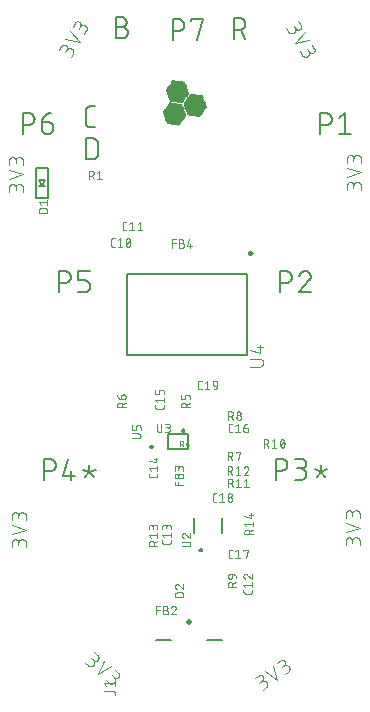
<source format=gbr>
G04 EAGLE Gerber RS-274X export*
G75*
%MOMM*%
%FSLAX34Y34*%
%LPD*%
%INSilkscreen Top*%
%IPPOS*%
%AMOC8*
5,1,8,0,0,1.08239X$1,22.5*%
G01*
%ADD10C,0.101600*%
%ADD11C,0.152400*%
%ADD12R,0.014731X0.014731*%
%ADD13R,0.147319X0.014731*%
%ADD14R,0.265175X0.014731*%
%ADD15R,0.383031X0.014731*%
%ADD16R,0.515619X0.014731*%
%ADD17R,0.633475X0.014731*%
%ADD18R,0.751331X0.014731*%
%ADD19R,0.883919X0.014731*%
%ADD20R,1.001775X0.014731*%
%ADD21R,1.119631X0.014731*%
%ADD22R,1.134363X0.014731*%
%ADD23R,1.149094X0.014731*%
%ADD24R,1.163825X0.014731*%
%ADD25R,1.178556X0.014731*%
%ADD26R,1.193288X0.014731*%
%ADD27R,1.222756X0.014731*%
%ADD28R,1.237488X0.014731*%
%ADD29R,1.266950X0.014731*%
%ADD30R,1.281681X0.014731*%
%ADD31R,1.311144X0.014731*%
%ADD32R,1.325881X0.014731*%
%ADD33R,1.355344X0.014731*%
%ADD34R,1.370075X0.014731*%
%ADD35R,1.384806X0.014731*%
%ADD36R,1.399538X0.014731*%
%ADD37R,1.414275X0.014731*%
%ADD38R,1.443738X0.014731*%
%ADD39R,1.458469X0.014731*%
%ADD40R,1.487931X0.014731*%
%ADD41R,1.502663X0.014731*%
%ADD42R,1.517394X0.014731*%
%ADD43R,1.532125X0.014731*%
%ADD44R,1.546856X0.014731*%
%ADD45R,1.576319X0.014731*%
%ADD46R,1.605788X0.014731*%
%ADD47R,1.620519X0.014731*%
%ADD48R,1.649981X0.014731*%
%ADD49R,1.664713X0.014731*%
%ADD50R,1.694175X0.014731*%
%ADD51R,1.708913X0.014731*%
%ADD52R,1.738375X0.014731*%
%ADD53R,1.753106X0.014731*%
%ADD54R,1.767838X0.014731*%
%ADD55R,1.782569X0.014731*%
%ADD56R,1.797306X0.014731*%
%ADD57R,0.117856X0.014731*%
%ADD58R,1.826769X0.014731*%
%ADD59R,0.235713X0.014731*%
%ADD60R,0.353569X0.014731*%
%ADD61R,1.856231X0.014731*%
%ADD62R,0.486156X0.014731*%
%ADD63R,1.870963X0.014731*%
%ADD64R,0.604013X0.014731*%
%ADD65R,0.721869X0.014731*%
%ADD66R,1.885694X0.014731*%
%ADD67R,0.839719X0.014731*%
%ADD68R,0.972306X0.014731*%
%ADD69R,1.090169X0.014731*%
%ADD70R,1.208025X0.014731*%
%ADD71R,1.252219X0.014731*%
%ADD72R,1.296412X0.014731*%
%ADD73R,1.340612X0.014731*%
%ADD74R,1.826763X0.014731*%
%ADD75R,1.414269X0.014731*%
%ADD76R,1.812031X0.014731*%
%ADD77R,1.429000X0.014731*%
%ADD78R,1.458462X0.014731*%
%ADD79R,1.473200X0.014731*%
%ADD80R,1.723644X0.014731*%
%ADD81R,1.694181X0.014731*%
%ADD82R,1.679450X0.014731*%
%ADD83R,1.561594X0.014731*%
%ADD84R,1.576325X0.014731*%
%ADD85R,1.591056X0.014731*%
%ADD86R,1.635250X0.014731*%
%ADD87R,1.561588X0.014731*%
%ADD88R,1.443731X0.014731*%
%ADD89R,1.797300X0.014731*%
%ADD90R,1.841500X0.014731*%
%ADD91R,1.311150X0.014731*%
%ADD92R,1.296419X0.014731*%
%ADD93R,1.193294X0.014731*%
%ADD94R,0.957575X0.014731*%
%ADD95R,0.589281X0.014731*%
%ADD96R,0.471425X0.014731*%
%ADD97R,0.220975X0.014731*%
%ADD98R,1.812038X0.014731*%
%ADD99R,0.103119X0.014731*%
%ADD100R,0.029463X0.014731*%
%ADD101R,0.162050X0.014731*%
%ADD102R,0.397763X0.014731*%
%ADD103R,0.648206X0.014731*%
%ADD104R,1.679444X0.014731*%
%ADD105R,1.016506X0.014731*%
%ADD106R,1.104900X0.014731*%
%ADD107R,1.222750X0.014731*%
%ADD108R,1.429006X0.014731*%
%ADD109R,1.208019X0.014731*%
%ADD110R,0.987044X0.014731*%
%ADD111R,0.854456X0.014731*%
%ADD112R,0.618744X0.014731*%
%ADD113R,0.500888X0.014731*%
%ADD114R,0.368300X0.014731*%
%ADD115R,0.132587X0.014731*%
%ADD116R,1.664719X0.014731*%
%ADD117R,1.075438X0.014731*%
%ADD118R,0.942844X0.014731*%
%ADD119R,0.707131X0.014731*%
%ADD120R,0.456694X0.014731*%
%ADD121R,0.088388X0.014731*%
%ADD122C,0.127000*%
%ADD123C,0.050800*%
%ADD124C,0.200000*%
%ADD125C,0.250000*%
%ADD126C,0.150000*%
%ADD127C,0.500000*%
%ADD128C,0.076200*%


D10*
X-138647Y-14932D02*
X-138647Y-11686D01*
X-138649Y-11573D01*
X-138655Y-11460D01*
X-138665Y-11347D01*
X-138679Y-11234D01*
X-138696Y-11122D01*
X-138718Y-11011D01*
X-138743Y-10901D01*
X-138773Y-10791D01*
X-138806Y-10683D01*
X-138843Y-10576D01*
X-138883Y-10470D01*
X-138928Y-10366D01*
X-138976Y-10263D01*
X-139027Y-10162D01*
X-139082Y-10063D01*
X-139140Y-9966D01*
X-139202Y-9871D01*
X-139267Y-9778D01*
X-139335Y-9688D01*
X-139406Y-9600D01*
X-139481Y-9514D01*
X-139558Y-9431D01*
X-139638Y-9351D01*
X-139721Y-9274D01*
X-139807Y-9199D01*
X-139895Y-9128D01*
X-139985Y-9060D01*
X-140078Y-8995D01*
X-140173Y-8933D01*
X-140270Y-8875D01*
X-140369Y-8820D01*
X-140470Y-8769D01*
X-140573Y-8721D01*
X-140677Y-8676D01*
X-140783Y-8636D01*
X-140890Y-8599D01*
X-140998Y-8566D01*
X-141108Y-8536D01*
X-141218Y-8511D01*
X-141329Y-8489D01*
X-141441Y-8472D01*
X-141554Y-8458D01*
X-141667Y-8448D01*
X-141780Y-8442D01*
X-141893Y-8440D01*
X-142006Y-8442D01*
X-142119Y-8448D01*
X-142232Y-8458D01*
X-142345Y-8472D01*
X-142457Y-8489D01*
X-142568Y-8511D01*
X-142678Y-8536D01*
X-142788Y-8566D01*
X-142896Y-8599D01*
X-143003Y-8636D01*
X-143109Y-8676D01*
X-143213Y-8721D01*
X-143316Y-8769D01*
X-143417Y-8820D01*
X-143516Y-8875D01*
X-143613Y-8933D01*
X-143708Y-8995D01*
X-143801Y-9060D01*
X-143891Y-9128D01*
X-143979Y-9199D01*
X-144065Y-9274D01*
X-144148Y-9351D01*
X-144228Y-9431D01*
X-144305Y-9514D01*
X-144380Y-9600D01*
X-144451Y-9688D01*
X-144519Y-9778D01*
X-144584Y-9871D01*
X-144646Y-9966D01*
X-144704Y-10063D01*
X-144759Y-10162D01*
X-144810Y-10263D01*
X-144858Y-10366D01*
X-144903Y-10470D01*
X-144943Y-10576D01*
X-144980Y-10683D01*
X-145013Y-10791D01*
X-145043Y-10901D01*
X-145068Y-11011D01*
X-145090Y-11122D01*
X-145107Y-11234D01*
X-145121Y-11347D01*
X-145131Y-11460D01*
X-145137Y-11573D01*
X-145139Y-11686D01*
X-150331Y-11037D02*
X-150331Y-14932D01*
X-150331Y-11037D02*
X-150329Y-10936D01*
X-150323Y-10836D01*
X-150313Y-10736D01*
X-150300Y-10636D01*
X-150282Y-10537D01*
X-150261Y-10438D01*
X-150236Y-10341D01*
X-150207Y-10244D01*
X-150174Y-10149D01*
X-150138Y-10055D01*
X-150098Y-9963D01*
X-150055Y-9872D01*
X-150008Y-9783D01*
X-149958Y-9696D01*
X-149904Y-9610D01*
X-149847Y-9527D01*
X-149787Y-9447D01*
X-149724Y-9368D01*
X-149657Y-9292D01*
X-149588Y-9219D01*
X-149516Y-9149D01*
X-149442Y-9081D01*
X-149365Y-9016D01*
X-149285Y-8955D01*
X-149203Y-8896D01*
X-149119Y-8841D01*
X-149033Y-8789D01*
X-148945Y-8740D01*
X-148855Y-8695D01*
X-148763Y-8653D01*
X-148670Y-8615D01*
X-148575Y-8581D01*
X-148480Y-8550D01*
X-148383Y-8523D01*
X-148285Y-8500D01*
X-148186Y-8480D01*
X-148086Y-8465D01*
X-147986Y-8453D01*
X-147886Y-8445D01*
X-147785Y-8441D01*
X-147685Y-8441D01*
X-147584Y-8445D01*
X-147484Y-8453D01*
X-147384Y-8465D01*
X-147284Y-8480D01*
X-147185Y-8500D01*
X-147087Y-8523D01*
X-146990Y-8550D01*
X-146895Y-8581D01*
X-146800Y-8615D01*
X-146707Y-8653D01*
X-146615Y-8695D01*
X-146525Y-8740D01*
X-146437Y-8789D01*
X-146351Y-8841D01*
X-146267Y-8896D01*
X-146185Y-8955D01*
X-146105Y-9016D01*
X-146028Y-9081D01*
X-145954Y-9149D01*
X-145882Y-9219D01*
X-145813Y-9292D01*
X-145746Y-9368D01*
X-145683Y-9447D01*
X-145623Y-9527D01*
X-145566Y-9610D01*
X-145512Y-9696D01*
X-145462Y-9783D01*
X-145415Y-9872D01*
X-145372Y-9963D01*
X-145332Y-10055D01*
X-145296Y-10149D01*
X-145263Y-10244D01*
X-145234Y-10341D01*
X-145209Y-10438D01*
X-145188Y-10537D01*
X-145170Y-10636D01*
X-145157Y-10736D01*
X-145147Y-10836D01*
X-145141Y-10936D01*
X-145139Y-11037D01*
X-145138Y-11037D02*
X-145138Y-13633D01*
X-150331Y-4151D02*
X-138647Y-256D01*
X-150331Y3639D01*
X-138647Y7928D02*
X-138647Y11174D01*
X-138649Y11287D01*
X-138655Y11400D01*
X-138665Y11513D01*
X-138679Y11626D01*
X-138696Y11738D01*
X-138718Y11849D01*
X-138743Y11959D01*
X-138773Y12069D01*
X-138806Y12177D01*
X-138843Y12284D01*
X-138883Y12390D01*
X-138928Y12494D01*
X-138976Y12597D01*
X-139027Y12698D01*
X-139082Y12797D01*
X-139140Y12894D01*
X-139202Y12989D01*
X-139267Y13082D01*
X-139335Y13172D01*
X-139406Y13260D01*
X-139481Y13346D01*
X-139558Y13429D01*
X-139638Y13509D01*
X-139721Y13586D01*
X-139807Y13661D01*
X-139895Y13732D01*
X-139985Y13800D01*
X-140078Y13865D01*
X-140173Y13927D01*
X-140270Y13985D01*
X-140369Y14040D01*
X-140470Y14091D01*
X-140573Y14139D01*
X-140677Y14184D01*
X-140783Y14224D01*
X-140890Y14261D01*
X-140998Y14294D01*
X-141108Y14324D01*
X-141218Y14349D01*
X-141329Y14371D01*
X-141441Y14388D01*
X-141554Y14402D01*
X-141667Y14412D01*
X-141780Y14418D01*
X-141893Y14420D01*
X-142006Y14418D01*
X-142119Y14412D01*
X-142232Y14402D01*
X-142345Y14388D01*
X-142457Y14371D01*
X-142568Y14349D01*
X-142678Y14324D01*
X-142788Y14294D01*
X-142896Y14261D01*
X-143003Y14224D01*
X-143109Y14184D01*
X-143213Y14139D01*
X-143316Y14091D01*
X-143417Y14040D01*
X-143516Y13985D01*
X-143613Y13927D01*
X-143708Y13865D01*
X-143801Y13800D01*
X-143891Y13732D01*
X-143979Y13661D01*
X-144065Y13586D01*
X-144148Y13509D01*
X-144228Y13429D01*
X-144305Y13346D01*
X-144380Y13260D01*
X-144451Y13172D01*
X-144519Y13082D01*
X-144584Y12989D01*
X-144646Y12894D01*
X-144704Y12797D01*
X-144759Y12698D01*
X-144810Y12597D01*
X-144858Y12494D01*
X-144903Y12390D01*
X-144943Y12284D01*
X-144980Y12177D01*
X-145013Y12069D01*
X-145043Y11959D01*
X-145068Y11849D01*
X-145090Y11738D01*
X-145107Y11626D01*
X-145121Y11513D01*
X-145131Y11400D01*
X-145137Y11287D01*
X-145139Y11174D01*
X-150331Y11823D02*
X-150331Y7928D01*
X-150331Y11823D02*
X-150329Y11924D01*
X-150323Y12024D01*
X-150313Y12124D01*
X-150300Y12224D01*
X-150282Y12323D01*
X-150261Y12422D01*
X-150236Y12519D01*
X-150207Y12616D01*
X-150174Y12711D01*
X-150138Y12805D01*
X-150098Y12897D01*
X-150055Y12988D01*
X-150008Y13077D01*
X-149958Y13164D01*
X-149904Y13250D01*
X-149847Y13333D01*
X-149787Y13413D01*
X-149724Y13492D01*
X-149657Y13568D01*
X-149588Y13641D01*
X-149516Y13711D01*
X-149442Y13779D01*
X-149365Y13844D01*
X-149285Y13905D01*
X-149203Y13964D01*
X-149119Y14019D01*
X-149033Y14071D01*
X-148945Y14120D01*
X-148855Y14165D01*
X-148763Y14207D01*
X-148670Y14245D01*
X-148575Y14279D01*
X-148480Y14310D01*
X-148383Y14337D01*
X-148285Y14360D01*
X-148186Y14380D01*
X-148086Y14395D01*
X-147986Y14407D01*
X-147886Y14415D01*
X-147785Y14419D01*
X-147685Y14419D01*
X-147584Y14415D01*
X-147484Y14407D01*
X-147384Y14395D01*
X-147284Y14380D01*
X-147185Y14360D01*
X-147087Y14337D01*
X-146990Y14310D01*
X-146895Y14279D01*
X-146800Y14245D01*
X-146707Y14207D01*
X-146615Y14165D01*
X-146525Y14120D01*
X-146437Y14071D01*
X-146351Y14019D01*
X-146267Y13964D01*
X-146185Y13905D01*
X-146105Y13844D01*
X-146028Y13779D01*
X-145954Y13711D01*
X-145882Y13641D01*
X-145813Y13568D01*
X-145746Y13492D01*
X-145683Y13413D01*
X-145623Y13333D01*
X-145566Y13250D01*
X-145512Y13164D01*
X-145462Y13077D01*
X-145415Y12988D01*
X-145372Y12897D01*
X-145332Y12805D01*
X-145296Y12711D01*
X-145263Y12616D01*
X-145234Y12519D01*
X-145209Y12422D01*
X-145188Y12323D01*
X-145170Y12224D01*
X-145157Y12124D01*
X-145147Y12024D01*
X-145141Y11924D01*
X-145139Y11823D01*
X-145138Y11823D02*
X-145138Y9227D01*
X66713Y-434731D02*
X64054Y-436593D01*
X66713Y-434732D02*
X66805Y-434665D01*
X66894Y-434596D01*
X66981Y-434523D01*
X67065Y-434447D01*
X67146Y-434368D01*
X67225Y-434287D01*
X67301Y-434203D01*
X67374Y-434116D01*
X67443Y-434026D01*
X67510Y-433935D01*
X67573Y-433841D01*
X67633Y-433745D01*
X67690Y-433647D01*
X67743Y-433547D01*
X67793Y-433445D01*
X67839Y-433341D01*
X67881Y-433236D01*
X67920Y-433130D01*
X67955Y-433022D01*
X67986Y-432913D01*
X68014Y-432803D01*
X68037Y-432692D01*
X68057Y-432581D01*
X68073Y-432469D01*
X68085Y-432356D01*
X68093Y-432243D01*
X68097Y-432130D01*
X68097Y-432016D01*
X68093Y-431903D01*
X68085Y-431790D01*
X68073Y-431677D01*
X68057Y-431565D01*
X68037Y-431454D01*
X68014Y-431343D01*
X67986Y-431233D01*
X67955Y-431124D01*
X67920Y-431016D01*
X67881Y-430910D01*
X67839Y-430805D01*
X67793Y-430701D01*
X67743Y-430599D01*
X67690Y-430499D01*
X67633Y-430401D01*
X67573Y-430305D01*
X67510Y-430211D01*
X67443Y-430120D01*
X67374Y-430030D01*
X67301Y-429943D01*
X67225Y-429859D01*
X67146Y-429778D01*
X67065Y-429699D01*
X66981Y-429623D01*
X66894Y-429550D01*
X66805Y-429481D01*
X66713Y-429414D01*
X66619Y-429351D01*
X66523Y-429291D01*
X66425Y-429234D01*
X66325Y-429181D01*
X66223Y-429131D01*
X66119Y-429085D01*
X66014Y-429043D01*
X65908Y-429004D01*
X65800Y-428969D01*
X65691Y-428938D01*
X65581Y-428910D01*
X65470Y-428887D01*
X65359Y-428867D01*
X65247Y-428851D01*
X65134Y-428839D01*
X65021Y-428831D01*
X64908Y-428827D01*
X64794Y-428827D01*
X64681Y-428831D01*
X64568Y-428839D01*
X64455Y-428851D01*
X64343Y-428867D01*
X64232Y-428887D01*
X64121Y-428910D01*
X64011Y-428938D01*
X63902Y-428969D01*
X63794Y-429004D01*
X63688Y-429043D01*
X63583Y-429085D01*
X63479Y-429131D01*
X63377Y-429181D01*
X63277Y-429234D01*
X63179Y-429291D01*
X63083Y-429351D01*
X62989Y-429414D01*
X60543Y-424788D02*
X57353Y-427022D01*
X60543Y-424788D02*
X60627Y-424732D01*
X60712Y-424679D01*
X60800Y-424630D01*
X60889Y-424584D01*
X60981Y-424541D01*
X61074Y-424502D01*
X61168Y-424467D01*
X61263Y-424435D01*
X61360Y-424407D01*
X61458Y-424383D01*
X61556Y-424363D01*
X61656Y-424346D01*
X61756Y-424334D01*
X61856Y-424325D01*
X61956Y-424320D01*
X62057Y-424319D01*
X62158Y-424322D01*
X62258Y-424329D01*
X62358Y-424340D01*
X62458Y-424354D01*
X62557Y-424373D01*
X62655Y-424395D01*
X62752Y-424421D01*
X62849Y-424451D01*
X62943Y-424484D01*
X63037Y-424521D01*
X63129Y-424562D01*
X63220Y-424607D01*
X63308Y-424654D01*
X63395Y-424706D01*
X63479Y-424760D01*
X63562Y-424818D01*
X63642Y-424879D01*
X63720Y-424943D01*
X63795Y-425010D01*
X63868Y-425079D01*
X63937Y-425152D01*
X64004Y-425227D01*
X64068Y-425305D01*
X64129Y-425385D01*
X64187Y-425468D01*
X64241Y-425552D01*
X64293Y-425639D01*
X64340Y-425727D01*
X64385Y-425818D01*
X64426Y-425910D01*
X64463Y-426004D01*
X64496Y-426098D01*
X64526Y-426195D01*
X64552Y-426292D01*
X64574Y-426390D01*
X64593Y-426489D01*
X64607Y-426589D01*
X64618Y-426689D01*
X64625Y-426789D01*
X64628Y-426890D01*
X64627Y-426991D01*
X64622Y-427091D01*
X64613Y-427191D01*
X64601Y-427291D01*
X64584Y-427391D01*
X64564Y-427489D01*
X64540Y-427587D01*
X64512Y-427684D01*
X64480Y-427779D01*
X64445Y-427873D01*
X64406Y-427966D01*
X64363Y-428058D01*
X64317Y-428147D01*
X64268Y-428235D01*
X64215Y-428320D01*
X64159Y-428404D01*
X64099Y-428485D01*
X64037Y-428564D01*
X63971Y-428641D01*
X63903Y-428715D01*
X63832Y-428786D01*
X63758Y-428854D01*
X63681Y-428920D01*
X63602Y-428982D01*
X63521Y-429042D01*
X61395Y-430531D01*
X66184Y-420838D02*
X76076Y-428175D01*
X72564Y-416371D01*
X82780Y-423481D02*
X85439Y-421619D01*
X85439Y-421620D02*
X85531Y-421553D01*
X85620Y-421484D01*
X85707Y-421411D01*
X85791Y-421335D01*
X85872Y-421256D01*
X85951Y-421175D01*
X86027Y-421091D01*
X86100Y-421004D01*
X86169Y-420914D01*
X86236Y-420823D01*
X86299Y-420729D01*
X86359Y-420633D01*
X86416Y-420535D01*
X86469Y-420435D01*
X86519Y-420333D01*
X86565Y-420229D01*
X86607Y-420124D01*
X86646Y-420018D01*
X86681Y-419910D01*
X86712Y-419801D01*
X86740Y-419691D01*
X86763Y-419580D01*
X86783Y-419469D01*
X86799Y-419357D01*
X86811Y-419244D01*
X86819Y-419131D01*
X86823Y-419018D01*
X86823Y-418904D01*
X86819Y-418791D01*
X86811Y-418678D01*
X86799Y-418565D01*
X86783Y-418453D01*
X86763Y-418342D01*
X86740Y-418231D01*
X86712Y-418121D01*
X86681Y-418012D01*
X86646Y-417904D01*
X86607Y-417798D01*
X86565Y-417693D01*
X86519Y-417589D01*
X86469Y-417487D01*
X86416Y-417387D01*
X86359Y-417289D01*
X86299Y-417193D01*
X86236Y-417099D01*
X86169Y-417008D01*
X86100Y-416918D01*
X86027Y-416831D01*
X85951Y-416747D01*
X85872Y-416666D01*
X85791Y-416587D01*
X85707Y-416511D01*
X85620Y-416438D01*
X85531Y-416369D01*
X85439Y-416302D01*
X85345Y-416239D01*
X85249Y-416179D01*
X85151Y-416122D01*
X85051Y-416069D01*
X84949Y-416019D01*
X84845Y-415973D01*
X84740Y-415931D01*
X84634Y-415892D01*
X84526Y-415857D01*
X84417Y-415826D01*
X84307Y-415798D01*
X84196Y-415775D01*
X84085Y-415755D01*
X83973Y-415739D01*
X83860Y-415727D01*
X83747Y-415719D01*
X83634Y-415715D01*
X83520Y-415715D01*
X83407Y-415719D01*
X83294Y-415727D01*
X83181Y-415739D01*
X83069Y-415755D01*
X82958Y-415775D01*
X82847Y-415798D01*
X82737Y-415826D01*
X82628Y-415857D01*
X82520Y-415892D01*
X82414Y-415931D01*
X82309Y-415973D01*
X82205Y-416019D01*
X82103Y-416069D01*
X82003Y-416122D01*
X81905Y-416179D01*
X81809Y-416239D01*
X81715Y-416302D01*
X79269Y-411676D02*
X76078Y-413910D01*
X79269Y-411676D02*
X79353Y-411620D01*
X79438Y-411567D01*
X79526Y-411518D01*
X79615Y-411472D01*
X79707Y-411429D01*
X79800Y-411390D01*
X79894Y-411355D01*
X79989Y-411323D01*
X80086Y-411295D01*
X80184Y-411271D01*
X80282Y-411251D01*
X80382Y-411234D01*
X80482Y-411222D01*
X80582Y-411213D01*
X80682Y-411208D01*
X80783Y-411207D01*
X80884Y-411210D01*
X80984Y-411217D01*
X81084Y-411228D01*
X81184Y-411242D01*
X81283Y-411261D01*
X81381Y-411283D01*
X81478Y-411309D01*
X81575Y-411339D01*
X81669Y-411372D01*
X81763Y-411409D01*
X81855Y-411450D01*
X81946Y-411495D01*
X82034Y-411542D01*
X82121Y-411594D01*
X82205Y-411648D01*
X82288Y-411706D01*
X82368Y-411767D01*
X82446Y-411831D01*
X82521Y-411898D01*
X82594Y-411967D01*
X82663Y-412040D01*
X82730Y-412115D01*
X82794Y-412193D01*
X82855Y-412273D01*
X82913Y-412356D01*
X82967Y-412440D01*
X83019Y-412527D01*
X83066Y-412615D01*
X83111Y-412706D01*
X83152Y-412798D01*
X83189Y-412892D01*
X83222Y-412986D01*
X83252Y-413083D01*
X83278Y-413180D01*
X83300Y-413278D01*
X83319Y-413377D01*
X83333Y-413477D01*
X83344Y-413577D01*
X83351Y-413677D01*
X83354Y-413778D01*
X83353Y-413879D01*
X83348Y-413979D01*
X83339Y-414079D01*
X83327Y-414179D01*
X83310Y-414279D01*
X83290Y-414377D01*
X83266Y-414475D01*
X83238Y-414572D01*
X83206Y-414667D01*
X83171Y-414761D01*
X83132Y-414854D01*
X83089Y-414946D01*
X83043Y-415035D01*
X82994Y-415123D01*
X82941Y-415208D01*
X82885Y-415292D01*
X82825Y-415373D01*
X82763Y-415452D01*
X82697Y-415529D01*
X82629Y-415603D01*
X82558Y-415674D01*
X82484Y-415742D01*
X82407Y-415808D01*
X82328Y-415870D01*
X82247Y-415930D01*
X80120Y-417419D01*
X-83786Y-416059D02*
X-86272Y-413973D01*
X-83786Y-416060D02*
X-83698Y-416131D01*
X-83608Y-416199D01*
X-83515Y-416264D01*
X-83420Y-416326D01*
X-83323Y-416384D01*
X-83224Y-416439D01*
X-83123Y-416491D01*
X-83020Y-416538D01*
X-82916Y-416583D01*
X-82810Y-416623D01*
X-82703Y-416660D01*
X-82595Y-416693D01*
X-82485Y-416723D01*
X-82375Y-416748D01*
X-82264Y-416770D01*
X-82152Y-416787D01*
X-82039Y-416801D01*
X-81926Y-416811D01*
X-81813Y-416817D01*
X-81700Y-416819D01*
X-81587Y-416817D01*
X-81474Y-416811D01*
X-81361Y-416801D01*
X-81248Y-416787D01*
X-81136Y-416770D01*
X-81025Y-416748D01*
X-80915Y-416723D01*
X-80805Y-416693D01*
X-80697Y-416660D01*
X-80590Y-416623D01*
X-80484Y-416583D01*
X-80380Y-416538D01*
X-80277Y-416490D01*
X-80176Y-416439D01*
X-80077Y-416384D01*
X-79980Y-416326D01*
X-79885Y-416264D01*
X-79792Y-416199D01*
X-79702Y-416131D01*
X-79614Y-416060D01*
X-79528Y-415985D01*
X-79445Y-415908D01*
X-79365Y-415828D01*
X-79288Y-415745D01*
X-79213Y-415659D01*
X-79142Y-415571D01*
X-79074Y-415481D01*
X-79009Y-415388D01*
X-78947Y-415293D01*
X-78889Y-415196D01*
X-78834Y-415097D01*
X-78783Y-414996D01*
X-78735Y-414893D01*
X-78690Y-414789D01*
X-78650Y-414683D01*
X-78613Y-414576D01*
X-78580Y-414468D01*
X-78550Y-414358D01*
X-78525Y-414248D01*
X-78503Y-414137D01*
X-78486Y-414025D01*
X-78472Y-413912D01*
X-78462Y-413799D01*
X-78456Y-413686D01*
X-78454Y-413573D01*
X-78456Y-413460D01*
X-78462Y-413347D01*
X-78472Y-413234D01*
X-78486Y-413121D01*
X-78503Y-413009D01*
X-78525Y-412898D01*
X-78550Y-412788D01*
X-78580Y-412678D01*
X-78613Y-412570D01*
X-78650Y-412463D01*
X-78690Y-412357D01*
X-78735Y-412253D01*
X-78782Y-412150D01*
X-78834Y-412049D01*
X-78889Y-411950D01*
X-78947Y-411853D01*
X-79009Y-411758D01*
X-79074Y-411665D01*
X-79142Y-411575D01*
X-79213Y-411487D01*
X-79288Y-411401D01*
X-79365Y-411318D01*
X-79445Y-411238D01*
X-79528Y-411161D01*
X-79613Y-411086D01*
X-75778Y-407526D02*
X-78762Y-405022D01*
X-75778Y-407526D02*
X-75702Y-407593D01*
X-75629Y-407662D01*
X-75559Y-407734D01*
X-75491Y-407808D01*
X-75426Y-407885D01*
X-75365Y-407965D01*
X-75306Y-408047D01*
X-75251Y-408131D01*
X-75199Y-408217D01*
X-75150Y-408305D01*
X-75105Y-408395D01*
X-75063Y-408487D01*
X-75025Y-408580D01*
X-74991Y-408675D01*
X-74960Y-408770D01*
X-74933Y-408867D01*
X-74910Y-408965D01*
X-74890Y-409064D01*
X-74875Y-409164D01*
X-74863Y-409264D01*
X-74855Y-409364D01*
X-74851Y-409465D01*
X-74851Y-409565D01*
X-74855Y-409666D01*
X-74863Y-409766D01*
X-74875Y-409866D01*
X-74890Y-409966D01*
X-74910Y-410065D01*
X-74933Y-410163D01*
X-74960Y-410260D01*
X-74991Y-410355D01*
X-75025Y-410450D01*
X-75063Y-410543D01*
X-75105Y-410635D01*
X-75150Y-410725D01*
X-75199Y-410813D01*
X-75251Y-410899D01*
X-75306Y-410983D01*
X-75365Y-411065D01*
X-75426Y-411145D01*
X-75491Y-411222D01*
X-75559Y-411296D01*
X-75629Y-411368D01*
X-75702Y-411437D01*
X-75778Y-411504D01*
X-75857Y-411567D01*
X-75937Y-411627D01*
X-76020Y-411684D01*
X-76106Y-411738D01*
X-76193Y-411788D01*
X-76282Y-411835D01*
X-76373Y-411878D01*
X-76465Y-411918D01*
X-76559Y-411954D01*
X-76654Y-411987D01*
X-76751Y-412016D01*
X-76848Y-412041D01*
X-76947Y-412062D01*
X-77046Y-412080D01*
X-77146Y-412093D01*
X-77246Y-412103D01*
X-77346Y-412109D01*
X-77447Y-412111D01*
X-77548Y-412109D01*
X-77648Y-412103D01*
X-77748Y-412093D01*
X-77848Y-412080D01*
X-77947Y-412062D01*
X-78046Y-412041D01*
X-78143Y-412016D01*
X-78240Y-411987D01*
X-78335Y-411954D01*
X-78429Y-411918D01*
X-78521Y-411878D01*
X-78612Y-411835D01*
X-78701Y-411788D01*
X-78788Y-411738D01*
X-78874Y-411684D01*
X-78957Y-411627D01*
X-79037Y-411567D01*
X-79116Y-411504D01*
X-81105Y-409835D01*
X-70503Y-411952D02*
X-75030Y-423406D01*
X-64536Y-416959D01*
X-68760Y-428667D02*
X-66274Y-430753D01*
X-66274Y-430754D02*
X-66186Y-430825D01*
X-66096Y-430893D01*
X-66003Y-430958D01*
X-65908Y-431020D01*
X-65811Y-431078D01*
X-65712Y-431133D01*
X-65611Y-431185D01*
X-65508Y-431232D01*
X-65404Y-431277D01*
X-65298Y-431317D01*
X-65191Y-431354D01*
X-65083Y-431387D01*
X-64973Y-431417D01*
X-64863Y-431442D01*
X-64752Y-431464D01*
X-64640Y-431481D01*
X-64527Y-431495D01*
X-64414Y-431505D01*
X-64301Y-431511D01*
X-64188Y-431513D01*
X-64075Y-431511D01*
X-63962Y-431505D01*
X-63849Y-431495D01*
X-63736Y-431481D01*
X-63624Y-431464D01*
X-63513Y-431442D01*
X-63403Y-431417D01*
X-63293Y-431387D01*
X-63185Y-431354D01*
X-63078Y-431317D01*
X-62972Y-431277D01*
X-62868Y-431232D01*
X-62765Y-431184D01*
X-62664Y-431133D01*
X-62565Y-431078D01*
X-62468Y-431020D01*
X-62373Y-430958D01*
X-62280Y-430893D01*
X-62190Y-430825D01*
X-62102Y-430754D01*
X-62016Y-430679D01*
X-61933Y-430602D01*
X-61853Y-430522D01*
X-61776Y-430439D01*
X-61701Y-430353D01*
X-61630Y-430265D01*
X-61562Y-430175D01*
X-61497Y-430082D01*
X-61435Y-429987D01*
X-61377Y-429890D01*
X-61322Y-429791D01*
X-61271Y-429690D01*
X-61223Y-429587D01*
X-61178Y-429483D01*
X-61138Y-429377D01*
X-61101Y-429270D01*
X-61068Y-429162D01*
X-61038Y-429052D01*
X-61013Y-428942D01*
X-60991Y-428831D01*
X-60974Y-428719D01*
X-60960Y-428606D01*
X-60950Y-428493D01*
X-60944Y-428380D01*
X-60942Y-428267D01*
X-60944Y-428154D01*
X-60950Y-428041D01*
X-60960Y-427928D01*
X-60974Y-427815D01*
X-60991Y-427703D01*
X-61013Y-427592D01*
X-61038Y-427482D01*
X-61068Y-427372D01*
X-61101Y-427264D01*
X-61138Y-427157D01*
X-61178Y-427051D01*
X-61223Y-426947D01*
X-61270Y-426844D01*
X-61322Y-426743D01*
X-61377Y-426644D01*
X-61435Y-426547D01*
X-61497Y-426452D01*
X-61562Y-426359D01*
X-61630Y-426269D01*
X-61701Y-426181D01*
X-61776Y-426095D01*
X-61853Y-426012D01*
X-61933Y-425932D01*
X-62016Y-425855D01*
X-62101Y-425780D01*
X-58267Y-422220D02*
X-61250Y-419717D01*
X-58267Y-422220D02*
X-58191Y-422287D01*
X-58118Y-422356D01*
X-58048Y-422428D01*
X-57980Y-422502D01*
X-57915Y-422579D01*
X-57854Y-422659D01*
X-57795Y-422741D01*
X-57740Y-422825D01*
X-57688Y-422911D01*
X-57639Y-422999D01*
X-57594Y-423089D01*
X-57552Y-423181D01*
X-57514Y-423274D01*
X-57480Y-423369D01*
X-57449Y-423464D01*
X-57422Y-423561D01*
X-57399Y-423659D01*
X-57379Y-423758D01*
X-57364Y-423858D01*
X-57352Y-423958D01*
X-57344Y-424058D01*
X-57340Y-424159D01*
X-57340Y-424259D01*
X-57344Y-424360D01*
X-57352Y-424460D01*
X-57364Y-424560D01*
X-57379Y-424660D01*
X-57399Y-424759D01*
X-57422Y-424857D01*
X-57449Y-424954D01*
X-57480Y-425049D01*
X-57514Y-425144D01*
X-57552Y-425237D01*
X-57594Y-425329D01*
X-57639Y-425419D01*
X-57688Y-425507D01*
X-57740Y-425593D01*
X-57795Y-425677D01*
X-57854Y-425759D01*
X-57915Y-425839D01*
X-57980Y-425916D01*
X-58048Y-425990D01*
X-58118Y-426062D01*
X-58191Y-426131D01*
X-58267Y-426198D01*
X-58346Y-426261D01*
X-58426Y-426321D01*
X-58509Y-426378D01*
X-58595Y-426432D01*
X-58682Y-426482D01*
X-58771Y-426529D01*
X-58862Y-426572D01*
X-58954Y-426612D01*
X-59048Y-426648D01*
X-59143Y-426681D01*
X-59240Y-426710D01*
X-59337Y-426735D01*
X-59436Y-426756D01*
X-59535Y-426774D01*
X-59635Y-426787D01*
X-59735Y-426797D01*
X-59835Y-426803D01*
X-59936Y-426805D01*
X-60037Y-426803D01*
X-60137Y-426797D01*
X-60237Y-426787D01*
X-60337Y-426774D01*
X-60436Y-426756D01*
X-60535Y-426735D01*
X-60632Y-426710D01*
X-60729Y-426681D01*
X-60824Y-426648D01*
X-60918Y-426612D01*
X-61010Y-426572D01*
X-61101Y-426529D01*
X-61190Y-426482D01*
X-61277Y-426432D01*
X-61363Y-426378D01*
X-61446Y-426321D01*
X-61526Y-426261D01*
X-61605Y-426198D01*
X-63594Y-424529D01*
X147406Y-13154D02*
X147406Y-9908D01*
X147404Y-9795D01*
X147398Y-9682D01*
X147388Y-9569D01*
X147374Y-9456D01*
X147357Y-9344D01*
X147335Y-9233D01*
X147310Y-9123D01*
X147280Y-9013D01*
X147247Y-8905D01*
X147210Y-8798D01*
X147170Y-8692D01*
X147125Y-8588D01*
X147077Y-8485D01*
X147026Y-8384D01*
X146971Y-8285D01*
X146913Y-8188D01*
X146851Y-8093D01*
X146786Y-8000D01*
X146718Y-7910D01*
X146647Y-7822D01*
X146572Y-7736D01*
X146495Y-7653D01*
X146415Y-7573D01*
X146332Y-7496D01*
X146246Y-7421D01*
X146158Y-7350D01*
X146068Y-7282D01*
X145975Y-7217D01*
X145880Y-7155D01*
X145783Y-7097D01*
X145684Y-7042D01*
X145583Y-6991D01*
X145480Y-6943D01*
X145376Y-6898D01*
X145270Y-6858D01*
X145163Y-6821D01*
X145055Y-6788D01*
X144945Y-6758D01*
X144835Y-6733D01*
X144724Y-6711D01*
X144612Y-6694D01*
X144499Y-6680D01*
X144386Y-6670D01*
X144273Y-6664D01*
X144160Y-6662D01*
X144047Y-6664D01*
X143934Y-6670D01*
X143821Y-6680D01*
X143708Y-6694D01*
X143596Y-6711D01*
X143485Y-6733D01*
X143375Y-6758D01*
X143265Y-6788D01*
X143157Y-6821D01*
X143050Y-6858D01*
X142944Y-6898D01*
X142840Y-6943D01*
X142737Y-6991D01*
X142636Y-7042D01*
X142537Y-7097D01*
X142440Y-7155D01*
X142345Y-7217D01*
X142252Y-7282D01*
X142162Y-7350D01*
X142074Y-7421D01*
X141988Y-7496D01*
X141905Y-7573D01*
X141825Y-7653D01*
X141748Y-7736D01*
X141673Y-7822D01*
X141602Y-7910D01*
X141534Y-8000D01*
X141469Y-8093D01*
X141407Y-8188D01*
X141349Y-8285D01*
X141294Y-8384D01*
X141243Y-8485D01*
X141195Y-8588D01*
X141150Y-8692D01*
X141110Y-8798D01*
X141073Y-8905D01*
X141040Y-9013D01*
X141010Y-9123D01*
X140985Y-9233D01*
X140963Y-9344D01*
X140946Y-9456D01*
X140932Y-9569D01*
X140922Y-9682D01*
X140916Y-9795D01*
X140914Y-9908D01*
X135722Y-9259D02*
X135722Y-13154D01*
X135722Y-9259D02*
X135724Y-9158D01*
X135730Y-9058D01*
X135740Y-8958D01*
X135753Y-8858D01*
X135771Y-8759D01*
X135792Y-8660D01*
X135817Y-8563D01*
X135846Y-8466D01*
X135879Y-8371D01*
X135915Y-8277D01*
X135955Y-8185D01*
X135998Y-8094D01*
X136045Y-8005D01*
X136095Y-7918D01*
X136149Y-7832D01*
X136206Y-7749D01*
X136266Y-7669D01*
X136329Y-7590D01*
X136396Y-7514D01*
X136465Y-7441D01*
X136537Y-7371D01*
X136611Y-7303D01*
X136688Y-7238D01*
X136768Y-7177D01*
X136850Y-7118D01*
X136934Y-7063D01*
X137020Y-7011D01*
X137108Y-6962D01*
X137198Y-6917D01*
X137290Y-6875D01*
X137383Y-6837D01*
X137478Y-6803D01*
X137573Y-6772D01*
X137670Y-6745D01*
X137768Y-6722D01*
X137867Y-6702D01*
X137967Y-6687D01*
X138067Y-6675D01*
X138167Y-6667D01*
X138268Y-6663D01*
X138368Y-6663D01*
X138469Y-6667D01*
X138569Y-6675D01*
X138669Y-6687D01*
X138769Y-6702D01*
X138868Y-6722D01*
X138966Y-6745D01*
X139063Y-6772D01*
X139158Y-6803D01*
X139253Y-6837D01*
X139346Y-6875D01*
X139438Y-6917D01*
X139528Y-6962D01*
X139616Y-7011D01*
X139702Y-7063D01*
X139786Y-7118D01*
X139868Y-7177D01*
X139948Y-7238D01*
X140025Y-7303D01*
X140099Y-7371D01*
X140171Y-7441D01*
X140240Y-7514D01*
X140307Y-7590D01*
X140370Y-7669D01*
X140430Y-7749D01*
X140487Y-7832D01*
X140541Y-7918D01*
X140591Y-8005D01*
X140638Y-8094D01*
X140681Y-8185D01*
X140721Y-8277D01*
X140757Y-8371D01*
X140790Y-8466D01*
X140819Y-8563D01*
X140844Y-8660D01*
X140865Y-8759D01*
X140883Y-8858D01*
X140896Y-8958D01*
X140906Y-9058D01*
X140912Y-9158D01*
X140914Y-9259D01*
X140915Y-9259D02*
X140915Y-11855D01*
X135722Y-2373D02*
X147406Y1522D01*
X135722Y5417D01*
X147406Y9706D02*
X147406Y12952D01*
X147404Y13065D01*
X147398Y13178D01*
X147388Y13291D01*
X147374Y13404D01*
X147357Y13516D01*
X147335Y13627D01*
X147310Y13737D01*
X147280Y13847D01*
X147247Y13955D01*
X147210Y14062D01*
X147170Y14168D01*
X147125Y14272D01*
X147077Y14375D01*
X147026Y14476D01*
X146971Y14575D01*
X146913Y14672D01*
X146851Y14767D01*
X146786Y14860D01*
X146718Y14950D01*
X146647Y15038D01*
X146572Y15124D01*
X146495Y15207D01*
X146415Y15287D01*
X146332Y15364D01*
X146246Y15439D01*
X146158Y15510D01*
X146068Y15578D01*
X145975Y15643D01*
X145880Y15705D01*
X145783Y15763D01*
X145684Y15818D01*
X145583Y15869D01*
X145480Y15917D01*
X145376Y15962D01*
X145270Y16002D01*
X145163Y16039D01*
X145055Y16072D01*
X144945Y16102D01*
X144835Y16127D01*
X144724Y16149D01*
X144612Y16166D01*
X144499Y16180D01*
X144386Y16190D01*
X144273Y16196D01*
X144160Y16198D01*
X144047Y16196D01*
X143934Y16190D01*
X143821Y16180D01*
X143708Y16166D01*
X143596Y16149D01*
X143485Y16127D01*
X143375Y16102D01*
X143265Y16072D01*
X143157Y16039D01*
X143050Y16002D01*
X142944Y15962D01*
X142840Y15917D01*
X142737Y15869D01*
X142636Y15818D01*
X142537Y15763D01*
X142440Y15705D01*
X142345Y15643D01*
X142252Y15578D01*
X142162Y15510D01*
X142074Y15439D01*
X141988Y15364D01*
X141905Y15287D01*
X141825Y15207D01*
X141748Y15124D01*
X141673Y15038D01*
X141602Y14950D01*
X141534Y14860D01*
X141469Y14767D01*
X141407Y14672D01*
X141349Y14575D01*
X141294Y14476D01*
X141243Y14375D01*
X141195Y14272D01*
X141150Y14168D01*
X141110Y14062D01*
X141073Y13955D01*
X141040Y13847D01*
X141010Y13737D01*
X140985Y13627D01*
X140963Y13516D01*
X140946Y13404D01*
X140932Y13291D01*
X140922Y13178D01*
X140916Y13065D01*
X140914Y12952D01*
X135722Y13601D02*
X135722Y9706D01*
X135722Y13601D02*
X135724Y13702D01*
X135730Y13802D01*
X135740Y13902D01*
X135753Y14002D01*
X135771Y14101D01*
X135792Y14200D01*
X135817Y14297D01*
X135846Y14394D01*
X135879Y14489D01*
X135915Y14583D01*
X135955Y14675D01*
X135998Y14766D01*
X136045Y14855D01*
X136095Y14942D01*
X136149Y15028D01*
X136206Y15111D01*
X136266Y15191D01*
X136329Y15270D01*
X136396Y15346D01*
X136465Y15419D01*
X136537Y15489D01*
X136611Y15557D01*
X136688Y15622D01*
X136768Y15683D01*
X136850Y15742D01*
X136934Y15797D01*
X137020Y15849D01*
X137108Y15898D01*
X137198Y15943D01*
X137290Y15985D01*
X137383Y16023D01*
X137478Y16057D01*
X137573Y16088D01*
X137670Y16115D01*
X137768Y16138D01*
X137867Y16158D01*
X137967Y16173D01*
X138067Y16185D01*
X138167Y16193D01*
X138268Y16197D01*
X138368Y16197D01*
X138469Y16193D01*
X138569Y16185D01*
X138669Y16173D01*
X138769Y16158D01*
X138868Y16138D01*
X138966Y16115D01*
X139063Y16088D01*
X139158Y16057D01*
X139253Y16023D01*
X139346Y15985D01*
X139438Y15943D01*
X139528Y15898D01*
X139616Y15849D01*
X139702Y15797D01*
X139786Y15742D01*
X139868Y15683D01*
X139948Y15622D01*
X140025Y15557D01*
X140099Y15489D01*
X140171Y15419D01*
X140240Y15346D01*
X140307Y15270D01*
X140370Y15191D01*
X140430Y15111D01*
X140487Y15028D01*
X140541Y14942D01*
X140591Y14855D01*
X140638Y14766D01*
X140681Y14675D01*
X140721Y14583D01*
X140757Y14489D01*
X140790Y14394D01*
X140819Y14297D01*
X140844Y14200D01*
X140865Y14101D01*
X140883Y14002D01*
X140896Y13902D01*
X140906Y13802D01*
X140912Y13702D01*
X140914Y13601D01*
X140915Y13601D02*
X140915Y11005D01*
D11*
X112767Y33811D02*
X112767Y51591D01*
X117706Y51591D01*
X117846Y51589D01*
X117985Y51583D01*
X118125Y51573D01*
X118264Y51559D01*
X118403Y51542D01*
X118541Y51520D01*
X118678Y51494D01*
X118815Y51465D01*
X118951Y51432D01*
X119085Y51395D01*
X119219Y51354D01*
X119351Y51309D01*
X119483Y51260D01*
X119612Y51208D01*
X119740Y51153D01*
X119867Y51093D01*
X119992Y51030D01*
X120115Y50964D01*
X120236Y50894D01*
X120355Y50821D01*
X120472Y50744D01*
X120586Y50664D01*
X120699Y50581D01*
X120809Y50495D01*
X120916Y50405D01*
X121021Y50313D01*
X121123Y50218D01*
X121223Y50120D01*
X121320Y50019D01*
X121414Y49915D01*
X121504Y49809D01*
X121592Y49700D01*
X121677Y49589D01*
X121758Y49475D01*
X121837Y49360D01*
X121912Y49242D01*
X121983Y49122D01*
X122051Y48999D01*
X122116Y48876D01*
X122177Y48750D01*
X122235Y48622D01*
X122289Y48494D01*
X122339Y48363D01*
X122386Y48231D01*
X122429Y48098D01*
X122468Y47964D01*
X122503Y47829D01*
X122534Y47693D01*
X122562Y47555D01*
X122585Y47418D01*
X122605Y47279D01*
X122621Y47140D01*
X122633Y47001D01*
X122641Y46862D01*
X122645Y46722D01*
X122645Y46582D01*
X122641Y46442D01*
X122633Y46303D01*
X122621Y46164D01*
X122605Y46025D01*
X122585Y45886D01*
X122562Y45749D01*
X122534Y45611D01*
X122503Y45475D01*
X122468Y45340D01*
X122429Y45206D01*
X122386Y45073D01*
X122339Y44941D01*
X122289Y44810D01*
X122235Y44682D01*
X122177Y44554D01*
X122116Y44428D01*
X122051Y44305D01*
X121983Y44183D01*
X121912Y44062D01*
X121837Y43944D01*
X121758Y43829D01*
X121677Y43715D01*
X121592Y43604D01*
X121504Y43495D01*
X121414Y43389D01*
X121320Y43285D01*
X121223Y43184D01*
X121123Y43086D01*
X121021Y42991D01*
X120916Y42899D01*
X120809Y42809D01*
X120699Y42723D01*
X120586Y42640D01*
X120472Y42560D01*
X120355Y42483D01*
X120236Y42410D01*
X120115Y42340D01*
X119992Y42274D01*
X119867Y42211D01*
X119740Y42151D01*
X119612Y42096D01*
X119483Y42044D01*
X119351Y41995D01*
X119219Y41950D01*
X119085Y41909D01*
X118951Y41872D01*
X118815Y41839D01*
X118678Y41810D01*
X118541Y41784D01*
X118403Y41762D01*
X118264Y41745D01*
X118125Y41731D01*
X117985Y41721D01*
X117846Y41715D01*
X117706Y41713D01*
X112767Y41713D01*
X128762Y47640D02*
X133701Y51591D01*
X133701Y33811D01*
X138639Y33811D02*
X128762Y33811D01*
X78858Y-82202D02*
X78858Y-99982D01*
X78858Y-82202D02*
X83797Y-82202D01*
X83937Y-82204D01*
X84076Y-82210D01*
X84216Y-82220D01*
X84355Y-82234D01*
X84494Y-82251D01*
X84632Y-82273D01*
X84769Y-82299D01*
X84906Y-82328D01*
X85042Y-82361D01*
X85176Y-82398D01*
X85310Y-82439D01*
X85442Y-82484D01*
X85574Y-82533D01*
X85703Y-82585D01*
X85831Y-82640D01*
X85958Y-82700D01*
X86083Y-82763D01*
X86206Y-82829D01*
X86327Y-82899D01*
X86446Y-82972D01*
X86563Y-83049D01*
X86677Y-83129D01*
X86790Y-83212D01*
X86900Y-83298D01*
X87007Y-83388D01*
X87112Y-83480D01*
X87214Y-83575D01*
X87314Y-83673D01*
X87411Y-83774D01*
X87505Y-83878D01*
X87595Y-83984D01*
X87683Y-84093D01*
X87768Y-84204D01*
X87849Y-84318D01*
X87928Y-84433D01*
X88003Y-84551D01*
X88074Y-84671D01*
X88142Y-84794D01*
X88207Y-84917D01*
X88268Y-85043D01*
X88326Y-85171D01*
X88380Y-85299D01*
X88430Y-85430D01*
X88477Y-85562D01*
X88520Y-85695D01*
X88559Y-85829D01*
X88594Y-85964D01*
X88625Y-86100D01*
X88653Y-86238D01*
X88676Y-86375D01*
X88696Y-86514D01*
X88712Y-86653D01*
X88724Y-86792D01*
X88732Y-86931D01*
X88736Y-87071D01*
X88736Y-87211D01*
X88732Y-87351D01*
X88724Y-87490D01*
X88712Y-87629D01*
X88696Y-87768D01*
X88676Y-87907D01*
X88653Y-88044D01*
X88625Y-88182D01*
X88594Y-88318D01*
X88559Y-88453D01*
X88520Y-88587D01*
X88477Y-88720D01*
X88430Y-88852D01*
X88380Y-88983D01*
X88326Y-89111D01*
X88268Y-89239D01*
X88207Y-89365D01*
X88142Y-89488D01*
X88074Y-89610D01*
X88003Y-89731D01*
X87928Y-89849D01*
X87849Y-89964D01*
X87768Y-90078D01*
X87683Y-90189D01*
X87595Y-90298D01*
X87505Y-90404D01*
X87411Y-90508D01*
X87314Y-90609D01*
X87214Y-90707D01*
X87112Y-90802D01*
X87007Y-90894D01*
X86900Y-90984D01*
X86790Y-91070D01*
X86677Y-91153D01*
X86563Y-91233D01*
X86446Y-91310D01*
X86327Y-91383D01*
X86206Y-91453D01*
X86083Y-91519D01*
X85958Y-91582D01*
X85831Y-91642D01*
X85703Y-91697D01*
X85574Y-91749D01*
X85442Y-91798D01*
X85310Y-91843D01*
X85176Y-91884D01*
X85042Y-91921D01*
X84906Y-91954D01*
X84769Y-91983D01*
X84632Y-92009D01*
X84494Y-92031D01*
X84355Y-92048D01*
X84216Y-92062D01*
X84076Y-92072D01*
X83937Y-92078D01*
X83797Y-92080D01*
X78858Y-92080D01*
X100285Y-82202D02*
X100417Y-82204D01*
X100548Y-82210D01*
X100680Y-82220D01*
X100811Y-82233D01*
X100941Y-82251D01*
X101071Y-82272D01*
X101201Y-82297D01*
X101329Y-82326D01*
X101457Y-82359D01*
X101583Y-82396D01*
X101709Y-82436D01*
X101833Y-82480D01*
X101956Y-82528D01*
X102077Y-82579D01*
X102197Y-82634D01*
X102315Y-82692D01*
X102431Y-82754D01*
X102545Y-82820D01*
X102658Y-82888D01*
X102768Y-82960D01*
X102876Y-83035D01*
X102982Y-83114D01*
X103086Y-83195D01*
X103187Y-83280D01*
X103285Y-83367D01*
X103381Y-83458D01*
X103474Y-83551D01*
X103565Y-83647D01*
X103652Y-83745D01*
X103737Y-83846D01*
X103818Y-83950D01*
X103897Y-84056D01*
X103972Y-84164D01*
X104044Y-84274D01*
X104112Y-84387D01*
X104178Y-84501D01*
X104240Y-84617D01*
X104298Y-84735D01*
X104353Y-84855D01*
X104404Y-84976D01*
X104452Y-85099D01*
X104496Y-85223D01*
X104536Y-85349D01*
X104573Y-85475D01*
X104606Y-85603D01*
X104635Y-85731D01*
X104660Y-85861D01*
X104681Y-85991D01*
X104699Y-86121D01*
X104712Y-86252D01*
X104722Y-86384D01*
X104728Y-86515D01*
X104730Y-86647D01*
X100285Y-82202D02*
X100135Y-82204D01*
X99986Y-82210D01*
X99837Y-82220D01*
X99688Y-82233D01*
X99539Y-82251D01*
X99391Y-82272D01*
X99243Y-82298D01*
X99097Y-82327D01*
X98951Y-82360D01*
X98806Y-82397D01*
X98662Y-82438D01*
X98519Y-82482D01*
X98377Y-82530D01*
X98237Y-82582D01*
X98098Y-82637D01*
X97960Y-82696D01*
X97825Y-82759D01*
X97690Y-82825D01*
X97558Y-82895D01*
X97428Y-82968D01*
X97299Y-83045D01*
X97172Y-83125D01*
X97048Y-83208D01*
X96926Y-83294D01*
X96806Y-83384D01*
X96689Y-83477D01*
X96574Y-83572D01*
X96461Y-83671D01*
X96351Y-83773D01*
X96244Y-83877D01*
X96140Y-83984D01*
X96038Y-84094D01*
X95940Y-84207D01*
X95844Y-84322D01*
X95752Y-84440D01*
X95662Y-84560D01*
X95576Y-84682D01*
X95493Y-84806D01*
X95413Y-84933D01*
X95337Y-85061D01*
X95264Y-85192D01*
X95194Y-85325D01*
X95128Y-85459D01*
X95066Y-85595D01*
X95007Y-85732D01*
X94951Y-85871D01*
X94900Y-86012D01*
X94852Y-86153D01*
X103248Y-90104D02*
X103344Y-90011D01*
X103436Y-89915D01*
X103526Y-89816D01*
X103613Y-89715D01*
X103698Y-89612D01*
X103779Y-89507D01*
X103857Y-89399D01*
X103932Y-89289D01*
X104005Y-89177D01*
X104074Y-89063D01*
X104140Y-88947D01*
X104202Y-88829D01*
X104261Y-88710D01*
X104317Y-88589D01*
X104370Y-88466D01*
X104419Y-88342D01*
X104464Y-88217D01*
X104507Y-88090D01*
X104545Y-87963D01*
X104580Y-87834D01*
X104611Y-87705D01*
X104639Y-87574D01*
X104663Y-87443D01*
X104684Y-87311D01*
X104700Y-87179D01*
X104713Y-87046D01*
X104723Y-86913D01*
X104728Y-86780D01*
X104730Y-86647D01*
X103249Y-90104D02*
X94853Y-99982D01*
X104730Y-99982D01*
D12*
X-6645Y41001D03*
D13*
X-7160Y41148D03*
D14*
X-7750Y41295D03*
D15*
X-8192Y41443D03*
D16*
X-8707Y41590D03*
D17*
X-9149Y41737D03*
D18*
X-9738Y41885D03*
D19*
X-10254Y42032D03*
D20*
X-10696Y42179D03*
D21*
X-11138Y42327D03*
D22*
X-11212Y42474D03*
D23*
X-11138Y42621D03*
D24*
X-11064Y42769D03*
D25*
X-11138Y42916D03*
D26*
X-11064Y43063D03*
D27*
X-11064Y43210D03*
D28*
X-10991Y43358D03*
X-10991Y43505D03*
D29*
X-10991Y43652D03*
D30*
X-10917Y43800D03*
D31*
X-10917Y43947D03*
X-10917Y44094D03*
D32*
X-10843Y44242D03*
D33*
X-10843Y44389D03*
D34*
X-10770Y44536D03*
D35*
X-10843Y44684D03*
D36*
X-10770Y44831D03*
D37*
X-10696Y44978D03*
D38*
X-10696Y45126D03*
X-10696Y45273D03*
D39*
X-10622Y45420D03*
D40*
X-10622Y45568D03*
D41*
X-10549Y45715D03*
D42*
X-10622Y45862D03*
D43*
X-10549Y46010D03*
D44*
X-10475Y46157D03*
D45*
X-10475Y46304D03*
X-10475Y46452D03*
D46*
X-10475Y46599D03*
D47*
X-10401Y46746D03*
X-10401Y46893D03*
D48*
X-10401Y47041D03*
D49*
X-10328Y47188D03*
D50*
X-10328Y47335D03*
X-10328Y47483D03*
D51*
X-10254Y47630D03*
D52*
X-10254Y47777D03*
D53*
X-10180Y47925D03*
D54*
X-10254Y48072D03*
D55*
X-10180Y48219D03*
D56*
X-10107Y48367D03*
D57*
X10371Y48367D03*
D58*
X-10107Y48514D03*
D59*
X9782Y48514D03*
D58*
X-10107Y48661D03*
D60*
X9340Y48661D03*
D61*
X-10107Y48809D03*
D62*
X8824Y48809D03*
D63*
X-10033Y48956D03*
D64*
X8382Y48956D03*
D63*
X-10033Y49103D03*
D65*
X7793Y49103D03*
D66*
X-10107Y49251D03*
D67*
X7351Y49251D03*
D66*
X-10107Y49398D03*
D68*
X6835Y49398D03*
D63*
X-10180Y49545D03*
D69*
X6393Y49545D03*
D66*
X-10254Y49693D03*
D21*
X6246Y49693D03*
D66*
X-10254Y49840D03*
D23*
X6246Y49840D03*
D66*
X-10401Y49987D03*
D24*
X6320Y49987D03*
D66*
X-10401Y50135D03*
D25*
X6393Y50135D03*
D63*
X-10475Y50282D03*
D26*
X6320Y50282D03*
D66*
X-10549Y50429D03*
D70*
X6393Y50429D03*
D66*
X-10549Y50576D03*
D28*
X6393Y50576D03*
D66*
X-10696Y50724D03*
D71*
X6467Y50724D03*
D66*
X-10696Y50871D03*
D71*
X6467Y50871D03*
D63*
X-10770Y51018D03*
D30*
X6467Y51018D03*
D66*
X-10843Y51166D03*
D72*
X6541Y51166D03*
D66*
X-10843Y51313D03*
D32*
X6541Y51313D03*
D66*
X-10991Y51460D03*
D32*
X6541Y51460D03*
D66*
X-10991Y51608D03*
D73*
X6614Y51608D03*
D63*
X-11064Y51755D03*
D34*
X6614Y51755D03*
D61*
X-10991Y51902D03*
D35*
X6688Y51902D03*
D61*
X-10991Y52050D03*
D36*
X6614Y52050D03*
D74*
X-10991Y52197D03*
D75*
X6688Y52197D03*
D76*
X-10917Y52344D03*
D77*
X6761Y52344D03*
D55*
X-10917Y52492D03*
D78*
X6761Y52492D03*
D55*
X-10917Y52639D03*
D78*
X6761Y52639D03*
D54*
X-10843Y52786D03*
D79*
X6835Y52786D03*
D52*
X-10843Y52934D03*
D41*
X6835Y52934D03*
D80*
X-10770Y53081D03*
D41*
X6835Y53081D03*
D51*
X-10843Y53228D03*
D43*
X6835Y53228D03*
D81*
X-10770Y53376D03*
D44*
X6909Y53376D03*
D82*
X-10696Y53523D03*
D83*
X6982Y53523D03*
D48*
X-10696Y53670D03*
D84*
X6909Y53670D03*
D48*
X-10696Y53818D03*
D85*
X6982Y53818D03*
D86*
X-10622Y53965D03*
D47*
X6982Y53965D03*
D46*
X-10622Y54112D03*
D86*
X7056Y54112D03*
D46*
X-10622Y54259D03*
D86*
X7056Y54259D03*
D84*
X-10622Y54407D03*
D49*
X7056Y54407D03*
D87*
X-10549Y54554D03*
D82*
X7130Y54554D03*
D44*
X-10475Y54701D03*
D51*
X7130Y54701D03*
D43*
X-10549Y54849D03*
D51*
X7130Y54849D03*
D42*
X-10475Y54996D03*
D80*
X7203Y54996D03*
D40*
X-10475Y55143D03*
D53*
X7203Y55143D03*
D79*
X-10401Y55291D03*
D54*
X7277Y55291D03*
D79*
X-10401Y55438D03*
D55*
X7203Y55438D03*
D88*
X-10401Y55585D03*
D89*
X7277Y55585D03*
D77*
X-10328Y55733D03*
D76*
X7351Y55733D03*
D36*
X-10328Y55880D03*
D90*
X7351Y55880D03*
D36*
X-10328Y56027D03*
D90*
X7351Y56027D03*
D35*
X-10254Y56175D03*
D63*
X7351Y56175D03*
D33*
X-10254Y56322D03*
D66*
X7424Y56322D03*
D73*
X-10180Y56469D03*
D63*
X7351Y56469D03*
D32*
X-10254Y56617D03*
D66*
X7277Y56617D03*
D91*
X-10180Y56764D03*
D66*
X7277Y56764D03*
D92*
X-10107Y56911D03*
D63*
X7203Y56911D03*
D29*
X-10107Y57059D03*
D66*
X7130Y57059D03*
D29*
X-10107Y57206D03*
D66*
X7130Y57206D03*
D71*
X-10033Y57353D03*
D66*
X6982Y57353D03*
D27*
X-10033Y57501D03*
D66*
X6982Y57501D03*
D70*
X-9959Y57648D03*
D63*
X6909Y57648D03*
D93*
X-10033Y57795D03*
D66*
X6835Y57795D03*
D25*
X-9959Y57942D03*
D66*
X6835Y57942D03*
D24*
X-9886Y58090D03*
D66*
X6688Y58090D03*
D23*
X-9959Y58237D03*
D66*
X6688Y58237D03*
D22*
X-9886Y58384D03*
D63*
X6614Y58384D03*
D69*
X-9959Y58532D03*
D66*
X6541Y58532D03*
D94*
X-10475Y58679D03*
D66*
X6541Y58679D03*
D67*
X-11064Y58826D03*
D66*
X6393Y58826D03*
D65*
X-11506Y58974D03*
D66*
X6393Y58974D03*
D95*
X-12022Y59121D03*
D61*
X6393Y59121D03*
D96*
X-12464Y59268D03*
D90*
X6467Y59268D03*
D60*
X-13053Y59416D03*
D90*
X6467Y59416D03*
D97*
X-13569Y59563D03*
D98*
X6467Y59563D03*
D99*
X-14011Y59710D03*
D56*
X6541Y59710D03*
D100*
X-4214Y59858D03*
D55*
X6467Y59858D03*
D101*
X-4730Y60005D03*
D54*
X6541Y60005D03*
D14*
X-5245Y60152D03*
D53*
X6614Y60152D03*
D102*
X-5761Y60300D03*
D80*
X6614Y60300D03*
D16*
X-6203Y60447D03*
D80*
X6614Y60447D03*
D103*
X-6718Y60594D03*
D81*
X6614Y60594D03*
D18*
X-7234Y60742D03*
D104*
X6688Y60742D03*
D19*
X-7750Y60889D03*
D49*
X6761Y60889D03*
D105*
X-8265Y61036D03*
D48*
X6688Y61036D03*
D106*
X-8707Y61184D03*
D86*
X6761Y61184D03*
D22*
X-8707Y61331D03*
D47*
X6835Y61331D03*
D23*
X-8633Y61478D03*
D85*
X6835Y61478D03*
D24*
X-8560Y61625D03*
D85*
X6835Y61625D03*
D25*
X-8633Y61773D03*
D87*
X6835Y61773D03*
D26*
X-8560Y61920D03*
D44*
X6909Y61920D03*
D107*
X-8560Y62067D03*
D43*
X6982Y62067D03*
D28*
X-8486Y62215D03*
D42*
X6909Y62215D03*
D28*
X-8486Y62362D03*
D41*
X6982Y62362D03*
D29*
X-8486Y62509D03*
D79*
X6982Y62509D03*
D30*
X-8413Y62657D03*
D39*
X7056Y62657D03*
D31*
X-8413Y62804D03*
D39*
X7056Y62804D03*
D31*
X-8413Y62951D03*
D108*
X7056Y62951D03*
D32*
X-8339Y63099D03*
D75*
X7130Y63099D03*
D33*
X-8339Y63246D03*
D35*
X7130Y63246D03*
D34*
X-8265Y63393D03*
D35*
X7130Y63393D03*
X-8339Y63541D03*
D34*
X7203Y63541D03*
D36*
X-8265Y63688D03*
D73*
X7203Y63688D03*
D75*
X-8192Y63835D03*
D73*
X7203Y63835D03*
D38*
X-8192Y63983D03*
D91*
X7203Y63983D03*
D38*
X-8192Y64130D03*
D72*
X7277Y64130D03*
D79*
X-8192Y64277D03*
D30*
X7351Y64277D03*
D40*
X-8118Y64425D03*
D29*
X7277Y64425D03*
D41*
X-8044Y64572D03*
D71*
X7351Y64572D03*
D42*
X-8118Y64719D03*
D27*
X7351Y64719D03*
D43*
X-8044Y64867D03*
D109*
X7424Y64867D03*
D87*
X-8044Y65014D03*
D109*
X7424Y65014D03*
D45*
X-7971Y65161D03*
D25*
X7424Y65161D03*
D45*
X-7971Y65308D03*
D24*
X7498Y65308D03*
D46*
X-7971Y65456D03*
D23*
X7572Y65456D03*
D47*
X-7897Y65603D03*
D22*
X7498Y65603D03*
D47*
X-7897Y65750D03*
D106*
X7498Y65750D03*
D48*
X-7897Y65898D03*
D110*
X7056Y65898D03*
D49*
X-7823Y66045D03*
D111*
X6541Y66045D03*
D50*
X-7823Y66192D03*
D18*
X6025Y66192D03*
D50*
X-7823Y66340D03*
D112*
X5509Y66340D03*
D51*
X-7750Y66487D03*
D113*
X5067Y66487D03*
D52*
X-7750Y66634D03*
D114*
X4552Y66634D03*
D53*
X-7676Y66782D03*
D14*
X4036Y66782D03*
D54*
X-7750Y66929D03*
D115*
X3520Y66929D03*
D55*
X-7676Y67076D03*
D12*
X3078Y67076D03*
D56*
X-7602Y67224D03*
D58*
X-7602Y67371D03*
X-7602Y67518D03*
D61*
X-7602Y67666D03*
D63*
X-7529Y67813D03*
X-7529Y67960D03*
D66*
X-7602Y68108D03*
X-7602Y68255D03*
X-7750Y68402D03*
X-7750Y68550D03*
D63*
X-7823Y68697D03*
D66*
X-7897Y68844D03*
X-7897Y68991D03*
X-8044Y69139D03*
X-8044Y69286D03*
D63*
X-8118Y69433D03*
D66*
X-8192Y69581D03*
X-8192Y69728D03*
D63*
X-8265Y69875D03*
D66*
X-8339Y70023D03*
X-8339Y70170D03*
X-8486Y70317D03*
X-8486Y70465D03*
D63*
X-8560Y70612D03*
D61*
X-8486Y70759D03*
X-8486Y70907D03*
D74*
X-8486Y71054D03*
D76*
X-8413Y71201D03*
D55*
X-8413Y71349D03*
X-8413Y71496D03*
D54*
X-8339Y71643D03*
D52*
X-8339Y71791D03*
D80*
X-8265Y71938D03*
D51*
X-8339Y72085D03*
D81*
X-8265Y72233D03*
D82*
X-8192Y72380D03*
D116*
X-8265Y72527D03*
D48*
X-8192Y72674D03*
D47*
X-8192Y72822D03*
D46*
X-8118Y72969D03*
X-8118Y73116D03*
D84*
X-8118Y73264D03*
D87*
X-8044Y73411D03*
D43*
X-8044Y73558D03*
X-8044Y73706D03*
D42*
X-7971Y73853D03*
D40*
X-7971Y74000D03*
D79*
X-7897Y74148D03*
X-7897Y74295D03*
D88*
X-7897Y74442D03*
D77*
X-7823Y74590D03*
D36*
X-7823Y74737D03*
X-7823Y74884D03*
D35*
X-7750Y75032D03*
D33*
X-7750Y75179D03*
D73*
X-7676Y75326D03*
D32*
X-7750Y75474D03*
D91*
X-7676Y75621D03*
D92*
X-7602Y75768D03*
D29*
X-7602Y75916D03*
X-7602Y76063D03*
D28*
X-7602Y76210D03*
D27*
X-7529Y76357D03*
D70*
X-7455Y76505D03*
D93*
X-7529Y76652D03*
D25*
X-7455Y76799D03*
D23*
X-7455Y76947D03*
X-7455Y77094D03*
D22*
X-7381Y77241D03*
D117*
X-7529Y77389D03*
D118*
X-8044Y77536D03*
D67*
X-8560Y77683D03*
D119*
X-9075Y77831D03*
D95*
X-9517Y77978D03*
D120*
X-10033Y78125D03*
D60*
X-10549Y78273D03*
D97*
X-11064Y78420D03*
D121*
X-11580Y78567D03*
D11*
X-138947Y51656D02*
X-138947Y33876D01*
X-138947Y51656D02*
X-134009Y51656D01*
X-133869Y51654D01*
X-133730Y51648D01*
X-133590Y51638D01*
X-133451Y51624D01*
X-133312Y51607D01*
X-133174Y51585D01*
X-133037Y51559D01*
X-132900Y51530D01*
X-132764Y51497D01*
X-132630Y51460D01*
X-132496Y51419D01*
X-132364Y51374D01*
X-132232Y51325D01*
X-132103Y51273D01*
X-131975Y51218D01*
X-131848Y51158D01*
X-131723Y51095D01*
X-131600Y51029D01*
X-131479Y50959D01*
X-131360Y50886D01*
X-131243Y50809D01*
X-131129Y50729D01*
X-131016Y50646D01*
X-130906Y50560D01*
X-130799Y50470D01*
X-130694Y50378D01*
X-130592Y50283D01*
X-130492Y50185D01*
X-130395Y50084D01*
X-130301Y49980D01*
X-130211Y49874D01*
X-130123Y49765D01*
X-130038Y49654D01*
X-129957Y49540D01*
X-129878Y49425D01*
X-129803Y49307D01*
X-129732Y49187D01*
X-129664Y49064D01*
X-129599Y48941D01*
X-129538Y48815D01*
X-129480Y48687D01*
X-129426Y48559D01*
X-129376Y48428D01*
X-129329Y48296D01*
X-129286Y48163D01*
X-129247Y48029D01*
X-129212Y47894D01*
X-129181Y47758D01*
X-129153Y47620D01*
X-129130Y47483D01*
X-129110Y47344D01*
X-129094Y47205D01*
X-129082Y47066D01*
X-129074Y46927D01*
X-129070Y46787D01*
X-129070Y46647D01*
X-129074Y46507D01*
X-129082Y46368D01*
X-129094Y46229D01*
X-129110Y46090D01*
X-129130Y45951D01*
X-129153Y45814D01*
X-129181Y45676D01*
X-129212Y45540D01*
X-129247Y45405D01*
X-129286Y45271D01*
X-129329Y45138D01*
X-129376Y45006D01*
X-129426Y44875D01*
X-129480Y44747D01*
X-129538Y44619D01*
X-129599Y44493D01*
X-129664Y44370D01*
X-129732Y44248D01*
X-129803Y44127D01*
X-129878Y44009D01*
X-129957Y43894D01*
X-130038Y43780D01*
X-130123Y43669D01*
X-130211Y43560D01*
X-130301Y43454D01*
X-130395Y43350D01*
X-130492Y43249D01*
X-130592Y43151D01*
X-130694Y43056D01*
X-130799Y42964D01*
X-130906Y42874D01*
X-131016Y42788D01*
X-131129Y42705D01*
X-131243Y42625D01*
X-131360Y42548D01*
X-131479Y42475D01*
X-131600Y42405D01*
X-131723Y42339D01*
X-131848Y42276D01*
X-131975Y42216D01*
X-132103Y42161D01*
X-132232Y42109D01*
X-132364Y42060D01*
X-132496Y42015D01*
X-132630Y41974D01*
X-132764Y41937D01*
X-132900Y41904D01*
X-133037Y41875D01*
X-133174Y41849D01*
X-133312Y41827D01*
X-133451Y41810D01*
X-133590Y41796D01*
X-133730Y41786D01*
X-133869Y41780D01*
X-134009Y41778D01*
X-138947Y41778D01*
X-122952Y43754D02*
X-117026Y43754D01*
X-116902Y43752D01*
X-116778Y43746D01*
X-116654Y43736D01*
X-116531Y43723D01*
X-116408Y43705D01*
X-116286Y43684D01*
X-116164Y43659D01*
X-116043Y43630D01*
X-115924Y43597D01*
X-115805Y43561D01*
X-115688Y43520D01*
X-115572Y43477D01*
X-115457Y43429D01*
X-115344Y43378D01*
X-115232Y43323D01*
X-115123Y43265D01*
X-115015Y43204D01*
X-114909Y43139D01*
X-114805Y43071D01*
X-114704Y42999D01*
X-114604Y42925D01*
X-114508Y42847D01*
X-114413Y42767D01*
X-114321Y42683D01*
X-114232Y42597D01*
X-114146Y42508D01*
X-114062Y42416D01*
X-113982Y42321D01*
X-113904Y42225D01*
X-113830Y42125D01*
X-113758Y42024D01*
X-113690Y41920D01*
X-113625Y41814D01*
X-113564Y41706D01*
X-113506Y41597D01*
X-113451Y41485D01*
X-113400Y41372D01*
X-113352Y41257D01*
X-113309Y41141D01*
X-113268Y41024D01*
X-113232Y40905D01*
X-113199Y40786D01*
X-113170Y40665D01*
X-113145Y40543D01*
X-113124Y40421D01*
X-113106Y40298D01*
X-113093Y40175D01*
X-113083Y40051D01*
X-113077Y39927D01*
X-113075Y39803D01*
X-113075Y38815D01*
X-113074Y38815D02*
X-113076Y38675D01*
X-113082Y38536D01*
X-113092Y38396D01*
X-113106Y38257D01*
X-113123Y38118D01*
X-113145Y37980D01*
X-113171Y37843D01*
X-113200Y37706D01*
X-113233Y37570D01*
X-113270Y37436D01*
X-113311Y37302D01*
X-113356Y37170D01*
X-113405Y37038D01*
X-113457Y36909D01*
X-113512Y36781D01*
X-113572Y36654D01*
X-113635Y36529D01*
X-113701Y36406D01*
X-113771Y36285D01*
X-113844Y36166D01*
X-113921Y36049D01*
X-114001Y35935D01*
X-114084Y35822D01*
X-114170Y35712D01*
X-114260Y35605D01*
X-114352Y35500D01*
X-114447Y35398D01*
X-114545Y35298D01*
X-114646Y35201D01*
X-114750Y35107D01*
X-114856Y35017D01*
X-114965Y34929D01*
X-115076Y34844D01*
X-115190Y34763D01*
X-115305Y34684D01*
X-115423Y34609D01*
X-115543Y34538D01*
X-115666Y34470D01*
X-115789Y34405D01*
X-115915Y34344D01*
X-116043Y34286D01*
X-116171Y34232D01*
X-116302Y34182D01*
X-116434Y34135D01*
X-116567Y34092D01*
X-116701Y34053D01*
X-116836Y34018D01*
X-116972Y33987D01*
X-117110Y33959D01*
X-117247Y33936D01*
X-117386Y33916D01*
X-117525Y33900D01*
X-117664Y33888D01*
X-117803Y33880D01*
X-117943Y33876D01*
X-118083Y33876D01*
X-118223Y33880D01*
X-118362Y33888D01*
X-118501Y33900D01*
X-118640Y33916D01*
X-118779Y33936D01*
X-118916Y33959D01*
X-119054Y33987D01*
X-119190Y34018D01*
X-119325Y34053D01*
X-119459Y34092D01*
X-119592Y34135D01*
X-119724Y34182D01*
X-119855Y34232D01*
X-119983Y34286D01*
X-120111Y34344D01*
X-120237Y34405D01*
X-120360Y34470D01*
X-120482Y34538D01*
X-120603Y34609D01*
X-120721Y34684D01*
X-120836Y34763D01*
X-120950Y34844D01*
X-121061Y34929D01*
X-121170Y35017D01*
X-121276Y35107D01*
X-121380Y35201D01*
X-121481Y35298D01*
X-121579Y35398D01*
X-121674Y35500D01*
X-121766Y35605D01*
X-121856Y35712D01*
X-121942Y35822D01*
X-122025Y35935D01*
X-122105Y36049D01*
X-122182Y36166D01*
X-122255Y36285D01*
X-122325Y36406D01*
X-122391Y36529D01*
X-122454Y36654D01*
X-122514Y36781D01*
X-122569Y36909D01*
X-122621Y37038D01*
X-122670Y37170D01*
X-122715Y37302D01*
X-122756Y37436D01*
X-122793Y37570D01*
X-122826Y37706D01*
X-122855Y37843D01*
X-122881Y37980D01*
X-122903Y38118D01*
X-122920Y38257D01*
X-122934Y38396D01*
X-122944Y38536D01*
X-122950Y38675D01*
X-122952Y38815D01*
X-122952Y43754D01*
X-122950Y43948D01*
X-122942Y44142D01*
X-122931Y44335D01*
X-122914Y44529D01*
X-122893Y44721D01*
X-122866Y44913D01*
X-122836Y45105D01*
X-122800Y45296D01*
X-122760Y45485D01*
X-122715Y45674D01*
X-122666Y45862D01*
X-122612Y46048D01*
X-122553Y46233D01*
X-122490Y46416D01*
X-122423Y46598D01*
X-122351Y46778D01*
X-122274Y46956D01*
X-122193Y47133D01*
X-122108Y47307D01*
X-122019Y47479D01*
X-121925Y47649D01*
X-121828Y47816D01*
X-121726Y47982D01*
X-121620Y48144D01*
X-121511Y48304D01*
X-121397Y48461D01*
X-121280Y48616D01*
X-121158Y48767D01*
X-121033Y48915D01*
X-120905Y49061D01*
X-120773Y49203D01*
X-120638Y49342D01*
X-120499Y49477D01*
X-120357Y49609D01*
X-120211Y49737D01*
X-120063Y49862D01*
X-119912Y49983D01*
X-119757Y50101D01*
X-119600Y50215D01*
X-119440Y50324D01*
X-119278Y50430D01*
X-119112Y50532D01*
X-118945Y50629D01*
X-118775Y50723D01*
X-118603Y50812D01*
X-118429Y50897D01*
X-118252Y50978D01*
X-118074Y51054D01*
X-117894Y51126D01*
X-117712Y51194D01*
X-117529Y51257D01*
X-117344Y51316D01*
X-117158Y51370D01*
X-116970Y51419D01*
X-116781Y51464D01*
X-116592Y51504D01*
X-116401Y51540D01*
X-116210Y51570D01*
X-116017Y51597D01*
X-115825Y51618D01*
X-115631Y51635D01*
X-115438Y51646D01*
X-115244Y51654D01*
X-115050Y51656D01*
X75163Y-241144D02*
X75163Y-258924D01*
X75163Y-241144D02*
X80102Y-241144D01*
X80242Y-241146D01*
X80381Y-241152D01*
X80521Y-241162D01*
X80660Y-241176D01*
X80799Y-241193D01*
X80937Y-241215D01*
X81074Y-241241D01*
X81211Y-241270D01*
X81347Y-241303D01*
X81481Y-241340D01*
X81615Y-241381D01*
X81747Y-241426D01*
X81879Y-241475D01*
X82008Y-241527D01*
X82136Y-241582D01*
X82263Y-241642D01*
X82388Y-241705D01*
X82511Y-241771D01*
X82632Y-241841D01*
X82751Y-241914D01*
X82868Y-241991D01*
X82982Y-242071D01*
X83095Y-242154D01*
X83205Y-242240D01*
X83312Y-242330D01*
X83417Y-242422D01*
X83519Y-242517D01*
X83619Y-242615D01*
X83716Y-242716D01*
X83810Y-242820D01*
X83900Y-242926D01*
X83988Y-243035D01*
X84073Y-243146D01*
X84154Y-243260D01*
X84233Y-243375D01*
X84308Y-243493D01*
X84379Y-243613D01*
X84447Y-243736D01*
X84512Y-243859D01*
X84573Y-243985D01*
X84631Y-244113D01*
X84685Y-244241D01*
X84735Y-244372D01*
X84782Y-244504D01*
X84825Y-244637D01*
X84864Y-244771D01*
X84899Y-244906D01*
X84930Y-245042D01*
X84958Y-245180D01*
X84981Y-245317D01*
X85001Y-245456D01*
X85017Y-245595D01*
X85029Y-245734D01*
X85037Y-245873D01*
X85041Y-246013D01*
X85041Y-246153D01*
X85037Y-246293D01*
X85029Y-246432D01*
X85017Y-246571D01*
X85001Y-246710D01*
X84981Y-246849D01*
X84958Y-246986D01*
X84930Y-247124D01*
X84899Y-247260D01*
X84864Y-247395D01*
X84825Y-247529D01*
X84782Y-247662D01*
X84735Y-247794D01*
X84685Y-247925D01*
X84631Y-248053D01*
X84573Y-248181D01*
X84512Y-248307D01*
X84447Y-248430D01*
X84379Y-248553D01*
X84308Y-248673D01*
X84233Y-248791D01*
X84154Y-248906D01*
X84073Y-249020D01*
X83988Y-249131D01*
X83900Y-249240D01*
X83810Y-249346D01*
X83716Y-249450D01*
X83619Y-249551D01*
X83519Y-249649D01*
X83417Y-249744D01*
X83312Y-249836D01*
X83205Y-249926D01*
X83095Y-250012D01*
X82982Y-250095D01*
X82868Y-250175D01*
X82751Y-250252D01*
X82632Y-250325D01*
X82511Y-250395D01*
X82388Y-250461D01*
X82263Y-250524D01*
X82136Y-250584D01*
X82008Y-250639D01*
X81879Y-250691D01*
X81747Y-250740D01*
X81615Y-250785D01*
X81481Y-250826D01*
X81347Y-250863D01*
X81211Y-250896D01*
X81074Y-250925D01*
X80937Y-250951D01*
X80799Y-250973D01*
X80660Y-250990D01*
X80521Y-251004D01*
X80381Y-251014D01*
X80242Y-251020D01*
X80102Y-251022D01*
X75163Y-251022D01*
X91158Y-258924D02*
X96097Y-258924D01*
X96237Y-258922D01*
X96376Y-258916D01*
X96516Y-258906D01*
X96655Y-258892D01*
X96794Y-258875D01*
X96932Y-258853D01*
X97069Y-258827D01*
X97206Y-258798D01*
X97342Y-258765D01*
X97476Y-258728D01*
X97610Y-258687D01*
X97742Y-258642D01*
X97874Y-258593D01*
X98003Y-258541D01*
X98131Y-258486D01*
X98258Y-258426D01*
X98383Y-258363D01*
X98506Y-258297D01*
X98627Y-258227D01*
X98746Y-258154D01*
X98863Y-258077D01*
X98977Y-257997D01*
X99090Y-257914D01*
X99200Y-257828D01*
X99307Y-257738D01*
X99412Y-257646D01*
X99514Y-257551D01*
X99614Y-257453D01*
X99711Y-257352D01*
X99805Y-257248D01*
X99895Y-257142D01*
X99983Y-257033D01*
X100068Y-256922D01*
X100149Y-256808D01*
X100228Y-256693D01*
X100303Y-256575D01*
X100374Y-256455D01*
X100442Y-256332D01*
X100507Y-256209D01*
X100568Y-256083D01*
X100626Y-255955D01*
X100680Y-255827D01*
X100730Y-255696D01*
X100777Y-255564D01*
X100820Y-255431D01*
X100859Y-255297D01*
X100894Y-255162D01*
X100925Y-255026D01*
X100953Y-254888D01*
X100976Y-254751D01*
X100996Y-254612D01*
X101012Y-254473D01*
X101024Y-254334D01*
X101032Y-254195D01*
X101036Y-254055D01*
X101036Y-253915D01*
X101032Y-253775D01*
X101024Y-253636D01*
X101012Y-253497D01*
X100996Y-253358D01*
X100976Y-253219D01*
X100953Y-253082D01*
X100925Y-252944D01*
X100894Y-252808D01*
X100859Y-252673D01*
X100820Y-252539D01*
X100777Y-252406D01*
X100730Y-252274D01*
X100680Y-252143D01*
X100626Y-252015D01*
X100568Y-251887D01*
X100507Y-251761D01*
X100442Y-251638D01*
X100374Y-251515D01*
X100303Y-251395D01*
X100228Y-251277D01*
X100149Y-251162D01*
X100068Y-251048D01*
X99983Y-250937D01*
X99895Y-250828D01*
X99805Y-250722D01*
X99711Y-250618D01*
X99614Y-250517D01*
X99514Y-250419D01*
X99412Y-250324D01*
X99307Y-250232D01*
X99200Y-250142D01*
X99090Y-250056D01*
X98977Y-249973D01*
X98863Y-249893D01*
X98746Y-249816D01*
X98627Y-249743D01*
X98506Y-249673D01*
X98383Y-249607D01*
X98258Y-249544D01*
X98131Y-249484D01*
X98003Y-249429D01*
X97874Y-249377D01*
X97742Y-249328D01*
X97610Y-249283D01*
X97476Y-249242D01*
X97342Y-249205D01*
X97206Y-249172D01*
X97069Y-249143D01*
X96932Y-249117D01*
X96794Y-249095D01*
X96655Y-249078D01*
X96516Y-249064D01*
X96376Y-249054D01*
X96237Y-249048D01*
X96097Y-249046D01*
X97085Y-241144D02*
X91158Y-241144D01*
X97085Y-241144D02*
X97209Y-241146D01*
X97333Y-241152D01*
X97457Y-241162D01*
X97580Y-241175D01*
X97703Y-241193D01*
X97825Y-241214D01*
X97947Y-241239D01*
X98068Y-241268D01*
X98187Y-241301D01*
X98306Y-241337D01*
X98423Y-241378D01*
X98539Y-241421D01*
X98654Y-241469D01*
X98767Y-241520D01*
X98879Y-241575D01*
X98988Y-241633D01*
X99096Y-241694D01*
X99202Y-241759D01*
X99306Y-241827D01*
X99407Y-241899D01*
X99507Y-241973D01*
X99603Y-242051D01*
X99698Y-242131D01*
X99790Y-242215D01*
X99879Y-242301D01*
X99965Y-242390D01*
X100049Y-242482D01*
X100129Y-242577D01*
X100207Y-242673D01*
X100281Y-242773D01*
X100353Y-242874D01*
X100421Y-242978D01*
X100486Y-243084D01*
X100547Y-243192D01*
X100605Y-243301D01*
X100660Y-243413D01*
X100711Y-243526D01*
X100759Y-243641D01*
X100802Y-243757D01*
X100843Y-243874D01*
X100879Y-243993D01*
X100912Y-244112D01*
X100941Y-244233D01*
X100966Y-244355D01*
X100987Y-244477D01*
X101005Y-244600D01*
X101018Y-244723D01*
X101028Y-244847D01*
X101034Y-244971D01*
X101036Y-245095D01*
X101034Y-245219D01*
X101028Y-245343D01*
X101018Y-245467D01*
X101005Y-245590D01*
X100987Y-245713D01*
X100966Y-245835D01*
X100941Y-245957D01*
X100912Y-246078D01*
X100879Y-246197D01*
X100843Y-246316D01*
X100802Y-246433D01*
X100759Y-246549D01*
X100711Y-246664D01*
X100660Y-246777D01*
X100605Y-246889D01*
X100547Y-246998D01*
X100486Y-247106D01*
X100421Y-247212D01*
X100353Y-247316D01*
X100281Y-247417D01*
X100207Y-247517D01*
X100129Y-247613D01*
X100049Y-247708D01*
X99965Y-247800D01*
X99879Y-247889D01*
X99790Y-247975D01*
X99698Y-248059D01*
X99603Y-248139D01*
X99507Y-248217D01*
X99407Y-248291D01*
X99306Y-248363D01*
X99202Y-248431D01*
X99096Y-248496D01*
X98988Y-248557D01*
X98879Y-248615D01*
X98767Y-248670D01*
X98654Y-248721D01*
X98539Y-248769D01*
X98423Y-248812D01*
X98306Y-248853D01*
X98187Y-248889D01*
X98068Y-248922D01*
X97947Y-248951D01*
X97825Y-248976D01*
X97703Y-248997D01*
X97580Y-249015D01*
X97457Y-249028D01*
X97333Y-249038D01*
X97209Y-249044D01*
X97085Y-249046D01*
X93134Y-249046D01*
X113406Y-246083D02*
X113406Y-252010D01*
X116863Y-256455D01*
X113406Y-252010D02*
X109949Y-256455D01*
X113406Y-252010D02*
X118839Y-250034D01*
X113406Y-252010D02*
X107973Y-250034D01*
X-120798Y-241525D02*
X-120798Y-259305D01*
X-120798Y-241525D02*
X-115859Y-241525D01*
X-115719Y-241527D01*
X-115580Y-241533D01*
X-115440Y-241543D01*
X-115301Y-241557D01*
X-115162Y-241574D01*
X-115024Y-241596D01*
X-114887Y-241622D01*
X-114750Y-241651D01*
X-114614Y-241684D01*
X-114480Y-241721D01*
X-114346Y-241762D01*
X-114214Y-241807D01*
X-114082Y-241856D01*
X-113953Y-241908D01*
X-113825Y-241963D01*
X-113698Y-242023D01*
X-113573Y-242086D01*
X-113450Y-242152D01*
X-113329Y-242222D01*
X-113210Y-242295D01*
X-113093Y-242372D01*
X-112979Y-242452D01*
X-112866Y-242535D01*
X-112756Y-242621D01*
X-112649Y-242711D01*
X-112544Y-242803D01*
X-112442Y-242898D01*
X-112342Y-242996D01*
X-112245Y-243097D01*
X-112151Y-243201D01*
X-112061Y-243307D01*
X-111973Y-243416D01*
X-111888Y-243527D01*
X-111807Y-243641D01*
X-111728Y-243756D01*
X-111653Y-243874D01*
X-111582Y-243994D01*
X-111514Y-244117D01*
X-111449Y-244240D01*
X-111388Y-244366D01*
X-111330Y-244494D01*
X-111276Y-244622D01*
X-111226Y-244753D01*
X-111179Y-244885D01*
X-111136Y-245018D01*
X-111097Y-245152D01*
X-111062Y-245287D01*
X-111031Y-245423D01*
X-111003Y-245561D01*
X-110980Y-245698D01*
X-110960Y-245837D01*
X-110944Y-245976D01*
X-110932Y-246115D01*
X-110924Y-246254D01*
X-110920Y-246394D01*
X-110920Y-246534D01*
X-110924Y-246674D01*
X-110932Y-246813D01*
X-110944Y-246952D01*
X-110960Y-247091D01*
X-110980Y-247230D01*
X-111003Y-247367D01*
X-111031Y-247505D01*
X-111062Y-247641D01*
X-111097Y-247776D01*
X-111136Y-247910D01*
X-111179Y-248043D01*
X-111226Y-248175D01*
X-111276Y-248306D01*
X-111330Y-248434D01*
X-111388Y-248562D01*
X-111449Y-248688D01*
X-111514Y-248811D01*
X-111582Y-248934D01*
X-111653Y-249054D01*
X-111728Y-249172D01*
X-111807Y-249287D01*
X-111888Y-249401D01*
X-111973Y-249512D01*
X-112061Y-249621D01*
X-112151Y-249727D01*
X-112245Y-249831D01*
X-112342Y-249932D01*
X-112442Y-250030D01*
X-112544Y-250125D01*
X-112649Y-250217D01*
X-112756Y-250307D01*
X-112866Y-250393D01*
X-112979Y-250476D01*
X-113093Y-250556D01*
X-113210Y-250633D01*
X-113329Y-250706D01*
X-113450Y-250776D01*
X-113573Y-250842D01*
X-113698Y-250905D01*
X-113825Y-250965D01*
X-113953Y-251020D01*
X-114082Y-251072D01*
X-114214Y-251121D01*
X-114346Y-251166D01*
X-114480Y-251207D01*
X-114614Y-251244D01*
X-114750Y-251277D01*
X-114887Y-251306D01*
X-115024Y-251332D01*
X-115162Y-251354D01*
X-115301Y-251371D01*
X-115440Y-251385D01*
X-115580Y-251395D01*
X-115719Y-251401D01*
X-115859Y-251403D01*
X-120798Y-251403D01*
X-104803Y-255354D02*
X-100852Y-241525D01*
X-104803Y-255354D02*
X-94925Y-255354D01*
X-97888Y-251403D02*
X-97888Y-259305D01*
X-82555Y-252391D02*
X-82555Y-246464D01*
X-82555Y-252391D02*
X-79098Y-256836D01*
X-82555Y-252391D02*
X-86012Y-256836D01*
X-82555Y-252391D02*
X-77122Y-250415D01*
X-82555Y-252391D02*
X-87988Y-250415D01*
X-108213Y-99920D02*
X-108213Y-82140D01*
X-103275Y-82140D01*
X-103135Y-82142D01*
X-102996Y-82148D01*
X-102856Y-82158D01*
X-102717Y-82172D01*
X-102578Y-82189D01*
X-102440Y-82211D01*
X-102303Y-82237D01*
X-102166Y-82266D01*
X-102030Y-82299D01*
X-101896Y-82336D01*
X-101762Y-82377D01*
X-101630Y-82422D01*
X-101498Y-82471D01*
X-101369Y-82523D01*
X-101241Y-82578D01*
X-101114Y-82638D01*
X-100989Y-82701D01*
X-100866Y-82767D01*
X-100745Y-82837D01*
X-100626Y-82910D01*
X-100509Y-82987D01*
X-100395Y-83067D01*
X-100282Y-83150D01*
X-100172Y-83236D01*
X-100065Y-83326D01*
X-99960Y-83418D01*
X-99858Y-83513D01*
X-99758Y-83611D01*
X-99661Y-83712D01*
X-99567Y-83816D01*
X-99477Y-83922D01*
X-99389Y-84031D01*
X-99304Y-84142D01*
X-99223Y-84256D01*
X-99144Y-84371D01*
X-99069Y-84489D01*
X-98998Y-84609D01*
X-98930Y-84732D01*
X-98865Y-84855D01*
X-98804Y-84981D01*
X-98746Y-85109D01*
X-98692Y-85237D01*
X-98642Y-85368D01*
X-98595Y-85500D01*
X-98552Y-85633D01*
X-98513Y-85767D01*
X-98478Y-85902D01*
X-98447Y-86038D01*
X-98419Y-86176D01*
X-98396Y-86313D01*
X-98376Y-86452D01*
X-98360Y-86591D01*
X-98348Y-86730D01*
X-98340Y-86869D01*
X-98336Y-87009D01*
X-98336Y-87149D01*
X-98340Y-87289D01*
X-98348Y-87428D01*
X-98360Y-87567D01*
X-98376Y-87706D01*
X-98396Y-87845D01*
X-98419Y-87982D01*
X-98447Y-88120D01*
X-98478Y-88256D01*
X-98513Y-88391D01*
X-98552Y-88525D01*
X-98595Y-88658D01*
X-98642Y-88790D01*
X-98692Y-88921D01*
X-98746Y-89049D01*
X-98804Y-89177D01*
X-98865Y-89303D01*
X-98930Y-89426D01*
X-98998Y-89548D01*
X-99069Y-89669D01*
X-99144Y-89787D01*
X-99223Y-89902D01*
X-99304Y-90016D01*
X-99389Y-90127D01*
X-99477Y-90236D01*
X-99567Y-90342D01*
X-99661Y-90446D01*
X-99758Y-90547D01*
X-99858Y-90645D01*
X-99960Y-90740D01*
X-100065Y-90832D01*
X-100172Y-90922D01*
X-100282Y-91008D01*
X-100395Y-91091D01*
X-100509Y-91171D01*
X-100626Y-91248D01*
X-100745Y-91321D01*
X-100866Y-91391D01*
X-100989Y-91457D01*
X-101114Y-91520D01*
X-101241Y-91580D01*
X-101369Y-91635D01*
X-101498Y-91687D01*
X-101630Y-91736D01*
X-101762Y-91781D01*
X-101896Y-91822D01*
X-102030Y-91859D01*
X-102166Y-91892D01*
X-102303Y-91921D01*
X-102440Y-91947D01*
X-102578Y-91969D01*
X-102717Y-91986D01*
X-102856Y-92000D01*
X-102996Y-92010D01*
X-103135Y-92016D01*
X-103275Y-92018D01*
X-108213Y-92018D01*
X-92218Y-99920D02*
X-86292Y-99920D01*
X-86168Y-99918D01*
X-86044Y-99912D01*
X-85920Y-99902D01*
X-85797Y-99889D01*
X-85674Y-99871D01*
X-85552Y-99850D01*
X-85430Y-99825D01*
X-85309Y-99796D01*
X-85190Y-99763D01*
X-85071Y-99727D01*
X-84954Y-99686D01*
X-84838Y-99643D01*
X-84723Y-99595D01*
X-84610Y-99544D01*
X-84498Y-99489D01*
X-84389Y-99431D01*
X-84281Y-99370D01*
X-84175Y-99305D01*
X-84071Y-99237D01*
X-83970Y-99165D01*
X-83870Y-99091D01*
X-83774Y-99013D01*
X-83679Y-98933D01*
X-83587Y-98849D01*
X-83498Y-98763D01*
X-83412Y-98674D01*
X-83328Y-98582D01*
X-83248Y-98487D01*
X-83170Y-98391D01*
X-83096Y-98291D01*
X-83024Y-98190D01*
X-82956Y-98086D01*
X-82891Y-97980D01*
X-82830Y-97872D01*
X-82772Y-97763D01*
X-82717Y-97651D01*
X-82666Y-97538D01*
X-82618Y-97423D01*
X-82575Y-97307D01*
X-82534Y-97190D01*
X-82498Y-97071D01*
X-82465Y-96952D01*
X-82436Y-96831D01*
X-82411Y-96709D01*
X-82390Y-96587D01*
X-82372Y-96464D01*
X-82359Y-96341D01*
X-82349Y-96217D01*
X-82343Y-96093D01*
X-82341Y-95969D01*
X-82341Y-93993D01*
X-82343Y-93869D01*
X-82349Y-93745D01*
X-82359Y-93621D01*
X-82372Y-93498D01*
X-82390Y-93375D01*
X-82411Y-93253D01*
X-82436Y-93131D01*
X-82465Y-93010D01*
X-82498Y-92891D01*
X-82534Y-92772D01*
X-82575Y-92655D01*
X-82618Y-92539D01*
X-82666Y-92424D01*
X-82717Y-92311D01*
X-82772Y-92199D01*
X-82830Y-92090D01*
X-82891Y-91982D01*
X-82956Y-91876D01*
X-83024Y-91772D01*
X-83096Y-91671D01*
X-83170Y-91571D01*
X-83248Y-91475D01*
X-83328Y-91380D01*
X-83412Y-91288D01*
X-83498Y-91199D01*
X-83587Y-91113D01*
X-83679Y-91029D01*
X-83774Y-90949D01*
X-83870Y-90871D01*
X-83970Y-90797D01*
X-84071Y-90725D01*
X-84175Y-90657D01*
X-84281Y-90592D01*
X-84389Y-90531D01*
X-84498Y-90473D01*
X-84610Y-90418D01*
X-84723Y-90367D01*
X-84838Y-90319D01*
X-84954Y-90276D01*
X-85071Y-90235D01*
X-85190Y-90199D01*
X-85309Y-90166D01*
X-85430Y-90137D01*
X-85552Y-90112D01*
X-85674Y-90091D01*
X-85797Y-90073D01*
X-85920Y-90060D01*
X-86044Y-90050D01*
X-86168Y-90044D01*
X-86292Y-90042D01*
X-92218Y-90042D01*
X-92218Y-82140D01*
X-82341Y-82140D01*
X-12201Y113440D02*
X-12201Y131220D01*
X-7263Y131220D01*
X-7123Y131218D01*
X-6984Y131212D01*
X-6844Y131202D01*
X-6705Y131188D01*
X-6566Y131171D01*
X-6428Y131149D01*
X-6291Y131123D01*
X-6154Y131094D01*
X-6018Y131061D01*
X-5884Y131024D01*
X-5750Y130983D01*
X-5618Y130938D01*
X-5486Y130889D01*
X-5357Y130837D01*
X-5229Y130782D01*
X-5102Y130722D01*
X-4977Y130659D01*
X-4854Y130593D01*
X-4733Y130523D01*
X-4614Y130450D01*
X-4497Y130373D01*
X-4383Y130293D01*
X-4270Y130210D01*
X-4160Y130124D01*
X-4053Y130034D01*
X-3948Y129942D01*
X-3846Y129847D01*
X-3746Y129749D01*
X-3649Y129648D01*
X-3555Y129544D01*
X-3465Y129438D01*
X-3377Y129329D01*
X-3292Y129218D01*
X-3211Y129104D01*
X-3132Y128989D01*
X-3057Y128871D01*
X-2986Y128751D01*
X-2918Y128628D01*
X-2853Y128505D01*
X-2792Y128379D01*
X-2734Y128251D01*
X-2680Y128123D01*
X-2630Y127992D01*
X-2583Y127860D01*
X-2540Y127727D01*
X-2501Y127593D01*
X-2466Y127458D01*
X-2435Y127322D01*
X-2407Y127184D01*
X-2384Y127047D01*
X-2364Y126908D01*
X-2348Y126769D01*
X-2336Y126630D01*
X-2328Y126491D01*
X-2324Y126351D01*
X-2324Y126211D01*
X-2328Y126071D01*
X-2336Y125932D01*
X-2348Y125793D01*
X-2364Y125654D01*
X-2384Y125515D01*
X-2407Y125378D01*
X-2435Y125240D01*
X-2466Y125104D01*
X-2501Y124969D01*
X-2540Y124835D01*
X-2583Y124702D01*
X-2630Y124570D01*
X-2680Y124439D01*
X-2734Y124311D01*
X-2792Y124183D01*
X-2853Y124057D01*
X-2918Y123934D01*
X-2986Y123812D01*
X-3057Y123691D01*
X-3132Y123573D01*
X-3211Y123458D01*
X-3292Y123344D01*
X-3377Y123233D01*
X-3465Y123124D01*
X-3555Y123018D01*
X-3649Y122914D01*
X-3746Y122813D01*
X-3846Y122715D01*
X-3948Y122620D01*
X-4053Y122528D01*
X-4160Y122438D01*
X-4270Y122352D01*
X-4383Y122269D01*
X-4497Y122189D01*
X-4614Y122112D01*
X-4733Y122039D01*
X-4854Y121969D01*
X-4977Y121903D01*
X-5102Y121840D01*
X-5229Y121780D01*
X-5357Y121725D01*
X-5486Y121673D01*
X-5618Y121624D01*
X-5750Y121579D01*
X-5884Y121538D01*
X-6018Y121501D01*
X-6154Y121468D01*
X-6291Y121439D01*
X-6428Y121413D01*
X-6566Y121391D01*
X-6705Y121374D01*
X-6844Y121360D01*
X-6984Y121350D01*
X-7123Y121344D01*
X-7263Y121342D01*
X-12201Y121342D01*
X3794Y129244D02*
X3794Y131220D01*
X13671Y131220D01*
X8733Y113440D01*
D10*
X146263Y-310771D02*
X146263Y-314017D01*
X146263Y-310771D02*
X146261Y-310658D01*
X146255Y-310545D01*
X146245Y-310432D01*
X146231Y-310319D01*
X146214Y-310207D01*
X146192Y-310096D01*
X146167Y-309986D01*
X146137Y-309876D01*
X146104Y-309768D01*
X146067Y-309661D01*
X146027Y-309555D01*
X145982Y-309451D01*
X145934Y-309348D01*
X145883Y-309247D01*
X145828Y-309148D01*
X145770Y-309051D01*
X145708Y-308956D01*
X145643Y-308863D01*
X145575Y-308773D01*
X145504Y-308685D01*
X145429Y-308599D01*
X145352Y-308516D01*
X145272Y-308436D01*
X145189Y-308359D01*
X145103Y-308284D01*
X145015Y-308213D01*
X144925Y-308145D01*
X144832Y-308080D01*
X144737Y-308018D01*
X144640Y-307960D01*
X144541Y-307905D01*
X144440Y-307854D01*
X144337Y-307806D01*
X144233Y-307761D01*
X144127Y-307721D01*
X144020Y-307684D01*
X143912Y-307651D01*
X143802Y-307621D01*
X143692Y-307596D01*
X143581Y-307574D01*
X143469Y-307557D01*
X143356Y-307543D01*
X143243Y-307533D01*
X143130Y-307527D01*
X143017Y-307525D01*
X142904Y-307527D01*
X142791Y-307533D01*
X142678Y-307543D01*
X142565Y-307557D01*
X142453Y-307574D01*
X142342Y-307596D01*
X142232Y-307621D01*
X142122Y-307651D01*
X142014Y-307684D01*
X141907Y-307721D01*
X141801Y-307761D01*
X141697Y-307806D01*
X141594Y-307854D01*
X141493Y-307905D01*
X141394Y-307960D01*
X141297Y-308018D01*
X141202Y-308080D01*
X141109Y-308145D01*
X141019Y-308213D01*
X140931Y-308284D01*
X140845Y-308359D01*
X140762Y-308436D01*
X140682Y-308516D01*
X140605Y-308599D01*
X140530Y-308685D01*
X140459Y-308773D01*
X140391Y-308863D01*
X140326Y-308956D01*
X140264Y-309051D01*
X140206Y-309148D01*
X140151Y-309247D01*
X140100Y-309348D01*
X140052Y-309451D01*
X140007Y-309555D01*
X139967Y-309661D01*
X139930Y-309768D01*
X139897Y-309876D01*
X139867Y-309986D01*
X139842Y-310096D01*
X139820Y-310207D01*
X139803Y-310319D01*
X139789Y-310432D01*
X139779Y-310545D01*
X139773Y-310658D01*
X139771Y-310771D01*
X134579Y-310122D02*
X134579Y-314017D01*
X134579Y-310122D02*
X134581Y-310021D01*
X134587Y-309921D01*
X134597Y-309821D01*
X134610Y-309721D01*
X134628Y-309622D01*
X134649Y-309523D01*
X134674Y-309426D01*
X134703Y-309329D01*
X134736Y-309234D01*
X134772Y-309140D01*
X134812Y-309048D01*
X134855Y-308957D01*
X134902Y-308868D01*
X134952Y-308781D01*
X135006Y-308695D01*
X135063Y-308612D01*
X135123Y-308532D01*
X135186Y-308453D01*
X135253Y-308377D01*
X135322Y-308304D01*
X135394Y-308234D01*
X135468Y-308166D01*
X135545Y-308101D01*
X135625Y-308040D01*
X135707Y-307981D01*
X135791Y-307926D01*
X135877Y-307874D01*
X135965Y-307825D01*
X136055Y-307780D01*
X136147Y-307738D01*
X136240Y-307700D01*
X136335Y-307666D01*
X136430Y-307635D01*
X136527Y-307608D01*
X136625Y-307585D01*
X136724Y-307565D01*
X136824Y-307550D01*
X136924Y-307538D01*
X137024Y-307530D01*
X137125Y-307526D01*
X137225Y-307526D01*
X137326Y-307530D01*
X137426Y-307538D01*
X137526Y-307550D01*
X137626Y-307565D01*
X137725Y-307585D01*
X137823Y-307608D01*
X137920Y-307635D01*
X138015Y-307666D01*
X138110Y-307700D01*
X138203Y-307738D01*
X138295Y-307780D01*
X138385Y-307825D01*
X138473Y-307874D01*
X138559Y-307926D01*
X138643Y-307981D01*
X138725Y-308040D01*
X138805Y-308101D01*
X138882Y-308166D01*
X138956Y-308234D01*
X139028Y-308304D01*
X139097Y-308377D01*
X139164Y-308453D01*
X139227Y-308532D01*
X139287Y-308612D01*
X139344Y-308695D01*
X139398Y-308781D01*
X139448Y-308868D01*
X139495Y-308957D01*
X139538Y-309048D01*
X139578Y-309140D01*
X139614Y-309234D01*
X139647Y-309329D01*
X139676Y-309426D01*
X139701Y-309523D01*
X139722Y-309622D01*
X139740Y-309721D01*
X139753Y-309821D01*
X139763Y-309921D01*
X139769Y-310021D01*
X139771Y-310122D01*
X139772Y-310122D02*
X139772Y-312718D01*
X134579Y-303236D02*
X146263Y-299341D01*
X134579Y-295446D01*
X146263Y-291157D02*
X146263Y-287911D01*
X146261Y-287798D01*
X146255Y-287685D01*
X146245Y-287572D01*
X146231Y-287459D01*
X146214Y-287347D01*
X146192Y-287236D01*
X146167Y-287126D01*
X146137Y-287016D01*
X146104Y-286908D01*
X146067Y-286801D01*
X146027Y-286695D01*
X145982Y-286591D01*
X145934Y-286488D01*
X145883Y-286387D01*
X145828Y-286288D01*
X145770Y-286191D01*
X145708Y-286096D01*
X145643Y-286003D01*
X145575Y-285913D01*
X145504Y-285825D01*
X145429Y-285739D01*
X145352Y-285656D01*
X145272Y-285576D01*
X145189Y-285499D01*
X145103Y-285424D01*
X145015Y-285353D01*
X144925Y-285285D01*
X144832Y-285220D01*
X144737Y-285158D01*
X144640Y-285100D01*
X144541Y-285045D01*
X144440Y-284994D01*
X144337Y-284946D01*
X144233Y-284901D01*
X144127Y-284861D01*
X144020Y-284824D01*
X143912Y-284791D01*
X143802Y-284761D01*
X143692Y-284736D01*
X143581Y-284714D01*
X143469Y-284697D01*
X143356Y-284683D01*
X143243Y-284673D01*
X143130Y-284667D01*
X143017Y-284665D01*
X142904Y-284667D01*
X142791Y-284673D01*
X142678Y-284683D01*
X142565Y-284697D01*
X142453Y-284714D01*
X142342Y-284736D01*
X142232Y-284761D01*
X142122Y-284791D01*
X142014Y-284824D01*
X141907Y-284861D01*
X141801Y-284901D01*
X141697Y-284946D01*
X141594Y-284994D01*
X141493Y-285045D01*
X141394Y-285100D01*
X141297Y-285158D01*
X141202Y-285220D01*
X141109Y-285285D01*
X141019Y-285353D01*
X140931Y-285424D01*
X140845Y-285499D01*
X140762Y-285576D01*
X140682Y-285656D01*
X140605Y-285739D01*
X140530Y-285825D01*
X140459Y-285913D01*
X140391Y-286003D01*
X140326Y-286096D01*
X140264Y-286191D01*
X140206Y-286288D01*
X140151Y-286387D01*
X140100Y-286488D01*
X140052Y-286591D01*
X140007Y-286695D01*
X139967Y-286801D01*
X139930Y-286908D01*
X139897Y-287016D01*
X139867Y-287126D01*
X139842Y-287236D01*
X139820Y-287347D01*
X139803Y-287459D01*
X139789Y-287572D01*
X139779Y-287685D01*
X139773Y-287798D01*
X139771Y-287911D01*
X134579Y-287262D02*
X134579Y-291157D01*
X134579Y-287262D02*
X134581Y-287161D01*
X134587Y-287061D01*
X134597Y-286961D01*
X134610Y-286861D01*
X134628Y-286762D01*
X134649Y-286663D01*
X134674Y-286566D01*
X134703Y-286469D01*
X134736Y-286374D01*
X134772Y-286280D01*
X134812Y-286188D01*
X134855Y-286097D01*
X134902Y-286008D01*
X134952Y-285921D01*
X135006Y-285835D01*
X135063Y-285752D01*
X135123Y-285672D01*
X135186Y-285593D01*
X135253Y-285517D01*
X135322Y-285444D01*
X135394Y-285374D01*
X135468Y-285306D01*
X135545Y-285241D01*
X135625Y-285180D01*
X135707Y-285121D01*
X135791Y-285066D01*
X135877Y-285014D01*
X135965Y-284965D01*
X136055Y-284920D01*
X136147Y-284878D01*
X136240Y-284840D01*
X136335Y-284806D01*
X136430Y-284775D01*
X136527Y-284748D01*
X136625Y-284725D01*
X136724Y-284705D01*
X136824Y-284690D01*
X136924Y-284678D01*
X137024Y-284670D01*
X137125Y-284666D01*
X137225Y-284666D01*
X137326Y-284670D01*
X137426Y-284678D01*
X137526Y-284690D01*
X137626Y-284705D01*
X137725Y-284725D01*
X137823Y-284748D01*
X137920Y-284775D01*
X138015Y-284806D01*
X138110Y-284840D01*
X138203Y-284878D01*
X138295Y-284920D01*
X138385Y-284965D01*
X138473Y-285014D01*
X138559Y-285066D01*
X138643Y-285121D01*
X138725Y-285180D01*
X138805Y-285241D01*
X138882Y-285306D01*
X138956Y-285374D01*
X139028Y-285444D01*
X139097Y-285517D01*
X139164Y-285593D01*
X139227Y-285672D01*
X139287Y-285752D01*
X139344Y-285835D01*
X139398Y-285921D01*
X139448Y-286008D01*
X139495Y-286097D01*
X139538Y-286188D01*
X139578Y-286280D01*
X139614Y-286374D01*
X139647Y-286469D01*
X139676Y-286566D01*
X139701Y-286663D01*
X139722Y-286762D01*
X139740Y-286861D01*
X139753Y-286961D01*
X139763Y-287061D01*
X139769Y-287161D01*
X139771Y-287262D01*
X139772Y-287262D02*
X139772Y-289858D01*
X-136361Y-312549D02*
X-136361Y-315795D01*
X-136361Y-312549D02*
X-136363Y-312436D01*
X-136369Y-312323D01*
X-136379Y-312210D01*
X-136393Y-312097D01*
X-136410Y-311985D01*
X-136432Y-311874D01*
X-136457Y-311764D01*
X-136487Y-311654D01*
X-136520Y-311546D01*
X-136557Y-311439D01*
X-136597Y-311333D01*
X-136642Y-311229D01*
X-136690Y-311126D01*
X-136741Y-311025D01*
X-136796Y-310926D01*
X-136854Y-310829D01*
X-136916Y-310734D01*
X-136981Y-310641D01*
X-137049Y-310551D01*
X-137120Y-310463D01*
X-137195Y-310377D01*
X-137272Y-310294D01*
X-137352Y-310214D01*
X-137435Y-310137D01*
X-137521Y-310062D01*
X-137609Y-309991D01*
X-137699Y-309923D01*
X-137792Y-309858D01*
X-137887Y-309796D01*
X-137984Y-309738D01*
X-138083Y-309683D01*
X-138184Y-309632D01*
X-138287Y-309584D01*
X-138391Y-309539D01*
X-138497Y-309499D01*
X-138604Y-309462D01*
X-138712Y-309429D01*
X-138822Y-309399D01*
X-138932Y-309374D01*
X-139043Y-309352D01*
X-139155Y-309335D01*
X-139268Y-309321D01*
X-139381Y-309311D01*
X-139494Y-309305D01*
X-139607Y-309303D01*
X-139720Y-309305D01*
X-139833Y-309311D01*
X-139946Y-309321D01*
X-140059Y-309335D01*
X-140171Y-309352D01*
X-140282Y-309374D01*
X-140392Y-309399D01*
X-140502Y-309429D01*
X-140610Y-309462D01*
X-140717Y-309499D01*
X-140823Y-309539D01*
X-140927Y-309584D01*
X-141030Y-309632D01*
X-141131Y-309683D01*
X-141230Y-309738D01*
X-141327Y-309796D01*
X-141422Y-309858D01*
X-141515Y-309923D01*
X-141605Y-309991D01*
X-141693Y-310062D01*
X-141779Y-310137D01*
X-141862Y-310214D01*
X-141942Y-310294D01*
X-142019Y-310377D01*
X-142094Y-310463D01*
X-142165Y-310551D01*
X-142233Y-310641D01*
X-142298Y-310734D01*
X-142360Y-310829D01*
X-142418Y-310926D01*
X-142473Y-311025D01*
X-142524Y-311126D01*
X-142572Y-311229D01*
X-142617Y-311333D01*
X-142657Y-311439D01*
X-142694Y-311546D01*
X-142727Y-311654D01*
X-142757Y-311764D01*
X-142782Y-311874D01*
X-142804Y-311985D01*
X-142821Y-312097D01*
X-142835Y-312210D01*
X-142845Y-312323D01*
X-142851Y-312436D01*
X-142853Y-312549D01*
X-148045Y-311900D02*
X-148045Y-315795D01*
X-148045Y-311900D02*
X-148043Y-311799D01*
X-148037Y-311699D01*
X-148027Y-311599D01*
X-148014Y-311499D01*
X-147996Y-311400D01*
X-147975Y-311301D01*
X-147950Y-311204D01*
X-147921Y-311107D01*
X-147888Y-311012D01*
X-147852Y-310918D01*
X-147812Y-310826D01*
X-147769Y-310735D01*
X-147722Y-310646D01*
X-147672Y-310559D01*
X-147618Y-310473D01*
X-147561Y-310390D01*
X-147501Y-310310D01*
X-147438Y-310231D01*
X-147371Y-310155D01*
X-147302Y-310082D01*
X-147230Y-310012D01*
X-147156Y-309944D01*
X-147079Y-309879D01*
X-146999Y-309818D01*
X-146917Y-309759D01*
X-146833Y-309704D01*
X-146747Y-309652D01*
X-146659Y-309603D01*
X-146569Y-309558D01*
X-146477Y-309516D01*
X-146384Y-309478D01*
X-146289Y-309444D01*
X-146194Y-309413D01*
X-146097Y-309386D01*
X-145999Y-309363D01*
X-145900Y-309343D01*
X-145800Y-309328D01*
X-145700Y-309316D01*
X-145600Y-309308D01*
X-145499Y-309304D01*
X-145399Y-309304D01*
X-145298Y-309308D01*
X-145198Y-309316D01*
X-145098Y-309328D01*
X-144998Y-309343D01*
X-144899Y-309363D01*
X-144801Y-309386D01*
X-144704Y-309413D01*
X-144609Y-309444D01*
X-144514Y-309478D01*
X-144421Y-309516D01*
X-144329Y-309558D01*
X-144239Y-309603D01*
X-144151Y-309652D01*
X-144065Y-309704D01*
X-143981Y-309759D01*
X-143899Y-309818D01*
X-143819Y-309879D01*
X-143742Y-309944D01*
X-143668Y-310012D01*
X-143596Y-310082D01*
X-143527Y-310155D01*
X-143460Y-310231D01*
X-143397Y-310310D01*
X-143337Y-310390D01*
X-143280Y-310473D01*
X-143226Y-310559D01*
X-143176Y-310646D01*
X-143129Y-310735D01*
X-143086Y-310826D01*
X-143046Y-310918D01*
X-143010Y-311012D01*
X-142977Y-311107D01*
X-142948Y-311204D01*
X-142923Y-311301D01*
X-142902Y-311400D01*
X-142884Y-311499D01*
X-142871Y-311599D01*
X-142861Y-311699D01*
X-142855Y-311799D01*
X-142853Y-311900D01*
X-142852Y-311900D02*
X-142852Y-314496D01*
X-148045Y-305014D02*
X-136361Y-301119D01*
X-148045Y-297224D01*
X-136361Y-292935D02*
X-136361Y-289689D01*
X-136363Y-289576D01*
X-136369Y-289463D01*
X-136379Y-289350D01*
X-136393Y-289237D01*
X-136410Y-289125D01*
X-136432Y-289014D01*
X-136457Y-288904D01*
X-136487Y-288794D01*
X-136520Y-288686D01*
X-136557Y-288579D01*
X-136597Y-288473D01*
X-136642Y-288369D01*
X-136690Y-288266D01*
X-136741Y-288165D01*
X-136796Y-288066D01*
X-136854Y-287969D01*
X-136916Y-287874D01*
X-136981Y-287781D01*
X-137049Y-287691D01*
X-137120Y-287603D01*
X-137195Y-287517D01*
X-137272Y-287434D01*
X-137352Y-287354D01*
X-137435Y-287277D01*
X-137521Y-287202D01*
X-137609Y-287131D01*
X-137699Y-287063D01*
X-137792Y-286998D01*
X-137887Y-286936D01*
X-137984Y-286878D01*
X-138083Y-286823D01*
X-138184Y-286772D01*
X-138287Y-286724D01*
X-138391Y-286679D01*
X-138497Y-286639D01*
X-138604Y-286602D01*
X-138712Y-286569D01*
X-138822Y-286539D01*
X-138932Y-286514D01*
X-139043Y-286492D01*
X-139155Y-286475D01*
X-139268Y-286461D01*
X-139381Y-286451D01*
X-139494Y-286445D01*
X-139607Y-286443D01*
X-139720Y-286445D01*
X-139833Y-286451D01*
X-139946Y-286461D01*
X-140059Y-286475D01*
X-140171Y-286492D01*
X-140282Y-286514D01*
X-140392Y-286539D01*
X-140502Y-286569D01*
X-140610Y-286602D01*
X-140717Y-286639D01*
X-140823Y-286679D01*
X-140927Y-286724D01*
X-141030Y-286772D01*
X-141131Y-286823D01*
X-141230Y-286878D01*
X-141327Y-286936D01*
X-141422Y-286998D01*
X-141515Y-287063D01*
X-141605Y-287131D01*
X-141693Y-287202D01*
X-141779Y-287277D01*
X-141862Y-287354D01*
X-141942Y-287434D01*
X-142019Y-287517D01*
X-142094Y-287603D01*
X-142165Y-287691D01*
X-142233Y-287781D01*
X-142298Y-287874D01*
X-142360Y-287969D01*
X-142418Y-288066D01*
X-142473Y-288165D01*
X-142524Y-288266D01*
X-142572Y-288369D01*
X-142617Y-288473D01*
X-142657Y-288579D01*
X-142694Y-288686D01*
X-142727Y-288794D01*
X-142757Y-288904D01*
X-142782Y-289014D01*
X-142804Y-289125D01*
X-142821Y-289237D01*
X-142835Y-289350D01*
X-142845Y-289463D01*
X-142851Y-289576D01*
X-142853Y-289689D01*
X-148045Y-289040D02*
X-148045Y-292935D01*
X-148045Y-289040D02*
X-148043Y-288939D01*
X-148037Y-288839D01*
X-148027Y-288739D01*
X-148014Y-288639D01*
X-147996Y-288540D01*
X-147975Y-288441D01*
X-147950Y-288344D01*
X-147921Y-288247D01*
X-147888Y-288152D01*
X-147852Y-288058D01*
X-147812Y-287966D01*
X-147769Y-287875D01*
X-147722Y-287786D01*
X-147672Y-287699D01*
X-147618Y-287613D01*
X-147561Y-287530D01*
X-147501Y-287450D01*
X-147438Y-287371D01*
X-147371Y-287295D01*
X-147302Y-287222D01*
X-147230Y-287152D01*
X-147156Y-287084D01*
X-147079Y-287019D01*
X-146999Y-286958D01*
X-146917Y-286899D01*
X-146833Y-286844D01*
X-146747Y-286792D01*
X-146659Y-286743D01*
X-146569Y-286698D01*
X-146477Y-286656D01*
X-146384Y-286618D01*
X-146289Y-286584D01*
X-146194Y-286553D01*
X-146097Y-286526D01*
X-145999Y-286503D01*
X-145900Y-286483D01*
X-145800Y-286468D01*
X-145700Y-286456D01*
X-145600Y-286448D01*
X-145499Y-286444D01*
X-145399Y-286444D01*
X-145298Y-286448D01*
X-145198Y-286456D01*
X-145098Y-286468D01*
X-144998Y-286483D01*
X-144899Y-286503D01*
X-144801Y-286526D01*
X-144704Y-286553D01*
X-144609Y-286584D01*
X-144514Y-286618D01*
X-144421Y-286656D01*
X-144329Y-286698D01*
X-144239Y-286743D01*
X-144151Y-286792D01*
X-144065Y-286844D01*
X-143981Y-286899D01*
X-143899Y-286958D01*
X-143819Y-287019D01*
X-143742Y-287084D01*
X-143668Y-287152D01*
X-143596Y-287222D01*
X-143527Y-287295D01*
X-143460Y-287371D01*
X-143397Y-287450D01*
X-143337Y-287530D01*
X-143280Y-287613D01*
X-143226Y-287699D01*
X-143176Y-287786D01*
X-143129Y-287875D01*
X-143086Y-287966D01*
X-143046Y-288058D01*
X-143010Y-288152D01*
X-142977Y-288247D01*
X-142948Y-288344D01*
X-142923Y-288441D01*
X-142902Y-288540D01*
X-142884Y-288639D01*
X-142871Y-288739D01*
X-142861Y-288839D01*
X-142855Y-288939D01*
X-142853Y-289040D01*
X-142852Y-289040D02*
X-142852Y-291636D01*
X-98209Y98952D02*
X-96587Y101762D01*
X-96586Y101762D02*
X-96531Y101861D01*
X-96480Y101962D01*
X-96432Y102065D01*
X-96387Y102169D01*
X-96347Y102275D01*
X-96310Y102382D01*
X-96277Y102490D01*
X-96247Y102600D01*
X-96222Y102710D01*
X-96200Y102821D01*
X-96183Y102933D01*
X-96169Y103046D01*
X-96159Y103159D01*
X-96153Y103272D01*
X-96151Y103385D01*
X-96153Y103498D01*
X-96159Y103611D01*
X-96169Y103724D01*
X-96183Y103837D01*
X-96200Y103949D01*
X-96222Y104060D01*
X-96247Y104170D01*
X-96277Y104280D01*
X-96310Y104388D01*
X-96347Y104495D01*
X-96387Y104601D01*
X-96432Y104705D01*
X-96480Y104808D01*
X-96531Y104909D01*
X-96586Y105008D01*
X-96644Y105105D01*
X-96706Y105200D01*
X-96771Y105293D01*
X-96839Y105383D01*
X-96910Y105471D01*
X-96985Y105557D01*
X-97062Y105640D01*
X-97142Y105720D01*
X-97225Y105797D01*
X-97311Y105872D01*
X-97399Y105943D01*
X-97489Y106011D01*
X-97582Y106076D01*
X-97677Y106138D01*
X-97774Y106196D01*
X-97873Y106251D01*
X-97974Y106302D01*
X-98077Y106350D01*
X-98181Y106395D01*
X-98287Y106435D01*
X-98394Y106472D01*
X-98502Y106505D01*
X-98612Y106535D01*
X-98722Y106560D01*
X-98833Y106582D01*
X-98945Y106599D01*
X-99058Y106613D01*
X-99171Y106623D01*
X-99284Y106629D01*
X-99397Y106631D01*
X-99510Y106629D01*
X-99623Y106623D01*
X-99736Y106613D01*
X-99849Y106599D01*
X-99961Y106582D01*
X-100072Y106560D01*
X-100182Y106535D01*
X-100292Y106505D01*
X-100400Y106472D01*
X-100507Y106435D01*
X-100613Y106395D01*
X-100717Y106350D01*
X-100820Y106302D01*
X-100921Y106251D01*
X-101020Y106196D01*
X-101117Y106138D01*
X-101212Y106076D01*
X-101305Y106011D01*
X-101395Y105943D01*
X-101483Y105872D01*
X-101569Y105797D01*
X-101652Y105720D01*
X-101732Y105640D01*
X-101809Y105557D01*
X-101884Y105471D01*
X-101955Y105383D01*
X-102023Y105293D01*
X-102088Y105200D01*
X-102150Y105105D01*
X-102208Y105008D01*
X-106381Y108166D02*
X-108328Y104794D01*
X-106381Y108167D02*
X-106329Y108253D01*
X-106274Y108337D01*
X-106215Y108419D01*
X-106153Y108498D01*
X-106089Y108576D01*
X-106021Y108650D01*
X-105950Y108722D01*
X-105877Y108791D01*
X-105801Y108857D01*
X-105723Y108921D01*
X-105642Y108981D01*
X-105559Y109038D01*
X-105474Y109091D01*
X-105387Y109142D01*
X-105298Y109189D01*
X-105207Y109232D01*
X-105114Y109272D01*
X-105020Y109308D01*
X-104925Y109341D01*
X-104828Y109370D01*
X-104731Y109395D01*
X-104632Y109416D01*
X-104533Y109434D01*
X-104433Y109447D01*
X-104333Y109457D01*
X-104233Y109463D01*
X-104132Y109465D01*
X-104031Y109463D01*
X-103931Y109457D01*
X-103831Y109447D01*
X-103731Y109434D01*
X-103632Y109416D01*
X-103533Y109395D01*
X-103436Y109370D01*
X-103339Y109341D01*
X-103244Y109308D01*
X-103150Y109272D01*
X-103057Y109232D01*
X-102966Y109189D01*
X-102877Y109142D01*
X-102790Y109091D01*
X-102705Y109038D01*
X-102622Y108981D01*
X-102541Y108921D01*
X-102463Y108857D01*
X-102387Y108791D01*
X-102314Y108722D01*
X-102243Y108650D01*
X-102175Y108576D01*
X-102111Y108498D01*
X-102049Y108419D01*
X-101990Y108337D01*
X-101935Y108253D01*
X-101883Y108167D01*
X-101834Y108078D01*
X-101789Y107988D01*
X-101747Y107897D01*
X-101709Y107803D01*
X-101675Y107709D01*
X-101644Y107613D01*
X-101617Y107516D01*
X-101594Y107418D01*
X-101574Y107319D01*
X-101559Y107219D01*
X-101547Y107119D01*
X-101539Y107019D01*
X-101535Y106918D01*
X-101535Y106818D01*
X-101539Y106717D01*
X-101547Y106617D01*
X-101559Y106517D01*
X-101574Y106417D01*
X-101594Y106318D01*
X-101617Y106220D01*
X-101644Y106123D01*
X-101675Y106027D01*
X-101709Y105933D01*
X-101747Y105839D01*
X-101789Y105748D01*
X-101834Y105658D01*
X-101883Y105570D01*
X-101884Y105570D02*
X-103182Y103321D01*
X-102938Y114130D02*
X-90872Y111661D01*
X-99043Y120876D01*
X-86779Y118749D02*
X-85157Y121560D01*
X-85156Y121559D02*
X-85101Y121658D01*
X-85050Y121759D01*
X-85002Y121862D01*
X-84957Y121966D01*
X-84917Y122072D01*
X-84880Y122179D01*
X-84847Y122287D01*
X-84817Y122397D01*
X-84792Y122507D01*
X-84770Y122618D01*
X-84753Y122730D01*
X-84739Y122843D01*
X-84729Y122956D01*
X-84723Y123069D01*
X-84721Y123182D01*
X-84723Y123295D01*
X-84729Y123408D01*
X-84739Y123521D01*
X-84753Y123634D01*
X-84770Y123746D01*
X-84792Y123857D01*
X-84817Y123967D01*
X-84847Y124077D01*
X-84880Y124185D01*
X-84917Y124292D01*
X-84957Y124398D01*
X-85002Y124502D01*
X-85050Y124605D01*
X-85101Y124706D01*
X-85156Y124805D01*
X-85214Y124902D01*
X-85276Y124997D01*
X-85341Y125090D01*
X-85409Y125180D01*
X-85480Y125268D01*
X-85555Y125354D01*
X-85632Y125437D01*
X-85712Y125517D01*
X-85795Y125594D01*
X-85881Y125669D01*
X-85969Y125740D01*
X-86059Y125808D01*
X-86152Y125873D01*
X-86247Y125935D01*
X-86344Y125993D01*
X-86443Y126048D01*
X-86544Y126099D01*
X-86647Y126147D01*
X-86751Y126192D01*
X-86857Y126232D01*
X-86964Y126269D01*
X-87072Y126302D01*
X-87182Y126332D01*
X-87292Y126357D01*
X-87403Y126379D01*
X-87515Y126396D01*
X-87628Y126410D01*
X-87741Y126420D01*
X-87854Y126426D01*
X-87967Y126428D01*
X-88080Y126426D01*
X-88193Y126420D01*
X-88306Y126410D01*
X-88419Y126396D01*
X-88531Y126379D01*
X-88642Y126357D01*
X-88752Y126332D01*
X-88862Y126302D01*
X-88970Y126269D01*
X-89077Y126232D01*
X-89183Y126192D01*
X-89287Y126147D01*
X-89390Y126099D01*
X-89491Y126048D01*
X-89590Y125993D01*
X-89687Y125935D01*
X-89782Y125873D01*
X-89875Y125808D01*
X-89965Y125740D01*
X-90053Y125669D01*
X-90139Y125594D01*
X-90222Y125517D01*
X-90302Y125437D01*
X-90379Y125354D01*
X-90454Y125268D01*
X-90525Y125180D01*
X-90593Y125090D01*
X-90658Y124997D01*
X-90720Y124902D01*
X-90778Y124805D01*
X-94951Y127964D02*
X-96898Y124591D01*
X-94951Y127964D02*
X-94899Y128050D01*
X-94844Y128134D01*
X-94785Y128216D01*
X-94723Y128295D01*
X-94659Y128373D01*
X-94591Y128447D01*
X-94520Y128519D01*
X-94447Y128588D01*
X-94371Y128654D01*
X-94293Y128718D01*
X-94212Y128778D01*
X-94129Y128835D01*
X-94044Y128888D01*
X-93957Y128939D01*
X-93868Y128986D01*
X-93777Y129029D01*
X-93684Y129069D01*
X-93590Y129105D01*
X-93495Y129138D01*
X-93398Y129167D01*
X-93301Y129192D01*
X-93202Y129213D01*
X-93103Y129231D01*
X-93003Y129244D01*
X-92903Y129254D01*
X-92803Y129260D01*
X-92702Y129262D01*
X-92601Y129260D01*
X-92501Y129254D01*
X-92401Y129244D01*
X-92301Y129231D01*
X-92202Y129213D01*
X-92103Y129192D01*
X-92006Y129167D01*
X-91909Y129138D01*
X-91814Y129105D01*
X-91720Y129069D01*
X-91627Y129029D01*
X-91536Y128986D01*
X-91447Y128939D01*
X-91360Y128888D01*
X-91275Y128835D01*
X-91192Y128778D01*
X-91111Y128718D01*
X-91033Y128654D01*
X-90957Y128588D01*
X-90884Y128519D01*
X-90813Y128447D01*
X-90745Y128373D01*
X-90681Y128295D01*
X-90619Y128216D01*
X-90560Y128134D01*
X-90505Y128050D01*
X-90453Y127964D01*
X-90404Y127875D01*
X-90359Y127785D01*
X-90317Y127694D01*
X-90279Y127600D01*
X-90245Y127506D01*
X-90214Y127410D01*
X-90187Y127313D01*
X-90164Y127215D01*
X-90144Y127116D01*
X-90129Y127016D01*
X-90117Y126916D01*
X-90109Y126816D01*
X-90105Y126715D01*
X-90105Y126615D01*
X-90109Y126514D01*
X-90117Y126414D01*
X-90129Y126314D01*
X-90144Y126214D01*
X-90164Y126115D01*
X-90187Y126017D01*
X-90214Y125920D01*
X-90245Y125824D01*
X-90279Y125730D01*
X-90317Y125636D01*
X-90359Y125545D01*
X-90404Y125455D01*
X-90453Y125367D01*
X-90454Y125367D02*
X-91752Y123119D01*
X84222Y123534D02*
X85845Y120724D01*
X85844Y120723D02*
X85902Y120626D01*
X85964Y120531D01*
X86029Y120438D01*
X86097Y120348D01*
X86168Y120260D01*
X86243Y120174D01*
X86320Y120091D01*
X86400Y120011D01*
X86483Y119934D01*
X86569Y119859D01*
X86657Y119788D01*
X86747Y119720D01*
X86840Y119655D01*
X86935Y119593D01*
X87032Y119535D01*
X87131Y119480D01*
X87232Y119429D01*
X87335Y119381D01*
X87439Y119336D01*
X87545Y119296D01*
X87652Y119259D01*
X87760Y119226D01*
X87870Y119196D01*
X87980Y119171D01*
X88091Y119149D01*
X88203Y119132D01*
X88316Y119118D01*
X88429Y119108D01*
X88542Y119102D01*
X88655Y119100D01*
X88768Y119102D01*
X88881Y119108D01*
X88994Y119118D01*
X89107Y119132D01*
X89219Y119149D01*
X89330Y119171D01*
X89440Y119196D01*
X89550Y119226D01*
X89658Y119259D01*
X89765Y119296D01*
X89871Y119336D01*
X89975Y119381D01*
X90078Y119429D01*
X90179Y119480D01*
X90278Y119535D01*
X90375Y119593D01*
X90470Y119655D01*
X90563Y119720D01*
X90653Y119788D01*
X90741Y119859D01*
X90827Y119934D01*
X90910Y120011D01*
X90990Y120091D01*
X91067Y120174D01*
X91142Y120260D01*
X91213Y120348D01*
X91281Y120438D01*
X91346Y120531D01*
X91408Y120626D01*
X91466Y120723D01*
X91521Y120822D01*
X91572Y120923D01*
X91620Y121026D01*
X91665Y121130D01*
X91705Y121236D01*
X91742Y121343D01*
X91775Y121451D01*
X91805Y121561D01*
X91830Y121671D01*
X91852Y121782D01*
X91869Y121894D01*
X91883Y122007D01*
X91893Y122120D01*
X91899Y122233D01*
X91901Y122346D01*
X91899Y122459D01*
X91893Y122572D01*
X91883Y122685D01*
X91869Y122798D01*
X91852Y122910D01*
X91830Y123021D01*
X91805Y123131D01*
X91775Y123241D01*
X91742Y123349D01*
X91705Y123456D01*
X91665Y123562D01*
X91620Y123666D01*
X91572Y123769D01*
X91521Y123870D01*
X91466Y123969D01*
X96288Y126003D02*
X94341Y129376D01*
X96288Y126004D02*
X96337Y125915D01*
X96382Y125825D01*
X96424Y125734D01*
X96462Y125640D01*
X96496Y125546D01*
X96527Y125450D01*
X96554Y125353D01*
X96577Y125255D01*
X96597Y125156D01*
X96612Y125056D01*
X96624Y124956D01*
X96632Y124856D01*
X96636Y124755D01*
X96636Y124655D01*
X96632Y124554D01*
X96624Y124454D01*
X96612Y124354D01*
X96597Y124254D01*
X96577Y124155D01*
X96554Y124057D01*
X96527Y123960D01*
X96496Y123864D01*
X96462Y123770D01*
X96424Y123676D01*
X96382Y123585D01*
X96337Y123495D01*
X96288Y123407D01*
X96236Y123320D01*
X96181Y123236D01*
X96122Y123154D01*
X96060Y123075D01*
X95996Y122997D01*
X95928Y122923D01*
X95857Y122851D01*
X95784Y122782D01*
X95708Y122716D01*
X95630Y122652D01*
X95549Y122592D01*
X95466Y122535D01*
X95381Y122482D01*
X95294Y122431D01*
X95205Y122384D01*
X95114Y122341D01*
X95021Y122301D01*
X94927Y122265D01*
X94832Y122232D01*
X94735Y122203D01*
X94638Y122178D01*
X94539Y122157D01*
X94440Y122139D01*
X94340Y122126D01*
X94240Y122116D01*
X94140Y122110D01*
X94039Y122108D01*
X93938Y122110D01*
X93838Y122116D01*
X93738Y122126D01*
X93638Y122139D01*
X93539Y122157D01*
X93440Y122178D01*
X93343Y122203D01*
X93246Y122232D01*
X93151Y122265D01*
X93057Y122301D01*
X92964Y122341D01*
X92873Y122384D01*
X92784Y122431D01*
X92697Y122482D01*
X92612Y122535D01*
X92529Y122592D01*
X92448Y122652D01*
X92370Y122716D01*
X92294Y122782D01*
X92221Y122851D01*
X92150Y122923D01*
X92082Y122997D01*
X92018Y123075D01*
X91956Y123154D01*
X91897Y123236D01*
X91842Y123320D01*
X91790Y123407D01*
X91791Y123407D02*
X90492Y125656D01*
X99731Y120040D02*
X91560Y110825D01*
X103626Y113294D01*
X95652Y103737D02*
X97275Y100926D01*
X97274Y100926D02*
X97332Y100829D01*
X97394Y100734D01*
X97459Y100641D01*
X97527Y100551D01*
X97598Y100463D01*
X97673Y100377D01*
X97750Y100294D01*
X97830Y100214D01*
X97913Y100137D01*
X97999Y100062D01*
X98087Y99991D01*
X98177Y99923D01*
X98270Y99858D01*
X98365Y99796D01*
X98462Y99738D01*
X98561Y99683D01*
X98662Y99632D01*
X98765Y99584D01*
X98869Y99539D01*
X98975Y99499D01*
X99082Y99462D01*
X99190Y99429D01*
X99300Y99399D01*
X99410Y99374D01*
X99521Y99352D01*
X99633Y99335D01*
X99746Y99321D01*
X99859Y99311D01*
X99972Y99305D01*
X100085Y99303D01*
X100198Y99305D01*
X100311Y99311D01*
X100424Y99321D01*
X100537Y99335D01*
X100649Y99352D01*
X100760Y99374D01*
X100870Y99399D01*
X100980Y99429D01*
X101088Y99462D01*
X101195Y99499D01*
X101301Y99539D01*
X101405Y99584D01*
X101508Y99632D01*
X101609Y99683D01*
X101708Y99738D01*
X101805Y99796D01*
X101900Y99858D01*
X101993Y99923D01*
X102083Y99991D01*
X102171Y100062D01*
X102257Y100137D01*
X102340Y100214D01*
X102420Y100294D01*
X102497Y100377D01*
X102572Y100463D01*
X102643Y100551D01*
X102711Y100641D01*
X102776Y100734D01*
X102838Y100829D01*
X102896Y100926D01*
X102951Y101025D01*
X103002Y101126D01*
X103050Y101229D01*
X103095Y101333D01*
X103135Y101439D01*
X103172Y101546D01*
X103205Y101654D01*
X103235Y101764D01*
X103260Y101874D01*
X103282Y101985D01*
X103299Y102097D01*
X103313Y102210D01*
X103323Y102323D01*
X103329Y102436D01*
X103331Y102549D01*
X103329Y102662D01*
X103323Y102775D01*
X103313Y102888D01*
X103299Y103001D01*
X103282Y103113D01*
X103260Y103224D01*
X103235Y103334D01*
X103205Y103444D01*
X103172Y103552D01*
X103135Y103659D01*
X103095Y103765D01*
X103050Y103869D01*
X103002Y103972D01*
X102951Y104073D01*
X102896Y104172D01*
X107718Y106206D02*
X105770Y109579D01*
X107718Y106207D02*
X107767Y106118D01*
X107812Y106028D01*
X107854Y105937D01*
X107892Y105843D01*
X107926Y105749D01*
X107957Y105653D01*
X107984Y105556D01*
X108007Y105458D01*
X108027Y105359D01*
X108042Y105259D01*
X108054Y105159D01*
X108062Y105059D01*
X108066Y104958D01*
X108066Y104858D01*
X108062Y104757D01*
X108054Y104657D01*
X108042Y104557D01*
X108027Y104457D01*
X108007Y104358D01*
X107984Y104260D01*
X107957Y104163D01*
X107926Y104067D01*
X107892Y103973D01*
X107854Y103879D01*
X107812Y103788D01*
X107767Y103698D01*
X107718Y103610D01*
X107666Y103523D01*
X107611Y103439D01*
X107552Y103357D01*
X107490Y103278D01*
X107426Y103200D01*
X107358Y103126D01*
X107287Y103054D01*
X107214Y102985D01*
X107138Y102919D01*
X107060Y102855D01*
X106979Y102795D01*
X106896Y102738D01*
X106811Y102685D01*
X106724Y102634D01*
X106635Y102587D01*
X106544Y102544D01*
X106451Y102504D01*
X106357Y102468D01*
X106262Y102435D01*
X106165Y102406D01*
X106068Y102381D01*
X105969Y102360D01*
X105870Y102342D01*
X105770Y102329D01*
X105670Y102319D01*
X105570Y102313D01*
X105469Y102311D01*
X105368Y102313D01*
X105268Y102319D01*
X105168Y102329D01*
X105068Y102342D01*
X104969Y102360D01*
X104870Y102381D01*
X104773Y102406D01*
X104676Y102435D01*
X104581Y102468D01*
X104487Y102504D01*
X104394Y102544D01*
X104303Y102587D01*
X104214Y102634D01*
X104127Y102685D01*
X104042Y102738D01*
X103959Y102795D01*
X103878Y102855D01*
X103800Y102919D01*
X103724Y102985D01*
X103651Y103054D01*
X103580Y103126D01*
X103512Y103200D01*
X103448Y103278D01*
X103386Y103357D01*
X103327Y103439D01*
X103272Y103523D01*
X103220Y103610D01*
X103221Y103610D02*
X101922Y105858D01*
D122*
X-122492Y-9884D02*
X-124992Y-9884D01*
X-122492Y-9884D02*
X-119992Y-9884D01*
X-122492Y-9884D02*
X-124992Y-4884D01*
X-119992Y-4884D02*
X-122492Y-9884D01*
X-119992Y-4884D02*
X-124992Y-4884D01*
X-127492Y5116D02*
X-117492Y5116D01*
X-117492Y-19884D01*
X-127492Y-19884D01*
X-127492Y5116D01*
D123*
X-125454Y-32920D02*
X-118342Y-32920D01*
X-125454Y-32920D02*
X-125454Y-30944D01*
X-125455Y-30944D02*
X-125453Y-30858D01*
X-125447Y-30772D01*
X-125438Y-30686D01*
X-125425Y-30601D01*
X-125408Y-30516D01*
X-125388Y-30433D01*
X-125364Y-30350D01*
X-125336Y-30268D01*
X-125305Y-30188D01*
X-125270Y-30109D01*
X-125232Y-30032D01*
X-125190Y-29956D01*
X-125146Y-29882D01*
X-125098Y-29811D01*
X-125047Y-29741D01*
X-124993Y-29674D01*
X-124936Y-29609D01*
X-124876Y-29547D01*
X-124814Y-29487D01*
X-124749Y-29430D01*
X-124682Y-29376D01*
X-124612Y-29325D01*
X-124541Y-29277D01*
X-124467Y-29233D01*
X-124391Y-29191D01*
X-124314Y-29153D01*
X-124235Y-29118D01*
X-124155Y-29087D01*
X-124073Y-29059D01*
X-123990Y-29035D01*
X-123907Y-29015D01*
X-123822Y-28998D01*
X-123737Y-28985D01*
X-123651Y-28976D01*
X-123565Y-28970D01*
X-123479Y-28968D01*
X-123479Y-28969D02*
X-120318Y-28969D01*
X-120318Y-28968D02*
X-120232Y-28970D01*
X-120146Y-28976D01*
X-120060Y-28985D01*
X-119975Y-28998D01*
X-119890Y-29015D01*
X-119807Y-29035D01*
X-119724Y-29059D01*
X-119642Y-29087D01*
X-119562Y-29118D01*
X-119483Y-29153D01*
X-119406Y-29191D01*
X-119330Y-29233D01*
X-119256Y-29277D01*
X-119185Y-29325D01*
X-119115Y-29376D01*
X-119048Y-29430D01*
X-118983Y-29487D01*
X-118921Y-29547D01*
X-118861Y-29609D01*
X-118804Y-29674D01*
X-118750Y-29741D01*
X-118699Y-29811D01*
X-118651Y-29882D01*
X-118607Y-29956D01*
X-118565Y-30032D01*
X-118527Y-30109D01*
X-118492Y-30188D01*
X-118461Y-30268D01*
X-118433Y-30350D01*
X-118409Y-30433D01*
X-118389Y-30516D01*
X-118372Y-30601D01*
X-118359Y-30686D01*
X-118350Y-30772D01*
X-118344Y-30858D01*
X-118342Y-30944D01*
X-118342Y-32920D01*
X-123874Y-25833D02*
X-125454Y-23858D01*
X-118342Y-23858D01*
X-118342Y-25833D02*
X-118342Y-21882D01*
X-82880Y-4461D02*
X-82880Y2651D01*
X-80905Y2651D01*
X-80818Y2649D01*
X-80730Y2643D01*
X-80643Y2634D01*
X-80557Y2620D01*
X-80471Y2603D01*
X-80387Y2582D01*
X-80303Y2557D01*
X-80220Y2528D01*
X-80139Y2496D01*
X-80059Y2461D01*
X-79981Y2422D01*
X-79904Y2379D01*
X-79830Y2333D01*
X-79758Y2284D01*
X-79688Y2232D01*
X-79620Y2176D01*
X-79555Y2118D01*
X-79492Y2057D01*
X-79433Y1993D01*
X-79376Y1926D01*
X-79322Y1858D01*
X-79271Y1786D01*
X-79224Y1713D01*
X-79179Y1638D01*
X-79138Y1560D01*
X-79101Y1481D01*
X-79067Y1401D01*
X-79037Y1319D01*
X-79010Y1236D01*
X-78987Y1151D01*
X-78968Y1066D01*
X-78953Y980D01*
X-78941Y893D01*
X-78933Y806D01*
X-78929Y719D01*
X-78929Y631D01*
X-78933Y544D01*
X-78941Y457D01*
X-78953Y370D01*
X-78968Y284D01*
X-78987Y199D01*
X-79010Y114D01*
X-79037Y31D01*
X-79067Y-51D01*
X-79101Y-131D01*
X-79138Y-210D01*
X-79179Y-288D01*
X-79224Y-363D01*
X-79271Y-436D01*
X-79322Y-508D01*
X-79376Y-576D01*
X-79433Y-643D01*
X-79492Y-707D01*
X-79555Y-768D01*
X-79620Y-826D01*
X-79688Y-882D01*
X-79758Y-934D01*
X-79830Y-983D01*
X-79904Y-1029D01*
X-79981Y-1072D01*
X-80059Y-1111D01*
X-80139Y-1146D01*
X-80220Y-1178D01*
X-80303Y-1207D01*
X-80387Y-1232D01*
X-80471Y-1253D01*
X-80557Y-1270D01*
X-80643Y-1284D01*
X-80730Y-1293D01*
X-80818Y-1299D01*
X-80905Y-1301D01*
X-80905Y-1300D02*
X-82880Y-1300D01*
X-80510Y-1300D02*
X-78929Y-4461D01*
X-76063Y1070D02*
X-74087Y2651D01*
X-74087Y-4461D01*
X-72112Y-4461D02*
X-76063Y-4461D01*
D11*
X-85176Y12588D02*
X-85176Y30368D01*
X-80237Y30368D01*
X-80098Y30366D01*
X-79960Y30360D01*
X-79822Y30351D01*
X-79684Y30337D01*
X-79547Y30320D01*
X-79410Y30298D01*
X-79273Y30273D01*
X-79138Y30244D01*
X-79003Y30211D01*
X-78870Y30175D01*
X-78737Y30135D01*
X-78606Y30091D01*
X-78476Y30043D01*
X-78347Y29992D01*
X-78220Y29937D01*
X-78094Y29879D01*
X-77970Y29817D01*
X-77848Y29752D01*
X-77728Y29683D01*
X-77609Y29611D01*
X-77493Y29536D01*
X-77379Y29457D01*
X-77267Y29375D01*
X-77158Y29290D01*
X-77050Y29203D01*
X-76946Y29112D01*
X-76844Y29018D01*
X-76745Y28921D01*
X-76648Y28822D01*
X-76554Y28720D01*
X-76463Y28616D01*
X-76376Y28508D01*
X-76291Y28399D01*
X-76209Y28287D01*
X-76130Y28173D01*
X-76055Y28057D01*
X-75983Y27938D01*
X-75914Y27818D01*
X-75849Y27696D01*
X-75787Y27572D01*
X-75729Y27446D01*
X-75674Y27319D01*
X-75623Y27190D01*
X-75575Y27060D01*
X-75531Y26929D01*
X-75491Y26796D01*
X-75455Y26663D01*
X-75422Y26528D01*
X-75393Y26393D01*
X-75368Y26256D01*
X-75346Y26119D01*
X-75329Y25982D01*
X-75315Y25844D01*
X-75306Y25706D01*
X-75300Y25568D01*
X-75298Y25429D01*
X-75299Y25429D02*
X-75299Y17527D01*
X-75298Y17527D02*
X-75300Y17388D01*
X-75306Y17250D01*
X-75315Y17112D01*
X-75329Y16974D01*
X-75346Y16837D01*
X-75368Y16700D01*
X-75393Y16563D01*
X-75422Y16428D01*
X-75455Y16293D01*
X-75491Y16160D01*
X-75531Y16027D01*
X-75575Y15896D01*
X-75623Y15766D01*
X-75674Y15637D01*
X-75729Y15510D01*
X-75787Y15384D01*
X-75849Y15260D01*
X-75914Y15138D01*
X-75983Y15018D01*
X-76055Y14899D01*
X-76130Y14783D01*
X-76209Y14669D01*
X-76291Y14557D01*
X-76376Y14448D01*
X-76463Y14340D01*
X-76554Y14236D01*
X-76648Y14134D01*
X-76745Y14035D01*
X-76844Y13938D01*
X-76946Y13844D01*
X-77050Y13753D01*
X-77158Y13666D01*
X-77267Y13581D01*
X-77379Y13499D01*
X-77493Y13420D01*
X-77609Y13345D01*
X-77728Y13273D01*
X-77848Y13204D01*
X-77970Y13139D01*
X-78094Y13077D01*
X-78220Y13019D01*
X-78347Y12964D01*
X-78476Y12913D01*
X-78606Y12865D01*
X-78737Y12821D01*
X-78870Y12781D01*
X-79003Y12745D01*
X-79138Y12712D01*
X-79273Y12683D01*
X-79410Y12658D01*
X-79547Y12636D01*
X-79684Y12619D01*
X-79822Y12605D01*
X-79960Y12596D01*
X-80098Y12590D01*
X-80237Y12588D01*
X-85176Y12588D01*
X-81672Y39660D02*
X-77721Y39660D01*
X-81672Y39660D02*
X-81796Y39662D01*
X-81920Y39668D01*
X-82044Y39678D01*
X-82167Y39691D01*
X-82290Y39709D01*
X-82412Y39730D01*
X-82534Y39755D01*
X-82655Y39784D01*
X-82774Y39817D01*
X-82893Y39853D01*
X-83010Y39894D01*
X-83126Y39937D01*
X-83241Y39985D01*
X-83354Y40036D01*
X-83466Y40091D01*
X-83575Y40149D01*
X-83683Y40210D01*
X-83789Y40275D01*
X-83893Y40343D01*
X-83994Y40415D01*
X-84094Y40489D01*
X-84190Y40567D01*
X-84285Y40647D01*
X-84377Y40731D01*
X-84466Y40817D01*
X-84552Y40906D01*
X-84636Y40998D01*
X-84716Y41093D01*
X-84794Y41189D01*
X-84868Y41289D01*
X-84940Y41390D01*
X-85008Y41494D01*
X-85073Y41600D01*
X-85134Y41708D01*
X-85192Y41817D01*
X-85247Y41929D01*
X-85298Y42042D01*
X-85346Y42157D01*
X-85389Y42273D01*
X-85430Y42390D01*
X-85466Y42509D01*
X-85499Y42628D01*
X-85528Y42749D01*
X-85553Y42871D01*
X-85574Y42993D01*
X-85592Y43116D01*
X-85605Y43239D01*
X-85615Y43363D01*
X-85621Y43487D01*
X-85623Y43611D01*
X-85623Y53488D01*
X-85621Y53612D01*
X-85615Y53736D01*
X-85605Y53860D01*
X-85592Y53983D01*
X-85574Y54106D01*
X-85553Y54228D01*
X-85528Y54350D01*
X-85499Y54471D01*
X-85466Y54590D01*
X-85430Y54709D01*
X-85389Y54826D01*
X-85346Y54942D01*
X-85298Y55057D01*
X-85247Y55170D01*
X-85192Y55282D01*
X-85134Y55391D01*
X-85073Y55499D01*
X-85008Y55605D01*
X-84940Y55709D01*
X-84868Y55810D01*
X-84794Y55910D01*
X-84716Y56006D01*
X-84636Y56101D01*
X-84552Y56193D01*
X-84466Y56282D01*
X-84377Y56368D01*
X-84285Y56452D01*
X-84190Y56532D01*
X-84094Y56610D01*
X-83994Y56684D01*
X-83893Y56756D01*
X-83789Y56824D01*
X-83683Y56889D01*
X-83575Y56950D01*
X-83466Y57008D01*
X-83354Y57063D01*
X-83241Y57114D01*
X-83127Y57162D01*
X-83010Y57205D01*
X-82893Y57246D01*
X-82774Y57282D01*
X-82655Y57315D01*
X-82534Y57344D01*
X-82412Y57369D01*
X-82290Y57390D01*
X-82167Y57408D01*
X-82044Y57421D01*
X-81920Y57431D01*
X-81796Y57437D01*
X-81672Y57439D01*
X-81672Y57440D02*
X-77721Y57440D01*
X-59944Y124813D02*
X-55005Y124813D01*
X-54865Y124811D01*
X-54726Y124805D01*
X-54586Y124795D01*
X-54447Y124781D01*
X-54308Y124764D01*
X-54170Y124742D01*
X-54033Y124716D01*
X-53896Y124687D01*
X-53760Y124654D01*
X-53626Y124617D01*
X-53492Y124576D01*
X-53360Y124531D01*
X-53228Y124482D01*
X-53099Y124430D01*
X-52971Y124375D01*
X-52844Y124315D01*
X-52719Y124252D01*
X-52596Y124186D01*
X-52475Y124116D01*
X-52356Y124043D01*
X-52239Y123966D01*
X-52125Y123886D01*
X-52012Y123803D01*
X-51902Y123717D01*
X-51795Y123627D01*
X-51690Y123535D01*
X-51588Y123440D01*
X-51488Y123342D01*
X-51391Y123241D01*
X-51297Y123137D01*
X-51207Y123031D01*
X-51119Y122922D01*
X-51034Y122811D01*
X-50953Y122697D01*
X-50874Y122582D01*
X-50799Y122464D01*
X-50728Y122344D01*
X-50660Y122221D01*
X-50595Y122098D01*
X-50534Y121972D01*
X-50476Y121844D01*
X-50422Y121716D01*
X-50372Y121585D01*
X-50325Y121453D01*
X-50282Y121320D01*
X-50243Y121186D01*
X-50208Y121051D01*
X-50177Y120915D01*
X-50149Y120777D01*
X-50126Y120640D01*
X-50106Y120501D01*
X-50090Y120362D01*
X-50078Y120223D01*
X-50070Y120084D01*
X-50066Y119944D01*
X-50066Y119804D01*
X-50070Y119664D01*
X-50078Y119525D01*
X-50090Y119386D01*
X-50106Y119247D01*
X-50126Y119108D01*
X-50149Y118971D01*
X-50177Y118833D01*
X-50208Y118697D01*
X-50243Y118562D01*
X-50282Y118428D01*
X-50325Y118295D01*
X-50372Y118163D01*
X-50422Y118032D01*
X-50476Y117904D01*
X-50534Y117776D01*
X-50595Y117650D01*
X-50660Y117527D01*
X-50728Y117405D01*
X-50799Y117284D01*
X-50874Y117166D01*
X-50953Y117051D01*
X-51034Y116937D01*
X-51119Y116826D01*
X-51207Y116717D01*
X-51297Y116611D01*
X-51391Y116507D01*
X-51488Y116406D01*
X-51588Y116308D01*
X-51690Y116213D01*
X-51795Y116121D01*
X-51902Y116031D01*
X-52012Y115945D01*
X-52125Y115862D01*
X-52239Y115782D01*
X-52356Y115705D01*
X-52475Y115632D01*
X-52596Y115562D01*
X-52719Y115496D01*
X-52844Y115433D01*
X-52971Y115373D01*
X-53099Y115318D01*
X-53228Y115266D01*
X-53360Y115217D01*
X-53492Y115172D01*
X-53626Y115131D01*
X-53760Y115094D01*
X-53896Y115061D01*
X-54033Y115032D01*
X-54170Y115006D01*
X-54308Y114984D01*
X-54447Y114967D01*
X-54586Y114953D01*
X-54726Y114943D01*
X-54865Y114937D01*
X-55005Y114935D01*
X-59944Y114935D01*
X-59944Y132715D01*
X-55005Y132715D01*
X-54881Y132713D01*
X-54757Y132707D01*
X-54633Y132697D01*
X-54510Y132684D01*
X-54387Y132666D01*
X-54265Y132645D01*
X-54143Y132620D01*
X-54022Y132591D01*
X-53903Y132558D01*
X-53784Y132522D01*
X-53667Y132481D01*
X-53551Y132438D01*
X-53436Y132390D01*
X-53323Y132339D01*
X-53211Y132284D01*
X-53102Y132226D01*
X-52994Y132165D01*
X-52888Y132100D01*
X-52784Y132032D01*
X-52683Y131960D01*
X-52583Y131886D01*
X-52487Y131808D01*
X-52392Y131728D01*
X-52300Y131644D01*
X-52211Y131558D01*
X-52125Y131469D01*
X-52041Y131377D01*
X-51961Y131282D01*
X-51883Y131186D01*
X-51809Y131086D01*
X-51737Y130985D01*
X-51669Y130881D01*
X-51604Y130775D01*
X-51543Y130667D01*
X-51485Y130558D01*
X-51430Y130446D01*
X-51379Y130333D01*
X-51331Y130218D01*
X-51288Y130102D01*
X-51247Y129985D01*
X-51211Y129866D01*
X-51178Y129747D01*
X-51149Y129626D01*
X-51124Y129504D01*
X-51103Y129382D01*
X-51085Y129259D01*
X-51072Y129136D01*
X-51062Y129012D01*
X-51056Y128888D01*
X-51054Y128764D01*
X-51056Y128640D01*
X-51062Y128516D01*
X-51072Y128392D01*
X-51085Y128269D01*
X-51103Y128146D01*
X-51124Y128024D01*
X-51149Y127902D01*
X-51178Y127781D01*
X-51211Y127662D01*
X-51247Y127543D01*
X-51288Y127426D01*
X-51331Y127310D01*
X-51379Y127195D01*
X-51430Y127082D01*
X-51485Y126970D01*
X-51543Y126861D01*
X-51604Y126753D01*
X-51669Y126647D01*
X-51737Y126543D01*
X-51809Y126442D01*
X-51883Y126342D01*
X-51961Y126246D01*
X-52041Y126151D01*
X-52125Y126059D01*
X-52211Y125970D01*
X-52300Y125884D01*
X-52392Y125800D01*
X-52487Y125720D01*
X-52583Y125642D01*
X-52683Y125568D01*
X-52784Y125496D01*
X-52888Y125428D01*
X-52994Y125363D01*
X-53102Y125302D01*
X-53211Y125244D01*
X-53323Y125189D01*
X-53436Y125138D01*
X-53551Y125090D01*
X-53667Y125047D01*
X-53784Y125006D01*
X-53903Y124970D01*
X-54022Y124937D01*
X-54143Y124908D01*
X-54265Y124883D01*
X-54387Y124862D01*
X-54510Y124844D01*
X-54633Y124831D01*
X-54757Y124821D01*
X-54881Y124815D01*
X-55005Y124813D01*
X39655Y132029D02*
X39655Y114249D01*
X39655Y132029D02*
X44593Y132029D01*
X44733Y132027D01*
X44872Y132021D01*
X45012Y132011D01*
X45151Y131997D01*
X45290Y131980D01*
X45428Y131958D01*
X45565Y131932D01*
X45702Y131903D01*
X45838Y131870D01*
X45972Y131833D01*
X46106Y131792D01*
X46238Y131747D01*
X46370Y131698D01*
X46499Y131646D01*
X46627Y131591D01*
X46754Y131531D01*
X46879Y131468D01*
X47002Y131402D01*
X47123Y131332D01*
X47242Y131259D01*
X47359Y131182D01*
X47473Y131102D01*
X47586Y131019D01*
X47696Y130933D01*
X47803Y130843D01*
X47908Y130751D01*
X48010Y130656D01*
X48110Y130558D01*
X48207Y130457D01*
X48301Y130353D01*
X48391Y130247D01*
X48479Y130138D01*
X48564Y130027D01*
X48645Y129913D01*
X48724Y129798D01*
X48799Y129680D01*
X48870Y129560D01*
X48938Y129437D01*
X49003Y129314D01*
X49064Y129188D01*
X49122Y129060D01*
X49176Y128932D01*
X49226Y128801D01*
X49273Y128669D01*
X49316Y128536D01*
X49355Y128402D01*
X49390Y128267D01*
X49421Y128131D01*
X49449Y127993D01*
X49472Y127856D01*
X49492Y127717D01*
X49508Y127578D01*
X49520Y127439D01*
X49528Y127300D01*
X49532Y127160D01*
X49532Y127020D01*
X49528Y126880D01*
X49520Y126741D01*
X49508Y126602D01*
X49492Y126463D01*
X49472Y126324D01*
X49449Y126187D01*
X49421Y126049D01*
X49390Y125913D01*
X49355Y125778D01*
X49316Y125644D01*
X49273Y125511D01*
X49226Y125379D01*
X49176Y125248D01*
X49122Y125120D01*
X49064Y124992D01*
X49003Y124866D01*
X48938Y124743D01*
X48870Y124621D01*
X48799Y124500D01*
X48724Y124382D01*
X48645Y124267D01*
X48564Y124153D01*
X48479Y124042D01*
X48391Y123933D01*
X48301Y123827D01*
X48207Y123723D01*
X48110Y123622D01*
X48010Y123524D01*
X47908Y123429D01*
X47803Y123337D01*
X47696Y123247D01*
X47586Y123161D01*
X47473Y123078D01*
X47359Y122998D01*
X47242Y122921D01*
X47123Y122848D01*
X47002Y122778D01*
X46879Y122712D01*
X46754Y122649D01*
X46627Y122589D01*
X46499Y122534D01*
X46370Y122482D01*
X46238Y122433D01*
X46106Y122388D01*
X45972Y122347D01*
X45838Y122310D01*
X45702Y122277D01*
X45565Y122248D01*
X45428Y122222D01*
X45290Y122200D01*
X45151Y122183D01*
X45012Y122169D01*
X44872Y122159D01*
X44733Y122153D01*
X44593Y122151D01*
X39655Y122151D01*
X45581Y122151D02*
X49532Y114249D01*
D124*
X50627Y-84876D02*
X50627Y-153376D01*
X-50373Y-153376D01*
X-50373Y-84876D01*
X50627Y-84876D01*
D125*
X52127Y-66876D02*
X52129Y-66806D01*
X52135Y-66736D01*
X52145Y-66667D01*
X52158Y-66598D01*
X52176Y-66530D01*
X52197Y-66463D01*
X52222Y-66398D01*
X52251Y-66334D01*
X52283Y-66271D01*
X52319Y-66211D01*
X52358Y-66153D01*
X52400Y-66097D01*
X52445Y-66043D01*
X52493Y-65992D01*
X52544Y-65944D01*
X52598Y-65899D01*
X52654Y-65857D01*
X52712Y-65818D01*
X52772Y-65782D01*
X52835Y-65750D01*
X52899Y-65721D01*
X52964Y-65696D01*
X53031Y-65675D01*
X53099Y-65657D01*
X53168Y-65644D01*
X53237Y-65634D01*
X53307Y-65628D01*
X53377Y-65626D01*
X53447Y-65628D01*
X53517Y-65634D01*
X53586Y-65644D01*
X53655Y-65657D01*
X53723Y-65675D01*
X53790Y-65696D01*
X53855Y-65721D01*
X53919Y-65750D01*
X53982Y-65782D01*
X54042Y-65818D01*
X54100Y-65857D01*
X54156Y-65899D01*
X54210Y-65944D01*
X54261Y-65992D01*
X54309Y-66043D01*
X54354Y-66097D01*
X54396Y-66153D01*
X54435Y-66211D01*
X54471Y-66271D01*
X54503Y-66334D01*
X54532Y-66398D01*
X54557Y-66463D01*
X54578Y-66530D01*
X54596Y-66598D01*
X54609Y-66667D01*
X54619Y-66736D01*
X54625Y-66806D01*
X54627Y-66876D01*
X54625Y-66946D01*
X54619Y-67016D01*
X54609Y-67085D01*
X54596Y-67154D01*
X54578Y-67222D01*
X54557Y-67289D01*
X54532Y-67354D01*
X54503Y-67418D01*
X54471Y-67481D01*
X54435Y-67541D01*
X54396Y-67599D01*
X54354Y-67655D01*
X54309Y-67709D01*
X54261Y-67760D01*
X54210Y-67808D01*
X54156Y-67853D01*
X54100Y-67895D01*
X54042Y-67934D01*
X53982Y-67970D01*
X53919Y-68002D01*
X53855Y-68031D01*
X53790Y-68056D01*
X53723Y-68077D01*
X53655Y-68095D01*
X53586Y-68108D01*
X53517Y-68118D01*
X53447Y-68124D01*
X53377Y-68126D01*
X53307Y-68124D01*
X53237Y-68118D01*
X53168Y-68108D01*
X53099Y-68095D01*
X53031Y-68077D01*
X52964Y-68056D01*
X52899Y-68031D01*
X52835Y-68002D01*
X52772Y-67970D01*
X52712Y-67934D01*
X52654Y-67895D01*
X52598Y-67853D01*
X52544Y-67808D01*
X52493Y-67760D01*
X52445Y-67709D01*
X52400Y-67655D01*
X52358Y-67599D01*
X52319Y-67541D01*
X52283Y-67481D01*
X52251Y-67418D01*
X52222Y-67354D01*
X52197Y-67289D01*
X52176Y-67222D01*
X52158Y-67154D01*
X52145Y-67085D01*
X52135Y-67016D01*
X52129Y-66946D01*
X52127Y-66876D01*
D10*
X52959Y-163075D02*
X61397Y-163075D01*
X61510Y-163073D01*
X61623Y-163067D01*
X61736Y-163057D01*
X61849Y-163043D01*
X61961Y-163026D01*
X62072Y-163004D01*
X62182Y-162979D01*
X62292Y-162949D01*
X62400Y-162916D01*
X62507Y-162879D01*
X62613Y-162839D01*
X62717Y-162794D01*
X62820Y-162746D01*
X62921Y-162695D01*
X63020Y-162640D01*
X63117Y-162582D01*
X63212Y-162520D01*
X63305Y-162455D01*
X63395Y-162387D01*
X63483Y-162316D01*
X63569Y-162241D01*
X63652Y-162164D01*
X63732Y-162084D01*
X63809Y-162001D01*
X63884Y-161915D01*
X63955Y-161827D01*
X64023Y-161737D01*
X64088Y-161644D01*
X64150Y-161549D01*
X64208Y-161452D01*
X64263Y-161353D01*
X64314Y-161252D01*
X64362Y-161149D01*
X64407Y-161045D01*
X64447Y-160939D01*
X64484Y-160832D01*
X64517Y-160724D01*
X64547Y-160614D01*
X64572Y-160504D01*
X64594Y-160393D01*
X64611Y-160281D01*
X64625Y-160168D01*
X64635Y-160055D01*
X64641Y-159942D01*
X64643Y-159829D01*
X64641Y-159716D01*
X64635Y-159603D01*
X64625Y-159490D01*
X64611Y-159377D01*
X64594Y-159265D01*
X64572Y-159154D01*
X64547Y-159044D01*
X64517Y-158934D01*
X64484Y-158826D01*
X64447Y-158719D01*
X64407Y-158613D01*
X64362Y-158509D01*
X64314Y-158406D01*
X64263Y-158305D01*
X64208Y-158206D01*
X64150Y-158109D01*
X64088Y-158014D01*
X64023Y-157921D01*
X63955Y-157831D01*
X63884Y-157743D01*
X63809Y-157657D01*
X63732Y-157574D01*
X63652Y-157494D01*
X63569Y-157417D01*
X63483Y-157342D01*
X63395Y-157271D01*
X63305Y-157203D01*
X63212Y-157138D01*
X63117Y-157076D01*
X63020Y-157018D01*
X62921Y-156963D01*
X62820Y-156912D01*
X62717Y-156864D01*
X62613Y-156819D01*
X62507Y-156779D01*
X62400Y-156742D01*
X62292Y-156709D01*
X62182Y-156679D01*
X62072Y-156654D01*
X61961Y-156632D01*
X61849Y-156615D01*
X61736Y-156601D01*
X61623Y-156591D01*
X61510Y-156585D01*
X61397Y-156583D01*
X61397Y-156584D02*
X52959Y-156584D01*
X52959Y-148668D02*
X62047Y-151264D01*
X62047Y-144773D01*
X59450Y-146720D02*
X64643Y-146720D01*
D123*
X-3057Y-358179D02*
X-10169Y-358179D01*
X-10169Y-356203D01*
X-10167Y-356117D01*
X-10161Y-356031D01*
X-10152Y-355945D01*
X-10139Y-355860D01*
X-10122Y-355775D01*
X-10102Y-355692D01*
X-10078Y-355609D01*
X-10050Y-355527D01*
X-10019Y-355447D01*
X-9984Y-355368D01*
X-9946Y-355291D01*
X-9904Y-355215D01*
X-9860Y-355141D01*
X-9812Y-355070D01*
X-9761Y-355000D01*
X-9707Y-354933D01*
X-9650Y-354868D01*
X-9590Y-354806D01*
X-9528Y-354746D01*
X-9463Y-354689D01*
X-9396Y-354635D01*
X-9326Y-354584D01*
X-9255Y-354536D01*
X-9181Y-354492D01*
X-9105Y-354450D01*
X-9028Y-354412D01*
X-8949Y-354377D01*
X-8869Y-354346D01*
X-8787Y-354318D01*
X-8704Y-354294D01*
X-8621Y-354274D01*
X-8536Y-354257D01*
X-8451Y-354244D01*
X-8365Y-354235D01*
X-8279Y-354229D01*
X-8193Y-354227D01*
X-8193Y-354228D02*
X-5033Y-354228D01*
X-5033Y-354227D02*
X-4947Y-354229D01*
X-4861Y-354235D01*
X-4775Y-354244D01*
X-4690Y-354257D01*
X-4605Y-354274D01*
X-4522Y-354294D01*
X-4439Y-354318D01*
X-4357Y-354346D01*
X-4277Y-354377D01*
X-4198Y-354412D01*
X-4121Y-354450D01*
X-4045Y-354492D01*
X-3971Y-354536D01*
X-3900Y-354584D01*
X-3830Y-354635D01*
X-3763Y-354689D01*
X-3698Y-354746D01*
X-3636Y-354806D01*
X-3576Y-354868D01*
X-3519Y-354933D01*
X-3465Y-355000D01*
X-3414Y-355070D01*
X-3366Y-355141D01*
X-3322Y-355215D01*
X-3280Y-355291D01*
X-3242Y-355368D01*
X-3207Y-355447D01*
X-3176Y-355527D01*
X-3148Y-355609D01*
X-3124Y-355692D01*
X-3104Y-355775D01*
X-3087Y-355860D01*
X-3074Y-355945D01*
X-3065Y-356031D01*
X-3059Y-356117D01*
X-3057Y-356203D01*
X-3057Y-358179D01*
X-10169Y-348919D02*
X-10167Y-348837D01*
X-10161Y-348755D01*
X-10152Y-348673D01*
X-10139Y-348592D01*
X-10122Y-348512D01*
X-10101Y-348432D01*
X-10077Y-348354D01*
X-10049Y-348277D01*
X-10018Y-348201D01*
X-9983Y-348126D01*
X-9944Y-348054D01*
X-9903Y-347983D01*
X-9858Y-347914D01*
X-9810Y-347848D01*
X-9759Y-347783D01*
X-9705Y-347721D01*
X-9648Y-347662D01*
X-9589Y-347605D01*
X-9527Y-347551D01*
X-9462Y-347500D01*
X-9396Y-347452D01*
X-9327Y-347407D01*
X-9256Y-347366D01*
X-9184Y-347327D01*
X-9109Y-347292D01*
X-9033Y-347261D01*
X-8956Y-347233D01*
X-8878Y-347209D01*
X-8798Y-347188D01*
X-8718Y-347171D01*
X-8637Y-347158D01*
X-8555Y-347149D01*
X-8473Y-347143D01*
X-8391Y-347141D01*
X-10169Y-348919D02*
X-10167Y-349012D01*
X-10161Y-349104D01*
X-10152Y-349196D01*
X-10139Y-349288D01*
X-10122Y-349379D01*
X-10102Y-349469D01*
X-10078Y-349559D01*
X-10050Y-349647D01*
X-10018Y-349735D01*
X-9984Y-349820D01*
X-9945Y-349905D01*
X-9904Y-349987D01*
X-9859Y-350068D01*
X-9810Y-350148D01*
X-9759Y-350225D01*
X-9705Y-350300D01*
X-9647Y-350372D01*
X-9587Y-350443D01*
X-9523Y-350510D01*
X-9458Y-350575D01*
X-9389Y-350638D01*
X-9318Y-350697D01*
X-9245Y-350754D01*
X-9169Y-350808D01*
X-9092Y-350858D01*
X-9012Y-350906D01*
X-8930Y-350950D01*
X-8847Y-350990D01*
X-8762Y-351028D01*
X-8676Y-351062D01*
X-8589Y-351092D01*
X-7008Y-347734D02*
X-7069Y-347673D01*
X-7132Y-347615D01*
X-7198Y-347560D01*
X-7266Y-347507D01*
X-7337Y-347458D01*
X-7409Y-347413D01*
X-7484Y-347370D01*
X-7560Y-347331D01*
X-7639Y-347295D01*
X-7718Y-347263D01*
X-7799Y-347235D01*
X-7882Y-347210D01*
X-7965Y-347189D01*
X-8049Y-347172D01*
X-8134Y-347158D01*
X-8219Y-347149D01*
X-8305Y-347143D01*
X-8391Y-347141D01*
X-7008Y-347734D02*
X-3057Y-351092D01*
X-3057Y-347141D01*
X54864Y-352090D02*
X54864Y-353671D01*
X54862Y-353749D01*
X54856Y-353826D01*
X54847Y-353903D01*
X54834Y-353979D01*
X54817Y-354055D01*
X54796Y-354130D01*
X54772Y-354203D01*
X54744Y-354276D01*
X54712Y-354347D01*
X54677Y-354416D01*
X54639Y-354483D01*
X54598Y-354549D01*
X54553Y-354612D01*
X54505Y-354673D01*
X54455Y-354732D01*
X54401Y-354788D01*
X54345Y-354842D01*
X54286Y-354892D01*
X54225Y-354940D01*
X54162Y-354985D01*
X54096Y-355026D01*
X54029Y-355064D01*
X53960Y-355099D01*
X53889Y-355131D01*
X53816Y-355159D01*
X53743Y-355183D01*
X53668Y-355204D01*
X53592Y-355221D01*
X53516Y-355234D01*
X53439Y-355243D01*
X53362Y-355249D01*
X53284Y-355251D01*
X49332Y-355251D01*
X49332Y-355252D02*
X49254Y-355250D01*
X49177Y-355244D01*
X49100Y-355235D01*
X49024Y-355222D01*
X48948Y-355205D01*
X48873Y-355184D01*
X48799Y-355160D01*
X48727Y-355132D01*
X48656Y-355100D01*
X48587Y-355065D01*
X48519Y-355027D01*
X48454Y-354986D01*
X48390Y-354941D01*
X48329Y-354893D01*
X48270Y-354842D01*
X48214Y-354789D01*
X48161Y-354733D01*
X48110Y-354674D01*
X48062Y-354613D01*
X48017Y-354549D01*
X47976Y-354484D01*
X47938Y-354416D01*
X47903Y-354347D01*
X47871Y-354276D01*
X47843Y-354204D01*
X47819Y-354130D01*
X47798Y-354055D01*
X47781Y-353979D01*
X47768Y-353903D01*
X47759Y-353826D01*
X47753Y-353749D01*
X47751Y-353671D01*
X47752Y-353671D02*
X47752Y-352090D01*
X49332Y-349518D02*
X47752Y-347543D01*
X54864Y-347543D01*
X54864Y-349518D02*
X54864Y-345567D01*
X49530Y-338709D02*
X49448Y-338711D01*
X49366Y-338717D01*
X49284Y-338726D01*
X49203Y-338739D01*
X49123Y-338756D01*
X49043Y-338777D01*
X48965Y-338801D01*
X48888Y-338829D01*
X48812Y-338860D01*
X48737Y-338895D01*
X48665Y-338934D01*
X48594Y-338975D01*
X48525Y-339020D01*
X48459Y-339068D01*
X48394Y-339119D01*
X48332Y-339173D01*
X48273Y-339230D01*
X48216Y-339289D01*
X48162Y-339351D01*
X48111Y-339416D01*
X48063Y-339482D01*
X48018Y-339551D01*
X47977Y-339622D01*
X47938Y-339694D01*
X47903Y-339769D01*
X47872Y-339845D01*
X47844Y-339922D01*
X47820Y-340000D01*
X47799Y-340080D01*
X47782Y-340160D01*
X47769Y-340241D01*
X47760Y-340323D01*
X47754Y-340405D01*
X47752Y-340487D01*
X47754Y-340580D01*
X47760Y-340672D01*
X47769Y-340764D01*
X47782Y-340856D01*
X47799Y-340947D01*
X47819Y-341037D01*
X47843Y-341127D01*
X47871Y-341215D01*
X47903Y-341303D01*
X47937Y-341388D01*
X47976Y-341473D01*
X48017Y-341556D01*
X48062Y-341637D01*
X48111Y-341716D01*
X48162Y-341793D01*
X48217Y-341868D01*
X48274Y-341940D01*
X48334Y-342011D01*
X48398Y-342078D01*
X48463Y-342143D01*
X48532Y-342206D01*
X48603Y-342265D01*
X48676Y-342322D01*
X48752Y-342376D01*
X48829Y-342426D01*
X48909Y-342474D01*
X48991Y-342518D01*
X49074Y-342558D01*
X49159Y-342596D01*
X49245Y-342630D01*
X49332Y-342660D01*
X50913Y-339302D02*
X50852Y-339241D01*
X50789Y-339183D01*
X50723Y-339128D01*
X50655Y-339075D01*
X50584Y-339026D01*
X50512Y-338981D01*
X50437Y-338938D01*
X50361Y-338899D01*
X50282Y-338863D01*
X50203Y-338831D01*
X50122Y-338803D01*
X50039Y-338778D01*
X49956Y-338757D01*
X49872Y-338740D01*
X49787Y-338726D01*
X49702Y-338717D01*
X49616Y-338711D01*
X49530Y-338709D01*
X50913Y-339302D02*
X54864Y-342660D01*
X54864Y-338709D01*
X-26060Y-365788D02*
X-26060Y-372900D01*
X-26060Y-365788D02*
X-22899Y-365788D01*
X-22899Y-368949D02*
X-26060Y-368949D01*
X-20035Y-368949D02*
X-18060Y-368949D01*
X-18060Y-368948D02*
X-17973Y-368950D01*
X-17885Y-368956D01*
X-17798Y-368965D01*
X-17712Y-368979D01*
X-17626Y-368996D01*
X-17542Y-369017D01*
X-17458Y-369042D01*
X-17375Y-369071D01*
X-17294Y-369103D01*
X-17214Y-369138D01*
X-17136Y-369177D01*
X-17059Y-369220D01*
X-16985Y-369266D01*
X-16913Y-369315D01*
X-16843Y-369367D01*
X-16775Y-369423D01*
X-16710Y-369481D01*
X-16647Y-369542D01*
X-16588Y-369606D01*
X-16531Y-369673D01*
X-16477Y-369741D01*
X-16426Y-369813D01*
X-16379Y-369886D01*
X-16334Y-369961D01*
X-16293Y-370039D01*
X-16256Y-370118D01*
X-16222Y-370198D01*
X-16192Y-370280D01*
X-16165Y-370363D01*
X-16142Y-370448D01*
X-16123Y-370533D01*
X-16108Y-370619D01*
X-16096Y-370706D01*
X-16088Y-370793D01*
X-16084Y-370880D01*
X-16084Y-370968D01*
X-16088Y-371055D01*
X-16096Y-371142D01*
X-16108Y-371229D01*
X-16123Y-371315D01*
X-16142Y-371400D01*
X-16165Y-371485D01*
X-16192Y-371568D01*
X-16222Y-371650D01*
X-16256Y-371730D01*
X-16293Y-371809D01*
X-16334Y-371887D01*
X-16379Y-371962D01*
X-16426Y-372035D01*
X-16477Y-372107D01*
X-16531Y-372175D01*
X-16588Y-372242D01*
X-16647Y-372306D01*
X-16710Y-372367D01*
X-16775Y-372425D01*
X-16843Y-372481D01*
X-16913Y-372533D01*
X-16985Y-372582D01*
X-17059Y-372628D01*
X-17136Y-372671D01*
X-17214Y-372710D01*
X-17294Y-372745D01*
X-17375Y-372777D01*
X-17458Y-372806D01*
X-17542Y-372831D01*
X-17626Y-372852D01*
X-17712Y-372869D01*
X-17798Y-372883D01*
X-17885Y-372892D01*
X-17973Y-372898D01*
X-18060Y-372900D01*
X-20035Y-372900D01*
X-20035Y-365788D01*
X-18060Y-365788D01*
X-17981Y-365790D01*
X-17903Y-365796D01*
X-17825Y-365806D01*
X-17747Y-365819D01*
X-17670Y-365837D01*
X-17594Y-365858D01*
X-17520Y-365883D01*
X-17446Y-365912D01*
X-17374Y-365944D01*
X-17304Y-365980D01*
X-17236Y-366020D01*
X-17170Y-366063D01*
X-17106Y-366109D01*
X-17044Y-366158D01*
X-16985Y-366210D01*
X-16929Y-366265D01*
X-16875Y-366323D01*
X-16825Y-366383D01*
X-16777Y-366446D01*
X-16733Y-366511D01*
X-16692Y-366578D01*
X-16654Y-366647D01*
X-16620Y-366718D01*
X-16589Y-366791D01*
X-16562Y-366865D01*
X-16539Y-366940D01*
X-16520Y-367016D01*
X-16504Y-367094D01*
X-16492Y-367172D01*
X-16484Y-367250D01*
X-16480Y-367329D01*
X-16480Y-367407D01*
X-16484Y-367486D01*
X-16492Y-367564D01*
X-16504Y-367642D01*
X-16520Y-367720D01*
X-16539Y-367796D01*
X-16562Y-367871D01*
X-16589Y-367945D01*
X-16620Y-368018D01*
X-16654Y-368089D01*
X-16692Y-368158D01*
X-16733Y-368225D01*
X-16777Y-368290D01*
X-16825Y-368353D01*
X-16875Y-368413D01*
X-16929Y-368471D01*
X-16985Y-368526D01*
X-17044Y-368578D01*
X-17106Y-368627D01*
X-17170Y-368673D01*
X-17236Y-368716D01*
X-17304Y-368756D01*
X-17374Y-368792D01*
X-17446Y-368824D01*
X-17520Y-368853D01*
X-17594Y-368878D01*
X-17670Y-368899D01*
X-17747Y-368917D01*
X-17825Y-368930D01*
X-17903Y-368940D01*
X-17981Y-368946D01*
X-18060Y-368948D01*
X-11326Y-365788D02*
X-11244Y-365790D01*
X-11162Y-365796D01*
X-11080Y-365805D01*
X-10999Y-365818D01*
X-10919Y-365835D01*
X-10839Y-365856D01*
X-10761Y-365880D01*
X-10684Y-365908D01*
X-10608Y-365939D01*
X-10533Y-365974D01*
X-10461Y-366013D01*
X-10390Y-366054D01*
X-10321Y-366099D01*
X-10255Y-366147D01*
X-10190Y-366198D01*
X-10128Y-366252D01*
X-10069Y-366309D01*
X-10012Y-366368D01*
X-9958Y-366430D01*
X-9907Y-366495D01*
X-9859Y-366561D01*
X-9814Y-366630D01*
X-9773Y-366701D01*
X-9734Y-366773D01*
X-9699Y-366848D01*
X-9668Y-366924D01*
X-9640Y-367001D01*
X-9616Y-367079D01*
X-9595Y-367159D01*
X-9578Y-367239D01*
X-9565Y-367320D01*
X-9556Y-367402D01*
X-9550Y-367484D01*
X-9548Y-367566D01*
X-11326Y-365788D02*
X-11419Y-365790D01*
X-11511Y-365796D01*
X-11603Y-365805D01*
X-11695Y-365818D01*
X-11786Y-365835D01*
X-11876Y-365855D01*
X-11966Y-365879D01*
X-12054Y-365907D01*
X-12142Y-365939D01*
X-12227Y-365973D01*
X-12312Y-366012D01*
X-12395Y-366053D01*
X-12476Y-366098D01*
X-12555Y-366147D01*
X-12632Y-366198D01*
X-12707Y-366253D01*
X-12779Y-366310D01*
X-12850Y-366370D01*
X-12917Y-366434D01*
X-12982Y-366499D01*
X-13045Y-366568D01*
X-13104Y-366639D01*
X-13161Y-366712D01*
X-13215Y-366788D01*
X-13265Y-366865D01*
X-13313Y-366945D01*
X-13357Y-367027D01*
X-13397Y-367110D01*
X-13435Y-367195D01*
X-13469Y-367281D01*
X-13499Y-367368D01*
X-10141Y-368949D02*
X-10080Y-368888D01*
X-10022Y-368825D01*
X-9967Y-368759D01*
X-9914Y-368691D01*
X-9865Y-368620D01*
X-9820Y-368548D01*
X-9777Y-368473D01*
X-9738Y-368397D01*
X-9702Y-368318D01*
X-9670Y-368239D01*
X-9642Y-368158D01*
X-9617Y-368075D01*
X-9596Y-367992D01*
X-9579Y-367908D01*
X-9565Y-367823D01*
X-9556Y-367738D01*
X-9550Y-367652D01*
X-9548Y-367566D01*
X-10141Y-368949D02*
X-13499Y-372900D01*
X-9548Y-372900D01*
X-13716Y-311761D02*
X-13716Y-310180D01*
X-13716Y-311761D02*
X-13718Y-311839D01*
X-13724Y-311916D01*
X-13733Y-311993D01*
X-13746Y-312069D01*
X-13763Y-312145D01*
X-13784Y-312220D01*
X-13808Y-312293D01*
X-13836Y-312366D01*
X-13868Y-312437D01*
X-13903Y-312506D01*
X-13941Y-312573D01*
X-13982Y-312639D01*
X-14027Y-312702D01*
X-14075Y-312763D01*
X-14125Y-312822D01*
X-14179Y-312878D01*
X-14235Y-312932D01*
X-14294Y-312982D01*
X-14355Y-313030D01*
X-14418Y-313075D01*
X-14484Y-313116D01*
X-14551Y-313154D01*
X-14620Y-313189D01*
X-14691Y-313221D01*
X-14764Y-313249D01*
X-14837Y-313273D01*
X-14912Y-313294D01*
X-14988Y-313311D01*
X-15064Y-313324D01*
X-15141Y-313333D01*
X-15218Y-313339D01*
X-15296Y-313341D01*
X-19248Y-313341D01*
X-19326Y-313339D01*
X-19403Y-313333D01*
X-19480Y-313324D01*
X-19556Y-313311D01*
X-19632Y-313294D01*
X-19707Y-313273D01*
X-19780Y-313249D01*
X-19853Y-313221D01*
X-19924Y-313189D01*
X-19993Y-313154D01*
X-20060Y-313116D01*
X-20126Y-313075D01*
X-20189Y-313030D01*
X-20250Y-312982D01*
X-20309Y-312932D01*
X-20365Y-312878D01*
X-20419Y-312822D01*
X-20469Y-312763D01*
X-20517Y-312702D01*
X-20562Y-312639D01*
X-20603Y-312573D01*
X-20641Y-312506D01*
X-20676Y-312437D01*
X-20708Y-312366D01*
X-20736Y-312293D01*
X-20760Y-312220D01*
X-20781Y-312145D01*
X-20798Y-312069D01*
X-20811Y-311993D01*
X-20820Y-311916D01*
X-20826Y-311839D01*
X-20828Y-311761D01*
X-20828Y-310180D01*
X-19248Y-307608D02*
X-20828Y-305633D01*
X-13716Y-305633D01*
X-13716Y-307608D02*
X-13716Y-303657D01*
X-13716Y-300750D02*
X-13716Y-298775D01*
X-13718Y-298688D01*
X-13724Y-298600D01*
X-13733Y-298513D01*
X-13747Y-298427D01*
X-13764Y-298341D01*
X-13785Y-298257D01*
X-13810Y-298173D01*
X-13839Y-298090D01*
X-13871Y-298009D01*
X-13906Y-297929D01*
X-13945Y-297851D01*
X-13988Y-297774D01*
X-14034Y-297700D01*
X-14083Y-297628D01*
X-14135Y-297558D01*
X-14191Y-297490D01*
X-14249Y-297425D01*
X-14310Y-297362D01*
X-14374Y-297303D01*
X-14441Y-297246D01*
X-14509Y-297192D01*
X-14581Y-297141D01*
X-14654Y-297094D01*
X-14729Y-297049D01*
X-14807Y-297008D01*
X-14886Y-296971D01*
X-14966Y-296937D01*
X-15048Y-296907D01*
X-15131Y-296880D01*
X-15216Y-296857D01*
X-15301Y-296838D01*
X-15387Y-296823D01*
X-15474Y-296811D01*
X-15561Y-296803D01*
X-15648Y-296799D01*
X-15736Y-296799D01*
X-15823Y-296803D01*
X-15910Y-296811D01*
X-15997Y-296823D01*
X-16083Y-296838D01*
X-16168Y-296857D01*
X-16253Y-296880D01*
X-16336Y-296907D01*
X-16418Y-296937D01*
X-16498Y-296971D01*
X-16577Y-297008D01*
X-16655Y-297049D01*
X-16730Y-297094D01*
X-16803Y-297141D01*
X-16875Y-297192D01*
X-16943Y-297246D01*
X-17010Y-297303D01*
X-17074Y-297362D01*
X-17135Y-297425D01*
X-17193Y-297490D01*
X-17249Y-297558D01*
X-17301Y-297628D01*
X-17350Y-297700D01*
X-17396Y-297774D01*
X-17439Y-297851D01*
X-17478Y-297929D01*
X-17513Y-298009D01*
X-17545Y-298090D01*
X-17574Y-298173D01*
X-17599Y-298257D01*
X-17620Y-298341D01*
X-17637Y-298427D01*
X-17651Y-298513D01*
X-17660Y-298600D01*
X-17666Y-298688D01*
X-17668Y-298775D01*
X-20828Y-298379D02*
X-20828Y-300750D01*
X-20828Y-298379D02*
X-20826Y-298300D01*
X-20820Y-298222D01*
X-20810Y-298144D01*
X-20797Y-298066D01*
X-20779Y-297989D01*
X-20758Y-297913D01*
X-20733Y-297839D01*
X-20704Y-297765D01*
X-20672Y-297693D01*
X-20636Y-297623D01*
X-20596Y-297555D01*
X-20553Y-297489D01*
X-20507Y-297425D01*
X-20458Y-297363D01*
X-20406Y-297304D01*
X-20351Y-297248D01*
X-20293Y-297194D01*
X-20233Y-297144D01*
X-20170Y-297096D01*
X-20105Y-297052D01*
X-20038Y-297011D01*
X-19969Y-296973D01*
X-19898Y-296939D01*
X-19825Y-296908D01*
X-19751Y-296881D01*
X-19676Y-296858D01*
X-19600Y-296839D01*
X-19522Y-296823D01*
X-19444Y-296811D01*
X-19366Y-296803D01*
X-19287Y-296799D01*
X-19209Y-296799D01*
X-19130Y-296803D01*
X-19052Y-296811D01*
X-18974Y-296823D01*
X-18896Y-296839D01*
X-18820Y-296858D01*
X-18745Y-296881D01*
X-18671Y-296908D01*
X-18598Y-296939D01*
X-18527Y-296973D01*
X-18458Y-297011D01*
X-18391Y-297052D01*
X-18326Y-297096D01*
X-18263Y-297144D01*
X-18203Y-297194D01*
X-18145Y-297248D01*
X-18090Y-297304D01*
X-18038Y-297363D01*
X-17989Y-297425D01*
X-17943Y-297489D01*
X-17900Y-297555D01*
X-17860Y-297623D01*
X-17824Y-297693D01*
X-17792Y-297765D01*
X-17763Y-297839D01*
X-17738Y-297913D01*
X-17717Y-297989D01*
X-17699Y-298066D01*
X-17686Y-298144D01*
X-17676Y-298222D01*
X-17670Y-298300D01*
X-17668Y-298379D01*
X-17667Y-298379D02*
X-17667Y-299960D01*
X-25019Y-255214D02*
X-25019Y-253633D01*
X-25019Y-255214D02*
X-25021Y-255292D01*
X-25027Y-255369D01*
X-25036Y-255446D01*
X-25049Y-255522D01*
X-25066Y-255598D01*
X-25087Y-255673D01*
X-25111Y-255746D01*
X-25139Y-255819D01*
X-25171Y-255890D01*
X-25206Y-255959D01*
X-25244Y-256026D01*
X-25285Y-256092D01*
X-25330Y-256155D01*
X-25378Y-256216D01*
X-25428Y-256275D01*
X-25482Y-256331D01*
X-25538Y-256385D01*
X-25597Y-256435D01*
X-25658Y-256483D01*
X-25721Y-256528D01*
X-25787Y-256569D01*
X-25854Y-256607D01*
X-25923Y-256642D01*
X-25994Y-256674D01*
X-26067Y-256702D01*
X-26140Y-256726D01*
X-26215Y-256747D01*
X-26291Y-256764D01*
X-26367Y-256777D01*
X-26444Y-256786D01*
X-26521Y-256792D01*
X-26599Y-256794D01*
X-30551Y-256794D01*
X-30629Y-256792D01*
X-30706Y-256786D01*
X-30783Y-256777D01*
X-30859Y-256764D01*
X-30935Y-256747D01*
X-31010Y-256726D01*
X-31083Y-256702D01*
X-31156Y-256674D01*
X-31227Y-256642D01*
X-31296Y-256607D01*
X-31363Y-256569D01*
X-31429Y-256528D01*
X-31492Y-256483D01*
X-31553Y-256435D01*
X-31612Y-256385D01*
X-31668Y-256331D01*
X-31722Y-256275D01*
X-31772Y-256216D01*
X-31820Y-256155D01*
X-31865Y-256092D01*
X-31906Y-256026D01*
X-31944Y-255959D01*
X-31979Y-255890D01*
X-32011Y-255819D01*
X-32039Y-255746D01*
X-32063Y-255673D01*
X-32084Y-255598D01*
X-32101Y-255522D01*
X-32114Y-255446D01*
X-32123Y-255369D01*
X-32129Y-255292D01*
X-32131Y-255214D01*
X-32131Y-253633D01*
X-30551Y-251061D02*
X-32131Y-249085D01*
X-25019Y-249085D01*
X-25019Y-247110D02*
X-25019Y-251061D01*
X-26599Y-244203D02*
X-32131Y-242622D01*
X-26599Y-244203D02*
X-26599Y-240252D01*
X-28180Y-241437D02*
X-25019Y-241437D01*
X-10386Y-263677D02*
X-3274Y-263677D01*
X-10386Y-263677D02*
X-10386Y-260516D01*
X-7225Y-260516D02*
X-7225Y-263677D01*
X-7225Y-257652D02*
X-7225Y-255677D01*
X-7226Y-255677D02*
X-7224Y-255590D01*
X-7218Y-255502D01*
X-7209Y-255415D01*
X-7195Y-255329D01*
X-7178Y-255243D01*
X-7157Y-255159D01*
X-7132Y-255075D01*
X-7103Y-254992D01*
X-7071Y-254911D01*
X-7036Y-254831D01*
X-6997Y-254753D01*
X-6954Y-254676D01*
X-6908Y-254602D01*
X-6859Y-254530D01*
X-6807Y-254460D01*
X-6751Y-254392D01*
X-6693Y-254327D01*
X-6632Y-254264D01*
X-6568Y-254205D01*
X-6501Y-254148D01*
X-6433Y-254094D01*
X-6361Y-254043D01*
X-6288Y-253996D01*
X-6213Y-253951D01*
X-6135Y-253910D01*
X-6056Y-253873D01*
X-5976Y-253839D01*
X-5894Y-253809D01*
X-5811Y-253782D01*
X-5726Y-253759D01*
X-5641Y-253740D01*
X-5555Y-253725D01*
X-5468Y-253713D01*
X-5381Y-253705D01*
X-5294Y-253701D01*
X-5206Y-253701D01*
X-5119Y-253705D01*
X-5032Y-253713D01*
X-4945Y-253725D01*
X-4859Y-253740D01*
X-4774Y-253759D01*
X-4689Y-253782D01*
X-4606Y-253809D01*
X-4524Y-253839D01*
X-4444Y-253873D01*
X-4365Y-253910D01*
X-4287Y-253951D01*
X-4212Y-253996D01*
X-4139Y-254043D01*
X-4067Y-254094D01*
X-3999Y-254148D01*
X-3932Y-254205D01*
X-3868Y-254264D01*
X-3807Y-254327D01*
X-3749Y-254392D01*
X-3693Y-254460D01*
X-3641Y-254530D01*
X-3592Y-254602D01*
X-3546Y-254676D01*
X-3503Y-254753D01*
X-3464Y-254831D01*
X-3429Y-254911D01*
X-3397Y-254992D01*
X-3368Y-255075D01*
X-3343Y-255159D01*
X-3322Y-255243D01*
X-3305Y-255329D01*
X-3291Y-255415D01*
X-3282Y-255502D01*
X-3276Y-255590D01*
X-3274Y-255677D01*
X-3274Y-257652D01*
X-10386Y-257652D01*
X-10386Y-255677D01*
X-10384Y-255598D01*
X-10378Y-255520D01*
X-10368Y-255442D01*
X-10355Y-255364D01*
X-10337Y-255287D01*
X-10316Y-255211D01*
X-10291Y-255137D01*
X-10262Y-255063D01*
X-10230Y-254991D01*
X-10194Y-254921D01*
X-10154Y-254853D01*
X-10111Y-254787D01*
X-10065Y-254723D01*
X-10016Y-254661D01*
X-9964Y-254602D01*
X-9909Y-254546D01*
X-9851Y-254492D01*
X-9791Y-254442D01*
X-9728Y-254394D01*
X-9663Y-254350D01*
X-9596Y-254309D01*
X-9527Y-254271D01*
X-9456Y-254237D01*
X-9383Y-254206D01*
X-9309Y-254179D01*
X-9234Y-254156D01*
X-9158Y-254137D01*
X-9080Y-254121D01*
X-9002Y-254109D01*
X-8924Y-254101D01*
X-8845Y-254097D01*
X-8767Y-254097D01*
X-8688Y-254101D01*
X-8610Y-254109D01*
X-8532Y-254121D01*
X-8454Y-254137D01*
X-8378Y-254156D01*
X-8303Y-254179D01*
X-8229Y-254206D01*
X-8156Y-254237D01*
X-8085Y-254271D01*
X-8016Y-254309D01*
X-7949Y-254350D01*
X-7884Y-254394D01*
X-7821Y-254442D01*
X-7761Y-254492D01*
X-7703Y-254546D01*
X-7648Y-254602D01*
X-7596Y-254661D01*
X-7547Y-254723D01*
X-7501Y-254787D01*
X-7458Y-254853D01*
X-7418Y-254921D01*
X-7382Y-254991D01*
X-7350Y-255063D01*
X-7321Y-255137D01*
X-7296Y-255211D01*
X-7275Y-255287D01*
X-7257Y-255364D01*
X-7244Y-255442D01*
X-7234Y-255520D01*
X-7228Y-255598D01*
X-7226Y-255677D01*
X-3274Y-251116D02*
X-3274Y-249141D01*
X-3276Y-249054D01*
X-3282Y-248966D01*
X-3291Y-248879D01*
X-3305Y-248793D01*
X-3322Y-248707D01*
X-3343Y-248623D01*
X-3368Y-248539D01*
X-3397Y-248456D01*
X-3429Y-248375D01*
X-3464Y-248295D01*
X-3503Y-248217D01*
X-3546Y-248140D01*
X-3592Y-248066D01*
X-3641Y-247994D01*
X-3693Y-247924D01*
X-3749Y-247856D01*
X-3807Y-247791D01*
X-3868Y-247728D01*
X-3932Y-247669D01*
X-3999Y-247612D01*
X-4067Y-247558D01*
X-4139Y-247507D01*
X-4212Y-247460D01*
X-4287Y-247415D01*
X-4365Y-247374D01*
X-4444Y-247337D01*
X-4524Y-247303D01*
X-4606Y-247273D01*
X-4689Y-247246D01*
X-4774Y-247223D01*
X-4859Y-247204D01*
X-4945Y-247189D01*
X-5032Y-247177D01*
X-5119Y-247169D01*
X-5206Y-247165D01*
X-5294Y-247165D01*
X-5381Y-247169D01*
X-5468Y-247177D01*
X-5555Y-247189D01*
X-5641Y-247204D01*
X-5726Y-247223D01*
X-5811Y-247246D01*
X-5894Y-247273D01*
X-5976Y-247303D01*
X-6056Y-247337D01*
X-6135Y-247374D01*
X-6213Y-247415D01*
X-6288Y-247460D01*
X-6361Y-247507D01*
X-6433Y-247558D01*
X-6501Y-247612D01*
X-6568Y-247669D01*
X-6632Y-247728D01*
X-6693Y-247791D01*
X-6751Y-247856D01*
X-6807Y-247924D01*
X-6859Y-247994D01*
X-6908Y-248066D01*
X-6954Y-248140D01*
X-6997Y-248217D01*
X-7036Y-248295D01*
X-7071Y-248375D01*
X-7103Y-248456D01*
X-7132Y-248539D01*
X-7157Y-248623D01*
X-7178Y-248707D01*
X-7195Y-248793D01*
X-7209Y-248879D01*
X-7218Y-248966D01*
X-7224Y-249054D01*
X-7226Y-249141D01*
X-10386Y-248745D02*
X-10386Y-251116D01*
X-10386Y-248745D02*
X-10384Y-248666D01*
X-10378Y-248588D01*
X-10368Y-248510D01*
X-10355Y-248432D01*
X-10337Y-248355D01*
X-10316Y-248279D01*
X-10291Y-248205D01*
X-10262Y-248131D01*
X-10230Y-248059D01*
X-10194Y-247989D01*
X-10154Y-247921D01*
X-10111Y-247855D01*
X-10065Y-247791D01*
X-10016Y-247729D01*
X-9964Y-247670D01*
X-9909Y-247614D01*
X-9851Y-247560D01*
X-9791Y-247510D01*
X-9728Y-247462D01*
X-9663Y-247418D01*
X-9596Y-247377D01*
X-9527Y-247339D01*
X-9456Y-247305D01*
X-9383Y-247274D01*
X-9309Y-247247D01*
X-9234Y-247224D01*
X-9158Y-247205D01*
X-9080Y-247189D01*
X-9002Y-247177D01*
X-8924Y-247169D01*
X-8845Y-247165D01*
X-8767Y-247165D01*
X-8688Y-247169D01*
X-8610Y-247177D01*
X-8532Y-247189D01*
X-8454Y-247205D01*
X-8378Y-247224D01*
X-8303Y-247247D01*
X-8229Y-247274D01*
X-8156Y-247305D01*
X-8085Y-247339D01*
X-8016Y-247377D01*
X-7949Y-247418D01*
X-7884Y-247462D01*
X-7821Y-247510D01*
X-7761Y-247560D01*
X-7703Y-247614D01*
X-7648Y-247670D01*
X-7596Y-247729D01*
X-7547Y-247791D01*
X-7501Y-247855D01*
X-7458Y-247921D01*
X-7418Y-247989D01*
X-7382Y-248059D01*
X-7350Y-248131D01*
X-7321Y-248205D01*
X-7296Y-248279D01*
X-7275Y-248355D01*
X-7257Y-248432D01*
X-7244Y-248510D01*
X-7234Y-248588D01*
X-7228Y-248666D01*
X-7226Y-248745D01*
X-7225Y-248745D02*
X-7225Y-250326D01*
D124*
X-4116Y-217187D02*
X-4114Y-217124D01*
X-4108Y-217062D01*
X-4098Y-217000D01*
X-4085Y-216938D01*
X-4067Y-216878D01*
X-4046Y-216819D01*
X-4021Y-216761D01*
X-3992Y-216705D01*
X-3960Y-216651D01*
X-3925Y-216599D01*
X-3887Y-216550D01*
X-3845Y-216502D01*
X-3801Y-216458D01*
X-3753Y-216416D01*
X-3704Y-216378D01*
X-3652Y-216343D01*
X-3598Y-216311D01*
X-3542Y-216282D01*
X-3484Y-216257D01*
X-3425Y-216236D01*
X-3365Y-216218D01*
X-3303Y-216205D01*
X-3241Y-216195D01*
X-3179Y-216189D01*
X-3116Y-216187D01*
X-3053Y-216189D01*
X-2991Y-216195D01*
X-2929Y-216205D01*
X-2867Y-216218D01*
X-2807Y-216236D01*
X-2748Y-216257D01*
X-2690Y-216282D01*
X-2634Y-216311D01*
X-2580Y-216343D01*
X-2528Y-216378D01*
X-2479Y-216416D01*
X-2431Y-216458D01*
X-2387Y-216502D01*
X-2345Y-216550D01*
X-2307Y-216599D01*
X-2272Y-216651D01*
X-2240Y-216705D01*
X-2211Y-216761D01*
X-2186Y-216819D01*
X-2165Y-216878D01*
X-2147Y-216938D01*
X-2134Y-217000D01*
X-2124Y-217062D01*
X-2118Y-217124D01*
X-2116Y-217187D01*
X-2118Y-217250D01*
X-2124Y-217312D01*
X-2134Y-217374D01*
X-2147Y-217436D01*
X-2165Y-217496D01*
X-2186Y-217555D01*
X-2211Y-217613D01*
X-2240Y-217669D01*
X-2272Y-217723D01*
X-2307Y-217775D01*
X-2345Y-217824D01*
X-2387Y-217872D01*
X-2431Y-217916D01*
X-2479Y-217958D01*
X-2528Y-217996D01*
X-2580Y-218031D01*
X-2634Y-218063D01*
X-2690Y-218092D01*
X-2748Y-218117D01*
X-2807Y-218138D01*
X-2867Y-218156D01*
X-2929Y-218169D01*
X-2991Y-218179D01*
X-3053Y-218185D01*
X-3116Y-218187D01*
X-3179Y-218185D01*
X-3241Y-218179D01*
X-3303Y-218169D01*
X-3365Y-218156D01*
X-3425Y-218138D01*
X-3484Y-218117D01*
X-3542Y-218092D01*
X-3598Y-218063D01*
X-3652Y-218031D01*
X-3704Y-217996D01*
X-3753Y-217958D01*
X-3801Y-217916D01*
X-3845Y-217872D01*
X-3887Y-217824D01*
X-3925Y-217775D01*
X-3960Y-217723D01*
X-3992Y-217669D01*
X-4021Y-217613D01*
X-4046Y-217555D01*
X-4067Y-217496D01*
X-4085Y-217436D01*
X-4098Y-217374D01*
X-4108Y-217312D01*
X-4114Y-217250D01*
X-4116Y-217187D01*
D122*
X1134Y-219737D02*
X-15866Y-219737D01*
X-15866Y-232637D01*
X1134Y-232637D01*
X1134Y-219737D01*
D123*
X-25554Y-216489D02*
X-25554Y-211353D01*
X-25554Y-216489D02*
X-25552Y-216576D01*
X-25546Y-216664D01*
X-25537Y-216751D01*
X-25523Y-216837D01*
X-25506Y-216923D01*
X-25485Y-217007D01*
X-25460Y-217091D01*
X-25431Y-217174D01*
X-25399Y-217255D01*
X-25364Y-217335D01*
X-25325Y-217413D01*
X-25282Y-217490D01*
X-25236Y-217564D01*
X-25187Y-217636D01*
X-25135Y-217706D01*
X-25079Y-217774D01*
X-25021Y-217839D01*
X-24960Y-217902D01*
X-24896Y-217961D01*
X-24829Y-218018D01*
X-24761Y-218072D01*
X-24689Y-218123D01*
X-24616Y-218170D01*
X-24541Y-218215D01*
X-24463Y-218256D01*
X-24384Y-218293D01*
X-24304Y-218327D01*
X-24222Y-218357D01*
X-24139Y-218384D01*
X-24054Y-218407D01*
X-23969Y-218426D01*
X-23883Y-218441D01*
X-23796Y-218453D01*
X-23709Y-218461D01*
X-23622Y-218465D01*
X-23534Y-218465D01*
X-23447Y-218461D01*
X-23360Y-218453D01*
X-23273Y-218441D01*
X-23187Y-218426D01*
X-23102Y-218407D01*
X-23017Y-218384D01*
X-22934Y-218357D01*
X-22852Y-218327D01*
X-22772Y-218293D01*
X-22693Y-218256D01*
X-22615Y-218215D01*
X-22540Y-218170D01*
X-22467Y-218123D01*
X-22395Y-218072D01*
X-22327Y-218018D01*
X-22260Y-217961D01*
X-22196Y-217902D01*
X-22135Y-217839D01*
X-22077Y-217774D01*
X-22021Y-217706D01*
X-21969Y-217636D01*
X-21920Y-217564D01*
X-21874Y-217490D01*
X-21831Y-217413D01*
X-21792Y-217335D01*
X-21757Y-217255D01*
X-21725Y-217174D01*
X-21696Y-217091D01*
X-21671Y-217007D01*
X-21650Y-216923D01*
X-21633Y-216837D01*
X-21619Y-216751D01*
X-21610Y-216664D01*
X-21604Y-216576D01*
X-21602Y-216489D01*
X-21603Y-216489D02*
X-21603Y-211353D01*
X-18467Y-218465D02*
X-16492Y-218465D01*
X-16405Y-218463D01*
X-16317Y-218457D01*
X-16230Y-218448D01*
X-16144Y-218434D01*
X-16058Y-218417D01*
X-15974Y-218396D01*
X-15890Y-218371D01*
X-15807Y-218342D01*
X-15726Y-218310D01*
X-15646Y-218275D01*
X-15568Y-218236D01*
X-15491Y-218193D01*
X-15417Y-218147D01*
X-15345Y-218098D01*
X-15275Y-218046D01*
X-15207Y-217990D01*
X-15142Y-217932D01*
X-15079Y-217871D01*
X-15020Y-217807D01*
X-14963Y-217740D01*
X-14909Y-217672D01*
X-14858Y-217600D01*
X-14811Y-217527D01*
X-14766Y-217452D01*
X-14725Y-217374D01*
X-14688Y-217295D01*
X-14654Y-217215D01*
X-14624Y-217133D01*
X-14597Y-217050D01*
X-14574Y-216965D01*
X-14555Y-216880D01*
X-14540Y-216794D01*
X-14528Y-216707D01*
X-14520Y-216620D01*
X-14516Y-216533D01*
X-14516Y-216445D01*
X-14520Y-216358D01*
X-14528Y-216271D01*
X-14540Y-216184D01*
X-14555Y-216098D01*
X-14574Y-216013D01*
X-14597Y-215928D01*
X-14624Y-215845D01*
X-14654Y-215763D01*
X-14688Y-215683D01*
X-14725Y-215604D01*
X-14766Y-215526D01*
X-14811Y-215451D01*
X-14858Y-215378D01*
X-14909Y-215306D01*
X-14963Y-215238D01*
X-15020Y-215171D01*
X-15079Y-215107D01*
X-15142Y-215046D01*
X-15207Y-214988D01*
X-15275Y-214932D01*
X-15345Y-214880D01*
X-15417Y-214831D01*
X-15491Y-214785D01*
X-15568Y-214742D01*
X-15646Y-214703D01*
X-15726Y-214668D01*
X-15807Y-214636D01*
X-15890Y-214607D01*
X-15974Y-214582D01*
X-16058Y-214561D01*
X-16144Y-214544D01*
X-16230Y-214530D01*
X-16317Y-214521D01*
X-16405Y-214515D01*
X-16492Y-214513D01*
X-16097Y-211353D02*
X-18467Y-211353D01*
X-16097Y-211353D02*
X-16018Y-211355D01*
X-15940Y-211361D01*
X-15862Y-211371D01*
X-15784Y-211384D01*
X-15707Y-211402D01*
X-15631Y-211423D01*
X-15557Y-211448D01*
X-15483Y-211477D01*
X-15411Y-211509D01*
X-15341Y-211545D01*
X-15273Y-211585D01*
X-15207Y-211628D01*
X-15143Y-211674D01*
X-15081Y-211723D01*
X-15022Y-211775D01*
X-14966Y-211830D01*
X-14912Y-211888D01*
X-14862Y-211948D01*
X-14814Y-212011D01*
X-14770Y-212076D01*
X-14729Y-212143D01*
X-14691Y-212212D01*
X-14657Y-212283D01*
X-14626Y-212356D01*
X-14599Y-212430D01*
X-14576Y-212505D01*
X-14557Y-212581D01*
X-14541Y-212659D01*
X-14529Y-212737D01*
X-14521Y-212815D01*
X-14517Y-212894D01*
X-14517Y-212972D01*
X-14521Y-213051D01*
X-14529Y-213129D01*
X-14541Y-213207D01*
X-14557Y-213285D01*
X-14576Y-213361D01*
X-14599Y-213436D01*
X-14626Y-213510D01*
X-14657Y-213583D01*
X-14691Y-213654D01*
X-14729Y-213723D01*
X-14770Y-213790D01*
X-14814Y-213855D01*
X-14862Y-213918D01*
X-14912Y-213978D01*
X-14966Y-214036D01*
X-15022Y-214091D01*
X-15081Y-214143D01*
X-15143Y-214192D01*
X-15207Y-214238D01*
X-15273Y-214281D01*
X-15341Y-214321D01*
X-15411Y-214357D01*
X-15483Y-214389D01*
X-15557Y-214418D01*
X-15631Y-214443D01*
X-15707Y-214464D01*
X-15784Y-214482D01*
X-15862Y-214495D01*
X-15940Y-214505D01*
X-16018Y-214511D01*
X-16097Y-214513D01*
X-16097Y-214514D02*
X-17677Y-214514D01*
X-5642Y-225831D02*
X-5642Y-230323D01*
X-5642Y-225831D02*
X-4394Y-225831D01*
X-4325Y-225833D01*
X-4257Y-225839D01*
X-4189Y-225848D01*
X-4121Y-225861D01*
X-4054Y-225878D01*
X-3989Y-225899D01*
X-3924Y-225923D01*
X-3861Y-225950D01*
X-3800Y-225981D01*
X-3740Y-226016D01*
X-3683Y-226053D01*
X-3627Y-226094D01*
X-3574Y-226138D01*
X-3524Y-226184D01*
X-3476Y-226234D01*
X-3431Y-226286D01*
X-3388Y-226340D01*
X-3349Y-226396D01*
X-3313Y-226455D01*
X-3280Y-226515D01*
X-3251Y-226578D01*
X-3225Y-226641D01*
X-3203Y-226706D01*
X-3184Y-226773D01*
X-3169Y-226840D01*
X-3158Y-226908D01*
X-3150Y-226976D01*
X-3146Y-227045D01*
X-3146Y-227113D01*
X-3150Y-227182D01*
X-3158Y-227250D01*
X-3169Y-227318D01*
X-3184Y-227385D01*
X-3203Y-227452D01*
X-3225Y-227517D01*
X-3251Y-227580D01*
X-3280Y-227643D01*
X-3313Y-227703D01*
X-3349Y-227762D01*
X-3388Y-227818D01*
X-3431Y-227872D01*
X-3476Y-227924D01*
X-3524Y-227974D01*
X-3574Y-228020D01*
X-3627Y-228064D01*
X-3683Y-228105D01*
X-3740Y-228142D01*
X-3800Y-228177D01*
X-3861Y-228208D01*
X-3924Y-228235D01*
X-3989Y-228259D01*
X-4054Y-228280D01*
X-4121Y-228297D01*
X-4189Y-228310D01*
X-4257Y-228319D01*
X-4325Y-228325D01*
X-4394Y-228327D01*
X-5642Y-228327D01*
X-4144Y-228327D02*
X-3146Y-230323D01*
X-1175Y-229325D02*
X-177Y-225831D01*
X-1175Y-229325D02*
X1321Y-229325D01*
X572Y-228327D02*
X572Y-230323D01*
X2184Y-197535D02*
X-4928Y-197535D01*
X-4928Y-195559D01*
X-4926Y-195472D01*
X-4920Y-195384D01*
X-4911Y-195297D01*
X-4897Y-195211D01*
X-4880Y-195125D01*
X-4859Y-195041D01*
X-4834Y-194957D01*
X-4805Y-194874D01*
X-4773Y-194793D01*
X-4738Y-194713D01*
X-4699Y-194635D01*
X-4656Y-194558D01*
X-4610Y-194484D01*
X-4561Y-194412D01*
X-4509Y-194342D01*
X-4453Y-194274D01*
X-4395Y-194209D01*
X-4334Y-194146D01*
X-4270Y-194087D01*
X-4203Y-194030D01*
X-4135Y-193976D01*
X-4063Y-193925D01*
X-3990Y-193878D01*
X-3915Y-193833D01*
X-3837Y-193792D01*
X-3758Y-193755D01*
X-3678Y-193721D01*
X-3596Y-193691D01*
X-3513Y-193664D01*
X-3428Y-193641D01*
X-3343Y-193622D01*
X-3257Y-193607D01*
X-3170Y-193595D01*
X-3083Y-193587D01*
X-2996Y-193583D01*
X-2908Y-193583D01*
X-2821Y-193587D01*
X-2734Y-193595D01*
X-2647Y-193607D01*
X-2561Y-193622D01*
X-2476Y-193641D01*
X-2391Y-193664D01*
X-2308Y-193691D01*
X-2226Y-193721D01*
X-2146Y-193755D01*
X-2067Y-193792D01*
X-1989Y-193833D01*
X-1914Y-193878D01*
X-1841Y-193925D01*
X-1769Y-193976D01*
X-1701Y-194030D01*
X-1634Y-194087D01*
X-1570Y-194146D01*
X-1509Y-194209D01*
X-1451Y-194274D01*
X-1395Y-194342D01*
X-1343Y-194412D01*
X-1294Y-194484D01*
X-1248Y-194558D01*
X-1205Y-194635D01*
X-1166Y-194713D01*
X-1131Y-194793D01*
X-1099Y-194874D01*
X-1070Y-194957D01*
X-1045Y-195041D01*
X-1024Y-195125D01*
X-1007Y-195211D01*
X-993Y-195297D01*
X-984Y-195384D01*
X-978Y-195472D01*
X-976Y-195559D01*
X-977Y-195559D02*
X-977Y-197535D01*
X-977Y-195164D02*
X2184Y-193584D01*
X2184Y-190717D02*
X2184Y-188347D01*
X2182Y-188269D01*
X2176Y-188192D01*
X2167Y-188115D01*
X2154Y-188039D01*
X2137Y-187963D01*
X2116Y-187888D01*
X2092Y-187815D01*
X2064Y-187742D01*
X2032Y-187671D01*
X1997Y-187602D01*
X1959Y-187535D01*
X1918Y-187469D01*
X1873Y-187406D01*
X1825Y-187345D01*
X1775Y-187286D01*
X1721Y-187230D01*
X1665Y-187176D01*
X1606Y-187126D01*
X1545Y-187078D01*
X1482Y-187033D01*
X1416Y-186992D01*
X1349Y-186954D01*
X1280Y-186919D01*
X1209Y-186887D01*
X1136Y-186859D01*
X1063Y-186835D01*
X988Y-186814D01*
X912Y-186797D01*
X836Y-186784D01*
X759Y-186775D01*
X682Y-186769D01*
X604Y-186767D01*
X604Y-186766D02*
X-186Y-186766D01*
X-186Y-186767D02*
X-264Y-186769D01*
X-341Y-186775D01*
X-418Y-186784D01*
X-494Y-186797D01*
X-570Y-186814D01*
X-645Y-186835D01*
X-718Y-186859D01*
X-791Y-186887D01*
X-862Y-186919D01*
X-931Y-186954D01*
X-998Y-186992D01*
X-1064Y-187033D01*
X-1127Y-187078D01*
X-1188Y-187126D01*
X-1247Y-187176D01*
X-1303Y-187230D01*
X-1357Y-187286D01*
X-1407Y-187345D01*
X-1455Y-187406D01*
X-1500Y-187469D01*
X-1541Y-187535D01*
X-1579Y-187602D01*
X-1614Y-187671D01*
X-1646Y-187742D01*
X-1674Y-187815D01*
X-1698Y-187888D01*
X-1719Y-187963D01*
X-1736Y-188039D01*
X-1749Y-188115D01*
X-1758Y-188192D01*
X-1764Y-188269D01*
X-1766Y-188347D01*
X-1767Y-188347D02*
X-1767Y-190717D01*
X-4928Y-190717D01*
X-4928Y-186766D01*
D124*
X-30972Y-230948D02*
X-30970Y-230885D01*
X-30964Y-230823D01*
X-30954Y-230761D01*
X-30941Y-230699D01*
X-30923Y-230639D01*
X-30902Y-230580D01*
X-30877Y-230522D01*
X-30848Y-230466D01*
X-30816Y-230412D01*
X-30781Y-230360D01*
X-30743Y-230311D01*
X-30701Y-230263D01*
X-30657Y-230219D01*
X-30609Y-230177D01*
X-30560Y-230139D01*
X-30508Y-230104D01*
X-30454Y-230072D01*
X-30398Y-230043D01*
X-30340Y-230018D01*
X-30281Y-229997D01*
X-30221Y-229979D01*
X-30159Y-229966D01*
X-30097Y-229956D01*
X-30035Y-229950D01*
X-29972Y-229948D01*
X-29909Y-229950D01*
X-29847Y-229956D01*
X-29785Y-229966D01*
X-29723Y-229979D01*
X-29663Y-229997D01*
X-29604Y-230018D01*
X-29546Y-230043D01*
X-29490Y-230072D01*
X-29436Y-230104D01*
X-29384Y-230139D01*
X-29335Y-230177D01*
X-29287Y-230219D01*
X-29243Y-230263D01*
X-29201Y-230311D01*
X-29163Y-230360D01*
X-29128Y-230412D01*
X-29096Y-230466D01*
X-29067Y-230522D01*
X-29042Y-230580D01*
X-29021Y-230639D01*
X-29003Y-230699D01*
X-28990Y-230761D01*
X-28980Y-230823D01*
X-28974Y-230885D01*
X-28972Y-230948D01*
X-28974Y-231011D01*
X-28980Y-231073D01*
X-28990Y-231135D01*
X-29003Y-231197D01*
X-29021Y-231257D01*
X-29042Y-231316D01*
X-29067Y-231374D01*
X-29096Y-231430D01*
X-29128Y-231484D01*
X-29163Y-231536D01*
X-29201Y-231585D01*
X-29243Y-231633D01*
X-29287Y-231677D01*
X-29335Y-231719D01*
X-29384Y-231757D01*
X-29436Y-231792D01*
X-29490Y-231824D01*
X-29546Y-231853D01*
X-29604Y-231878D01*
X-29663Y-231899D01*
X-29723Y-231917D01*
X-29785Y-231930D01*
X-29847Y-231940D01*
X-29909Y-231946D01*
X-29972Y-231948D01*
X-30035Y-231946D01*
X-30097Y-231940D01*
X-30159Y-231930D01*
X-30221Y-231917D01*
X-30281Y-231899D01*
X-30340Y-231878D01*
X-30398Y-231853D01*
X-30454Y-231824D01*
X-30508Y-231792D01*
X-30560Y-231757D01*
X-30609Y-231719D01*
X-30657Y-231677D01*
X-30701Y-231633D01*
X-30743Y-231585D01*
X-30781Y-231536D01*
X-30816Y-231484D01*
X-30848Y-231430D01*
X-30877Y-231374D01*
X-30902Y-231316D01*
X-30923Y-231257D01*
X-30941Y-231197D01*
X-30954Y-231135D01*
X-30964Y-231073D01*
X-30970Y-231011D01*
X-30972Y-230948D01*
D123*
X-41313Y-223628D02*
X-46449Y-223628D01*
X-41313Y-223628D02*
X-41226Y-223626D01*
X-41138Y-223620D01*
X-41051Y-223611D01*
X-40965Y-223597D01*
X-40879Y-223580D01*
X-40795Y-223559D01*
X-40711Y-223534D01*
X-40628Y-223505D01*
X-40547Y-223473D01*
X-40467Y-223438D01*
X-40389Y-223399D01*
X-40312Y-223356D01*
X-40238Y-223310D01*
X-40166Y-223261D01*
X-40096Y-223209D01*
X-40028Y-223153D01*
X-39963Y-223095D01*
X-39900Y-223034D01*
X-39841Y-222970D01*
X-39784Y-222903D01*
X-39730Y-222835D01*
X-39679Y-222763D01*
X-39632Y-222690D01*
X-39587Y-222615D01*
X-39546Y-222537D01*
X-39509Y-222458D01*
X-39475Y-222378D01*
X-39445Y-222296D01*
X-39418Y-222213D01*
X-39395Y-222128D01*
X-39376Y-222043D01*
X-39361Y-221957D01*
X-39349Y-221870D01*
X-39341Y-221783D01*
X-39337Y-221696D01*
X-39337Y-221608D01*
X-39341Y-221521D01*
X-39349Y-221434D01*
X-39361Y-221347D01*
X-39376Y-221261D01*
X-39395Y-221176D01*
X-39418Y-221091D01*
X-39445Y-221008D01*
X-39475Y-220926D01*
X-39509Y-220846D01*
X-39546Y-220767D01*
X-39587Y-220689D01*
X-39632Y-220614D01*
X-39679Y-220541D01*
X-39730Y-220469D01*
X-39784Y-220401D01*
X-39841Y-220334D01*
X-39900Y-220270D01*
X-39963Y-220209D01*
X-40028Y-220151D01*
X-40096Y-220095D01*
X-40166Y-220043D01*
X-40238Y-219994D01*
X-40312Y-219948D01*
X-40389Y-219905D01*
X-40467Y-219866D01*
X-40547Y-219831D01*
X-40628Y-219799D01*
X-40711Y-219770D01*
X-40795Y-219745D01*
X-40879Y-219724D01*
X-40965Y-219707D01*
X-41051Y-219693D01*
X-41138Y-219684D01*
X-41226Y-219678D01*
X-41313Y-219676D01*
X-41313Y-219677D02*
X-46449Y-219677D01*
X-39337Y-216541D02*
X-39337Y-214171D01*
X-39339Y-214093D01*
X-39345Y-214016D01*
X-39354Y-213939D01*
X-39367Y-213863D01*
X-39384Y-213787D01*
X-39405Y-213712D01*
X-39429Y-213639D01*
X-39457Y-213566D01*
X-39489Y-213495D01*
X-39524Y-213426D01*
X-39562Y-213359D01*
X-39603Y-213293D01*
X-39648Y-213230D01*
X-39696Y-213169D01*
X-39746Y-213110D01*
X-39800Y-213054D01*
X-39856Y-213000D01*
X-39915Y-212950D01*
X-39976Y-212902D01*
X-40039Y-212857D01*
X-40105Y-212816D01*
X-40172Y-212778D01*
X-40241Y-212743D01*
X-40312Y-212711D01*
X-40385Y-212683D01*
X-40458Y-212659D01*
X-40533Y-212638D01*
X-40609Y-212621D01*
X-40685Y-212608D01*
X-40762Y-212599D01*
X-40839Y-212593D01*
X-40917Y-212591D01*
X-40917Y-212590D02*
X-41708Y-212590D01*
X-41708Y-212591D02*
X-41786Y-212593D01*
X-41863Y-212599D01*
X-41940Y-212608D01*
X-42016Y-212621D01*
X-42092Y-212638D01*
X-42167Y-212659D01*
X-42240Y-212683D01*
X-42313Y-212711D01*
X-42384Y-212743D01*
X-42453Y-212778D01*
X-42520Y-212816D01*
X-42586Y-212857D01*
X-42649Y-212902D01*
X-42710Y-212950D01*
X-42769Y-213000D01*
X-42825Y-213054D01*
X-42879Y-213110D01*
X-42929Y-213169D01*
X-42977Y-213230D01*
X-43022Y-213293D01*
X-43063Y-213359D01*
X-43101Y-213426D01*
X-43136Y-213495D01*
X-43168Y-213566D01*
X-43196Y-213639D01*
X-43220Y-213712D01*
X-43241Y-213787D01*
X-43258Y-213863D01*
X-43271Y-213939D01*
X-43280Y-214016D01*
X-43286Y-214093D01*
X-43288Y-214171D01*
X-43288Y-216541D01*
X-46449Y-216541D01*
X-46449Y-212590D01*
X-19685Y-197461D02*
X-19685Y-195880D01*
X-19685Y-197461D02*
X-19687Y-197539D01*
X-19693Y-197616D01*
X-19702Y-197693D01*
X-19715Y-197769D01*
X-19732Y-197845D01*
X-19753Y-197920D01*
X-19777Y-197993D01*
X-19805Y-198066D01*
X-19837Y-198137D01*
X-19872Y-198206D01*
X-19910Y-198273D01*
X-19951Y-198339D01*
X-19996Y-198402D01*
X-20044Y-198463D01*
X-20094Y-198522D01*
X-20148Y-198578D01*
X-20204Y-198632D01*
X-20263Y-198682D01*
X-20324Y-198730D01*
X-20387Y-198775D01*
X-20453Y-198816D01*
X-20520Y-198854D01*
X-20589Y-198889D01*
X-20660Y-198921D01*
X-20733Y-198949D01*
X-20806Y-198973D01*
X-20881Y-198994D01*
X-20957Y-199011D01*
X-21033Y-199024D01*
X-21110Y-199033D01*
X-21187Y-199039D01*
X-21265Y-199041D01*
X-25217Y-199041D01*
X-25295Y-199039D01*
X-25372Y-199033D01*
X-25449Y-199024D01*
X-25525Y-199011D01*
X-25601Y-198994D01*
X-25676Y-198973D01*
X-25749Y-198949D01*
X-25822Y-198921D01*
X-25893Y-198889D01*
X-25962Y-198854D01*
X-26029Y-198816D01*
X-26095Y-198775D01*
X-26158Y-198730D01*
X-26219Y-198682D01*
X-26278Y-198632D01*
X-26334Y-198578D01*
X-26388Y-198522D01*
X-26438Y-198463D01*
X-26486Y-198402D01*
X-26531Y-198339D01*
X-26572Y-198273D01*
X-26610Y-198206D01*
X-26645Y-198137D01*
X-26677Y-198066D01*
X-26705Y-197993D01*
X-26729Y-197920D01*
X-26750Y-197845D01*
X-26767Y-197769D01*
X-26780Y-197693D01*
X-26789Y-197616D01*
X-26795Y-197539D01*
X-26797Y-197461D01*
X-26797Y-195880D01*
X-25217Y-193308D02*
X-26797Y-191333D01*
X-19685Y-191333D01*
X-19685Y-193308D02*
X-19685Y-189357D01*
X-19685Y-186450D02*
X-19685Y-184079D01*
X-19687Y-184001D01*
X-19693Y-183924D01*
X-19702Y-183847D01*
X-19715Y-183771D01*
X-19732Y-183695D01*
X-19753Y-183620D01*
X-19777Y-183547D01*
X-19805Y-183474D01*
X-19837Y-183403D01*
X-19872Y-183334D01*
X-19910Y-183267D01*
X-19951Y-183201D01*
X-19996Y-183138D01*
X-20044Y-183077D01*
X-20094Y-183018D01*
X-20148Y-182962D01*
X-20204Y-182908D01*
X-20263Y-182858D01*
X-20324Y-182810D01*
X-20387Y-182765D01*
X-20453Y-182724D01*
X-20520Y-182686D01*
X-20589Y-182651D01*
X-20660Y-182619D01*
X-20733Y-182591D01*
X-20806Y-182567D01*
X-20881Y-182546D01*
X-20957Y-182529D01*
X-21033Y-182516D01*
X-21110Y-182507D01*
X-21187Y-182501D01*
X-21265Y-182499D01*
X-22056Y-182499D01*
X-22134Y-182501D01*
X-22211Y-182507D01*
X-22288Y-182516D01*
X-22364Y-182529D01*
X-22440Y-182546D01*
X-22515Y-182567D01*
X-22588Y-182591D01*
X-22661Y-182619D01*
X-22732Y-182651D01*
X-22801Y-182686D01*
X-22868Y-182724D01*
X-22934Y-182765D01*
X-22997Y-182810D01*
X-23058Y-182858D01*
X-23117Y-182908D01*
X-23173Y-182962D01*
X-23227Y-183018D01*
X-23277Y-183077D01*
X-23325Y-183138D01*
X-23370Y-183201D01*
X-23411Y-183267D01*
X-23449Y-183334D01*
X-23484Y-183403D01*
X-23516Y-183474D01*
X-23544Y-183547D01*
X-23568Y-183620D01*
X-23589Y-183695D01*
X-23606Y-183771D01*
X-23619Y-183847D01*
X-23628Y-183924D01*
X-23634Y-184001D01*
X-23636Y-184079D01*
X-23636Y-186450D01*
X-26797Y-186450D01*
X-26797Y-182499D01*
X-51841Y-197409D02*
X-58953Y-197409D01*
X-58953Y-195433D01*
X-58954Y-195433D02*
X-58952Y-195346D01*
X-58946Y-195258D01*
X-58937Y-195171D01*
X-58923Y-195085D01*
X-58906Y-194999D01*
X-58885Y-194915D01*
X-58860Y-194831D01*
X-58831Y-194748D01*
X-58799Y-194667D01*
X-58764Y-194587D01*
X-58725Y-194509D01*
X-58682Y-194432D01*
X-58636Y-194358D01*
X-58587Y-194286D01*
X-58535Y-194216D01*
X-58479Y-194148D01*
X-58421Y-194083D01*
X-58360Y-194020D01*
X-58296Y-193961D01*
X-58229Y-193904D01*
X-58161Y-193850D01*
X-58089Y-193799D01*
X-58016Y-193752D01*
X-57941Y-193707D01*
X-57863Y-193666D01*
X-57784Y-193629D01*
X-57704Y-193595D01*
X-57622Y-193565D01*
X-57539Y-193538D01*
X-57454Y-193515D01*
X-57369Y-193496D01*
X-57283Y-193481D01*
X-57196Y-193469D01*
X-57109Y-193461D01*
X-57022Y-193457D01*
X-56934Y-193457D01*
X-56847Y-193461D01*
X-56760Y-193469D01*
X-56673Y-193481D01*
X-56587Y-193496D01*
X-56502Y-193515D01*
X-56417Y-193538D01*
X-56334Y-193565D01*
X-56252Y-193595D01*
X-56172Y-193629D01*
X-56093Y-193666D01*
X-56015Y-193707D01*
X-55940Y-193752D01*
X-55867Y-193799D01*
X-55795Y-193850D01*
X-55727Y-193904D01*
X-55660Y-193961D01*
X-55596Y-194020D01*
X-55535Y-194083D01*
X-55477Y-194148D01*
X-55421Y-194216D01*
X-55369Y-194286D01*
X-55320Y-194358D01*
X-55274Y-194432D01*
X-55231Y-194509D01*
X-55192Y-194587D01*
X-55157Y-194667D01*
X-55125Y-194748D01*
X-55096Y-194831D01*
X-55071Y-194915D01*
X-55050Y-194999D01*
X-55033Y-195085D01*
X-55019Y-195171D01*
X-55010Y-195258D01*
X-55004Y-195346D01*
X-55002Y-195433D01*
X-55002Y-197409D01*
X-55002Y-195038D02*
X-51841Y-193458D01*
X-55792Y-190591D02*
X-55792Y-188221D01*
X-55790Y-188143D01*
X-55784Y-188066D01*
X-55775Y-187989D01*
X-55762Y-187913D01*
X-55745Y-187837D01*
X-55724Y-187762D01*
X-55700Y-187689D01*
X-55672Y-187616D01*
X-55640Y-187545D01*
X-55605Y-187476D01*
X-55567Y-187409D01*
X-55526Y-187343D01*
X-55481Y-187280D01*
X-55433Y-187219D01*
X-55383Y-187160D01*
X-55329Y-187104D01*
X-55273Y-187050D01*
X-55214Y-187000D01*
X-55153Y-186952D01*
X-55090Y-186907D01*
X-55024Y-186866D01*
X-54957Y-186828D01*
X-54888Y-186793D01*
X-54817Y-186761D01*
X-54744Y-186733D01*
X-54671Y-186709D01*
X-54596Y-186688D01*
X-54520Y-186671D01*
X-54444Y-186658D01*
X-54367Y-186649D01*
X-54290Y-186643D01*
X-54212Y-186641D01*
X-54212Y-186640D02*
X-53817Y-186640D01*
X-53730Y-186642D01*
X-53642Y-186648D01*
X-53555Y-186657D01*
X-53469Y-186671D01*
X-53383Y-186688D01*
X-53299Y-186709D01*
X-53215Y-186734D01*
X-53132Y-186763D01*
X-53051Y-186795D01*
X-52971Y-186830D01*
X-52893Y-186869D01*
X-52816Y-186912D01*
X-52742Y-186958D01*
X-52670Y-187007D01*
X-52600Y-187059D01*
X-52532Y-187115D01*
X-52467Y-187173D01*
X-52404Y-187234D01*
X-52345Y-187298D01*
X-52288Y-187365D01*
X-52234Y-187433D01*
X-52183Y-187505D01*
X-52136Y-187578D01*
X-52091Y-187653D01*
X-52050Y-187731D01*
X-52013Y-187810D01*
X-51979Y-187890D01*
X-51949Y-187972D01*
X-51922Y-188055D01*
X-51899Y-188140D01*
X-51880Y-188225D01*
X-51865Y-188311D01*
X-51853Y-188398D01*
X-51845Y-188485D01*
X-51841Y-188572D01*
X-51841Y-188660D01*
X-51845Y-188747D01*
X-51853Y-188834D01*
X-51865Y-188921D01*
X-51880Y-189007D01*
X-51899Y-189092D01*
X-51922Y-189177D01*
X-51949Y-189260D01*
X-51979Y-189342D01*
X-52013Y-189422D01*
X-52050Y-189501D01*
X-52091Y-189579D01*
X-52136Y-189654D01*
X-52183Y-189727D01*
X-52234Y-189799D01*
X-52288Y-189867D01*
X-52345Y-189934D01*
X-52404Y-189998D01*
X-52467Y-190059D01*
X-52532Y-190117D01*
X-52600Y-190173D01*
X-52670Y-190225D01*
X-52742Y-190274D01*
X-52816Y-190320D01*
X-52893Y-190363D01*
X-52971Y-190402D01*
X-53051Y-190437D01*
X-53132Y-190469D01*
X-53215Y-190498D01*
X-53299Y-190523D01*
X-53383Y-190544D01*
X-53469Y-190561D01*
X-53555Y-190575D01*
X-53642Y-190584D01*
X-53730Y-190590D01*
X-53817Y-190592D01*
X-53817Y-190591D02*
X-55792Y-190591D01*
X-55902Y-190589D01*
X-56013Y-190583D01*
X-56122Y-190574D01*
X-56232Y-190560D01*
X-56341Y-190543D01*
X-56449Y-190522D01*
X-56557Y-190497D01*
X-56663Y-190469D01*
X-56769Y-190436D01*
X-56873Y-190400D01*
X-56976Y-190361D01*
X-57078Y-190318D01*
X-57178Y-190271D01*
X-57276Y-190221D01*
X-57373Y-190168D01*
X-57467Y-190111D01*
X-57560Y-190051D01*
X-57650Y-189987D01*
X-57738Y-189921D01*
X-57824Y-189851D01*
X-57907Y-189779D01*
X-57988Y-189704D01*
X-58066Y-189626D01*
X-58141Y-189545D01*
X-58213Y-189462D01*
X-58283Y-189376D01*
X-58349Y-189288D01*
X-58413Y-189198D01*
X-58473Y-189105D01*
X-58530Y-189011D01*
X-58583Y-188914D01*
X-58633Y-188816D01*
X-58680Y-188716D01*
X-58723Y-188614D01*
X-58762Y-188511D01*
X-58798Y-188407D01*
X-58831Y-188301D01*
X-58859Y-188195D01*
X-58884Y-188087D01*
X-58905Y-187979D01*
X-58922Y-187870D01*
X-58936Y-187760D01*
X-58945Y-187651D01*
X-58951Y-187540D01*
X-58953Y-187430D01*
X34366Y-235179D02*
X34366Y-242291D01*
X34366Y-235179D02*
X36342Y-235179D01*
X36342Y-235178D02*
X36429Y-235180D01*
X36517Y-235186D01*
X36604Y-235195D01*
X36690Y-235209D01*
X36776Y-235226D01*
X36860Y-235247D01*
X36944Y-235272D01*
X37027Y-235301D01*
X37108Y-235333D01*
X37188Y-235368D01*
X37266Y-235407D01*
X37343Y-235450D01*
X37417Y-235496D01*
X37489Y-235545D01*
X37559Y-235597D01*
X37627Y-235653D01*
X37692Y-235711D01*
X37755Y-235772D01*
X37814Y-235836D01*
X37871Y-235903D01*
X37925Y-235971D01*
X37976Y-236043D01*
X38023Y-236116D01*
X38068Y-236191D01*
X38109Y-236269D01*
X38146Y-236348D01*
X38180Y-236428D01*
X38210Y-236510D01*
X38237Y-236593D01*
X38260Y-236678D01*
X38279Y-236763D01*
X38294Y-236849D01*
X38306Y-236936D01*
X38314Y-237023D01*
X38318Y-237110D01*
X38318Y-237198D01*
X38314Y-237285D01*
X38306Y-237372D01*
X38294Y-237459D01*
X38279Y-237545D01*
X38260Y-237630D01*
X38237Y-237715D01*
X38210Y-237798D01*
X38180Y-237880D01*
X38146Y-237960D01*
X38109Y-238039D01*
X38068Y-238117D01*
X38023Y-238192D01*
X37976Y-238265D01*
X37925Y-238337D01*
X37871Y-238405D01*
X37814Y-238472D01*
X37755Y-238536D01*
X37692Y-238597D01*
X37627Y-238655D01*
X37559Y-238711D01*
X37489Y-238763D01*
X37417Y-238812D01*
X37343Y-238858D01*
X37266Y-238901D01*
X37188Y-238940D01*
X37108Y-238975D01*
X37027Y-239007D01*
X36944Y-239036D01*
X36860Y-239061D01*
X36776Y-239082D01*
X36690Y-239099D01*
X36604Y-239113D01*
X36517Y-239122D01*
X36429Y-239128D01*
X36342Y-239130D01*
X34366Y-239130D01*
X36737Y-239130D02*
X38317Y-242291D01*
X41184Y-235969D02*
X41184Y-235179D01*
X45135Y-235179D01*
X43159Y-242291D01*
X35001Y-208128D02*
X35001Y-201016D01*
X36977Y-201016D01*
X36977Y-201015D02*
X37064Y-201017D01*
X37152Y-201023D01*
X37239Y-201032D01*
X37325Y-201046D01*
X37411Y-201063D01*
X37495Y-201084D01*
X37579Y-201109D01*
X37662Y-201138D01*
X37743Y-201170D01*
X37823Y-201205D01*
X37901Y-201244D01*
X37978Y-201287D01*
X38052Y-201333D01*
X38124Y-201382D01*
X38194Y-201434D01*
X38262Y-201490D01*
X38327Y-201548D01*
X38390Y-201609D01*
X38449Y-201673D01*
X38506Y-201740D01*
X38560Y-201808D01*
X38611Y-201880D01*
X38658Y-201953D01*
X38703Y-202028D01*
X38744Y-202106D01*
X38781Y-202185D01*
X38815Y-202265D01*
X38845Y-202347D01*
X38872Y-202430D01*
X38895Y-202515D01*
X38914Y-202600D01*
X38929Y-202686D01*
X38941Y-202773D01*
X38949Y-202860D01*
X38953Y-202947D01*
X38953Y-203035D01*
X38949Y-203122D01*
X38941Y-203209D01*
X38929Y-203296D01*
X38914Y-203382D01*
X38895Y-203467D01*
X38872Y-203552D01*
X38845Y-203635D01*
X38815Y-203717D01*
X38781Y-203797D01*
X38744Y-203876D01*
X38703Y-203954D01*
X38658Y-204029D01*
X38611Y-204102D01*
X38560Y-204174D01*
X38506Y-204242D01*
X38449Y-204309D01*
X38390Y-204373D01*
X38327Y-204434D01*
X38262Y-204492D01*
X38194Y-204548D01*
X38124Y-204600D01*
X38052Y-204649D01*
X37978Y-204695D01*
X37901Y-204738D01*
X37823Y-204777D01*
X37743Y-204812D01*
X37662Y-204844D01*
X37579Y-204873D01*
X37495Y-204898D01*
X37411Y-204919D01*
X37325Y-204936D01*
X37239Y-204950D01*
X37152Y-204959D01*
X37064Y-204965D01*
X36977Y-204967D01*
X35001Y-204967D01*
X37372Y-204967D02*
X38952Y-208128D01*
X41818Y-206152D02*
X41820Y-206065D01*
X41826Y-205977D01*
X41835Y-205890D01*
X41849Y-205804D01*
X41866Y-205718D01*
X41887Y-205634D01*
X41912Y-205550D01*
X41941Y-205467D01*
X41973Y-205386D01*
X42008Y-205306D01*
X42047Y-205228D01*
X42090Y-205151D01*
X42136Y-205077D01*
X42185Y-205005D01*
X42237Y-204935D01*
X42293Y-204867D01*
X42351Y-204802D01*
X42412Y-204739D01*
X42476Y-204680D01*
X42543Y-204623D01*
X42611Y-204569D01*
X42683Y-204518D01*
X42756Y-204471D01*
X42831Y-204426D01*
X42909Y-204385D01*
X42988Y-204348D01*
X43068Y-204314D01*
X43150Y-204284D01*
X43233Y-204257D01*
X43318Y-204234D01*
X43403Y-204215D01*
X43489Y-204200D01*
X43576Y-204188D01*
X43663Y-204180D01*
X43750Y-204176D01*
X43838Y-204176D01*
X43925Y-204180D01*
X44012Y-204188D01*
X44099Y-204200D01*
X44185Y-204215D01*
X44270Y-204234D01*
X44355Y-204257D01*
X44438Y-204284D01*
X44520Y-204314D01*
X44600Y-204348D01*
X44679Y-204385D01*
X44757Y-204426D01*
X44832Y-204471D01*
X44905Y-204518D01*
X44977Y-204569D01*
X45045Y-204623D01*
X45112Y-204680D01*
X45176Y-204739D01*
X45237Y-204802D01*
X45295Y-204867D01*
X45351Y-204935D01*
X45403Y-205005D01*
X45452Y-205077D01*
X45498Y-205151D01*
X45541Y-205228D01*
X45580Y-205306D01*
X45615Y-205386D01*
X45647Y-205467D01*
X45676Y-205550D01*
X45701Y-205634D01*
X45722Y-205718D01*
X45739Y-205804D01*
X45753Y-205890D01*
X45762Y-205977D01*
X45768Y-206065D01*
X45770Y-206152D01*
X45768Y-206239D01*
X45762Y-206327D01*
X45753Y-206414D01*
X45739Y-206500D01*
X45722Y-206586D01*
X45701Y-206670D01*
X45676Y-206754D01*
X45647Y-206837D01*
X45615Y-206918D01*
X45580Y-206998D01*
X45541Y-207076D01*
X45498Y-207153D01*
X45452Y-207227D01*
X45403Y-207299D01*
X45351Y-207369D01*
X45295Y-207437D01*
X45237Y-207502D01*
X45176Y-207565D01*
X45112Y-207624D01*
X45045Y-207681D01*
X44977Y-207735D01*
X44905Y-207786D01*
X44832Y-207833D01*
X44757Y-207878D01*
X44679Y-207919D01*
X44600Y-207956D01*
X44520Y-207990D01*
X44438Y-208020D01*
X44355Y-208047D01*
X44270Y-208070D01*
X44185Y-208089D01*
X44099Y-208104D01*
X44012Y-208116D01*
X43925Y-208124D01*
X43838Y-208128D01*
X43750Y-208128D01*
X43663Y-208124D01*
X43576Y-208116D01*
X43489Y-208104D01*
X43403Y-208089D01*
X43318Y-208070D01*
X43233Y-208047D01*
X43150Y-208020D01*
X43068Y-207990D01*
X42988Y-207956D01*
X42909Y-207919D01*
X42831Y-207878D01*
X42756Y-207833D01*
X42683Y-207786D01*
X42611Y-207735D01*
X42543Y-207681D01*
X42476Y-207624D01*
X42412Y-207565D01*
X42351Y-207502D01*
X42293Y-207437D01*
X42237Y-207369D01*
X42185Y-207299D01*
X42136Y-207227D01*
X42090Y-207153D01*
X42047Y-207076D01*
X42008Y-206998D01*
X41973Y-206918D01*
X41941Y-206837D01*
X41912Y-206754D01*
X41887Y-206670D01*
X41866Y-206586D01*
X41849Y-206500D01*
X41835Y-206414D01*
X41826Y-206327D01*
X41820Y-206239D01*
X41818Y-206152D01*
X42214Y-202596D02*
X42216Y-202517D01*
X42222Y-202439D01*
X42232Y-202361D01*
X42245Y-202283D01*
X42263Y-202206D01*
X42284Y-202130D01*
X42309Y-202056D01*
X42338Y-201982D01*
X42370Y-201910D01*
X42406Y-201840D01*
X42446Y-201772D01*
X42489Y-201706D01*
X42535Y-201642D01*
X42584Y-201580D01*
X42636Y-201521D01*
X42691Y-201465D01*
X42749Y-201411D01*
X42809Y-201361D01*
X42872Y-201313D01*
X42937Y-201269D01*
X43004Y-201228D01*
X43073Y-201190D01*
X43144Y-201156D01*
X43217Y-201125D01*
X43291Y-201098D01*
X43366Y-201075D01*
X43442Y-201056D01*
X43520Y-201040D01*
X43598Y-201028D01*
X43676Y-201020D01*
X43755Y-201016D01*
X43833Y-201016D01*
X43912Y-201020D01*
X43990Y-201028D01*
X44068Y-201040D01*
X44146Y-201056D01*
X44222Y-201075D01*
X44297Y-201098D01*
X44371Y-201125D01*
X44444Y-201156D01*
X44515Y-201190D01*
X44584Y-201228D01*
X44651Y-201269D01*
X44716Y-201313D01*
X44779Y-201361D01*
X44839Y-201411D01*
X44897Y-201465D01*
X44952Y-201521D01*
X45004Y-201580D01*
X45053Y-201642D01*
X45099Y-201706D01*
X45142Y-201772D01*
X45182Y-201840D01*
X45218Y-201910D01*
X45250Y-201982D01*
X45279Y-202056D01*
X45304Y-202130D01*
X45325Y-202206D01*
X45343Y-202283D01*
X45356Y-202361D01*
X45366Y-202439D01*
X45372Y-202517D01*
X45374Y-202596D01*
X45372Y-202675D01*
X45366Y-202753D01*
X45356Y-202831D01*
X45343Y-202909D01*
X45325Y-202986D01*
X45304Y-203062D01*
X45279Y-203136D01*
X45250Y-203210D01*
X45218Y-203282D01*
X45182Y-203352D01*
X45142Y-203420D01*
X45099Y-203486D01*
X45053Y-203550D01*
X45004Y-203612D01*
X44952Y-203671D01*
X44897Y-203727D01*
X44839Y-203781D01*
X44779Y-203831D01*
X44716Y-203879D01*
X44651Y-203923D01*
X44584Y-203964D01*
X44515Y-204002D01*
X44444Y-204036D01*
X44371Y-204067D01*
X44297Y-204094D01*
X44222Y-204117D01*
X44146Y-204136D01*
X44068Y-204152D01*
X43990Y-204164D01*
X43912Y-204172D01*
X43833Y-204176D01*
X43755Y-204176D01*
X43676Y-204172D01*
X43598Y-204164D01*
X43520Y-204152D01*
X43442Y-204136D01*
X43366Y-204117D01*
X43291Y-204094D01*
X43217Y-204067D01*
X43144Y-204036D01*
X43073Y-204002D01*
X43004Y-203964D01*
X42937Y-203923D01*
X42872Y-203879D01*
X42809Y-203831D01*
X42749Y-203781D01*
X42691Y-203727D01*
X42636Y-203671D01*
X42584Y-203612D01*
X42535Y-203550D01*
X42489Y-203486D01*
X42446Y-203420D01*
X42406Y-203352D01*
X42370Y-203282D01*
X42338Y-203210D01*
X42309Y-203136D01*
X42284Y-203062D01*
X42263Y-202986D01*
X42245Y-202909D01*
X42232Y-202831D01*
X42222Y-202753D01*
X42216Y-202675D01*
X42214Y-202596D01*
X38340Y-218694D02*
X36759Y-218694D01*
X36681Y-218692D01*
X36604Y-218686D01*
X36527Y-218677D01*
X36451Y-218664D01*
X36375Y-218647D01*
X36300Y-218626D01*
X36227Y-218602D01*
X36154Y-218574D01*
X36083Y-218542D01*
X36014Y-218507D01*
X35947Y-218469D01*
X35881Y-218428D01*
X35818Y-218383D01*
X35757Y-218335D01*
X35698Y-218285D01*
X35642Y-218231D01*
X35588Y-218175D01*
X35538Y-218116D01*
X35490Y-218055D01*
X35445Y-217992D01*
X35404Y-217926D01*
X35366Y-217859D01*
X35331Y-217790D01*
X35299Y-217719D01*
X35271Y-217646D01*
X35247Y-217573D01*
X35226Y-217498D01*
X35209Y-217422D01*
X35196Y-217346D01*
X35187Y-217269D01*
X35181Y-217192D01*
X35179Y-217114D01*
X35179Y-213162D01*
X35181Y-213084D01*
X35187Y-213007D01*
X35196Y-212930D01*
X35209Y-212854D01*
X35226Y-212778D01*
X35247Y-212703D01*
X35271Y-212629D01*
X35299Y-212557D01*
X35331Y-212486D01*
X35366Y-212417D01*
X35404Y-212349D01*
X35445Y-212284D01*
X35490Y-212220D01*
X35538Y-212159D01*
X35589Y-212100D01*
X35642Y-212044D01*
X35698Y-211991D01*
X35757Y-211940D01*
X35818Y-211892D01*
X35882Y-211847D01*
X35947Y-211806D01*
X36015Y-211768D01*
X36084Y-211733D01*
X36155Y-211701D01*
X36227Y-211673D01*
X36301Y-211649D01*
X36376Y-211628D01*
X36452Y-211611D01*
X36528Y-211598D01*
X36605Y-211589D01*
X36682Y-211583D01*
X36760Y-211581D01*
X36759Y-211582D02*
X38340Y-211582D01*
X40912Y-213162D02*
X42888Y-211582D01*
X42888Y-218694D01*
X44863Y-218694D02*
X40912Y-218694D01*
X47770Y-214743D02*
X50141Y-214743D01*
X50219Y-214745D01*
X50296Y-214751D01*
X50373Y-214760D01*
X50449Y-214773D01*
X50525Y-214790D01*
X50600Y-214811D01*
X50673Y-214835D01*
X50746Y-214863D01*
X50817Y-214895D01*
X50886Y-214930D01*
X50953Y-214968D01*
X51019Y-215009D01*
X51082Y-215054D01*
X51143Y-215102D01*
X51202Y-215152D01*
X51258Y-215206D01*
X51312Y-215262D01*
X51362Y-215321D01*
X51410Y-215382D01*
X51455Y-215445D01*
X51496Y-215511D01*
X51534Y-215578D01*
X51569Y-215647D01*
X51601Y-215718D01*
X51629Y-215791D01*
X51653Y-215864D01*
X51674Y-215939D01*
X51691Y-216015D01*
X51704Y-216091D01*
X51713Y-216168D01*
X51719Y-216245D01*
X51721Y-216323D01*
X51721Y-216718D01*
X51722Y-216718D02*
X51720Y-216805D01*
X51714Y-216893D01*
X51705Y-216980D01*
X51691Y-217066D01*
X51674Y-217152D01*
X51653Y-217236D01*
X51628Y-217320D01*
X51599Y-217403D01*
X51567Y-217484D01*
X51532Y-217564D01*
X51493Y-217642D01*
X51450Y-217719D01*
X51404Y-217793D01*
X51355Y-217865D01*
X51303Y-217935D01*
X51247Y-218003D01*
X51189Y-218068D01*
X51128Y-218131D01*
X51064Y-218190D01*
X50997Y-218247D01*
X50929Y-218301D01*
X50857Y-218352D01*
X50784Y-218399D01*
X50709Y-218444D01*
X50631Y-218485D01*
X50552Y-218522D01*
X50472Y-218556D01*
X50390Y-218586D01*
X50307Y-218613D01*
X50222Y-218636D01*
X50137Y-218655D01*
X50051Y-218670D01*
X49964Y-218682D01*
X49877Y-218690D01*
X49790Y-218694D01*
X49702Y-218694D01*
X49615Y-218690D01*
X49528Y-218682D01*
X49441Y-218670D01*
X49355Y-218655D01*
X49270Y-218636D01*
X49185Y-218613D01*
X49102Y-218586D01*
X49020Y-218556D01*
X48940Y-218522D01*
X48861Y-218485D01*
X48783Y-218444D01*
X48708Y-218399D01*
X48635Y-218352D01*
X48563Y-218301D01*
X48495Y-218247D01*
X48428Y-218190D01*
X48364Y-218131D01*
X48303Y-218068D01*
X48245Y-218003D01*
X48189Y-217935D01*
X48137Y-217865D01*
X48088Y-217793D01*
X48042Y-217719D01*
X47999Y-217642D01*
X47960Y-217564D01*
X47925Y-217484D01*
X47893Y-217403D01*
X47864Y-217320D01*
X47839Y-217236D01*
X47818Y-217152D01*
X47801Y-217066D01*
X47787Y-216980D01*
X47778Y-216893D01*
X47772Y-216805D01*
X47770Y-216718D01*
X47770Y-214743D01*
X47772Y-214633D01*
X47778Y-214523D01*
X47787Y-214413D01*
X47801Y-214303D01*
X47818Y-214194D01*
X47839Y-214086D01*
X47864Y-213978D01*
X47892Y-213872D01*
X47925Y-213766D01*
X47961Y-213662D01*
X48000Y-213559D01*
X48043Y-213457D01*
X48090Y-213357D01*
X48140Y-213259D01*
X48193Y-213163D01*
X48250Y-213068D01*
X48310Y-212975D01*
X48374Y-212885D01*
X48440Y-212797D01*
X48510Y-212711D01*
X48582Y-212628D01*
X48657Y-212547D01*
X48735Y-212469D01*
X48816Y-212394D01*
X48899Y-212322D01*
X48985Y-212252D01*
X49073Y-212186D01*
X49163Y-212122D01*
X49256Y-212062D01*
X49350Y-212006D01*
X49447Y-211952D01*
X49545Y-211902D01*
X49645Y-211855D01*
X49747Y-211812D01*
X49850Y-211773D01*
X49954Y-211737D01*
X50060Y-211704D01*
X50166Y-211676D01*
X50274Y-211651D01*
X50382Y-211630D01*
X50491Y-211613D01*
X50601Y-211599D01*
X50710Y-211590D01*
X50821Y-211584D01*
X50931Y-211582D01*
D122*
X6334Y-291184D02*
X6334Y-303684D01*
X29734Y-303684D02*
X29734Y-291184D01*
D124*
X10534Y-318434D02*
X10536Y-318371D01*
X10542Y-318309D01*
X10552Y-318247D01*
X10565Y-318185D01*
X10583Y-318125D01*
X10604Y-318066D01*
X10629Y-318008D01*
X10658Y-317952D01*
X10690Y-317898D01*
X10725Y-317846D01*
X10763Y-317797D01*
X10805Y-317749D01*
X10849Y-317705D01*
X10897Y-317663D01*
X10946Y-317625D01*
X10998Y-317590D01*
X11052Y-317558D01*
X11108Y-317529D01*
X11166Y-317504D01*
X11225Y-317483D01*
X11285Y-317465D01*
X11347Y-317452D01*
X11409Y-317442D01*
X11471Y-317436D01*
X11534Y-317434D01*
X11597Y-317436D01*
X11659Y-317442D01*
X11721Y-317452D01*
X11783Y-317465D01*
X11843Y-317483D01*
X11902Y-317504D01*
X11960Y-317529D01*
X12016Y-317558D01*
X12070Y-317590D01*
X12122Y-317625D01*
X12171Y-317663D01*
X12219Y-317705D01*
X12263Y-317749D01*
X12305Y-317797D01*
X12343Y-317846D01*
X12378Y-317898D01*
X12410Y-317952D01*
X12439Y-318008D01*
X12464Y-318066D01*
X12485Y-318125D01*
X12503Y-318185D01*
X12516Y-318247D01*
X12526Y-318309D01*
X12532Y-318371D01*
X12534Y-318434D01*
X12532Y-318497D01*
X12526Y-318559D01*
X12516Y-318621D01*
X12503Y-318683D01*
X12485Y-318743D01*
X12464Y-318802D01*
X12439Y-318860D01*
X12410Y-318916D01*
X12378Y-318970D01*
X12343Y-319022D01*
X12305Y-319071D01*
X12263Y-319119D01*
X12219Y-319163D01*
X12171Y-319205D01*
X12122Y-319243D01*
X12070Y-319278D01*
X12016Y-319310D01*
X11960Y-319339D01*
X11902Y-319364D01*
X11843Y-319385D01*
X11783Y-319403D01*
X11721Y-319416D01*
X11659Y-319426D01*
X11597Y-319432D01*
X11534Y-319434D01*
X11471Y-319432D01*
X11409Y-319426D01*
X11347Y-319416D01*
X11285Y-319403D01*
X11225Y-319385D01*
X11166Y-319364D01*
X11108Y-319339D01*
X11052Y-319310D01*
X10998Y-319278D01*
X10946Y-319243D01*
X10897Y-319205D01*
X10849Y-319163D01*
X10805Y-319119D01*
X10763Y-319071D01*
X10725Y-319022D01*
X10690Y-318970D01*
X10658Y-318916D01*
X10629Y-318860D01*
X10604Y-318802D01*
X10583Y-318743D01*
X10565Y-318683D01*
X10552Y-318621D01*
X10542Y-318559D01*
X10536Y-318497D01*
X10534Y-318434D01*
D123*
X677Y-315180D02*
X-4459Y-315180D01*
X677Y-315180D02*
X764Y-315178D01*
X852Y-315172D01*
X939Y-315163D01*
X1025Y-315149D01*
X1111Y-315132D01*
X1195Y-315111D01*
X1279Y-315086D01*
X1362Y-315057D01*
X1443Y-315025D01*
X1523Y-314990D01*
X1601Y-314951D01*
X1678Y-314908D01*
X1752Y-314862D01*
X1824Y-314813D01*
X1894Y-314761D01*
X1962Y-314705D01*
X2027Y-314647D01*
X2090Y-314586D01*
X2149Y-314522D01*
X2206Y-314455D01*
X2260Y-314387D01*
X2311Y-314315D01*
X2358Y-314242D01*
X2403Y-314167D01*
X2444Y-314089D01*
X2481Y-314010D01*
X2515Y-313930D01*
X2545Y-313848D01*
X2572Y-313765D01*
X2595Y-313680D01*
X2614Y-313595D01*
X2629Y-313509D01*
X2641Y-313422D01*
X2649Y-313335D01*
X2653Y-313248D01*
X2653Y-313160D01*
X2649Y-313073D01*
X2641Y-312986D01*
X2629Y-312899D01*
X2614Y-312813D01*
X2595Y-312728D01*
X2572Y-312643D01*
X2545Y-312560D01*
X2515Y-312478D01*
X2481Y-312398D01*
X2444Y-312319D01*
X2403Y-312241D01*
X2358Y-312166D01*
X2311Y-312093D01*
X2260Y-312021D01*
X2206Y-311953D01*
X2149Y-311886D01*
X2090Y-311822D01*
X2027Y-311761D01*
X1962Y-311703D01*
X1894Y-311647D01*
X1824Y-311595D01*
X1752Y-311546D01*
X1678Y-311500D01*
X1601Y-311457D01*
X1523Y-311418D01*
X1443Y-311383D01*
X1362Y-311351D01*
X1279Y-311322D01*
X1195Y-311297D01*
X1111Y-311276D01*
X1025Y-311259D01*
X939Y-311245D01*
X852Y-311236D01*
X764Y-311230D01*
X677Y-311228D01*
X677Y-311229D02*
X-4459Y-311229D01*
X-4459Y-305920D02*
X-4457Y-305838D01*
X-4451Y-305756D01*
X-4442Y-305674D01*
X-4429Y-305593D01*
X-4412Y-305513D01*
X-4391Y-305433D01*
X-4367Y-305355D01*
X-4339Y-305278D01*
X-4308Y-305202D01*
X-4273Y-305127D01*
X-4234Y-305055D01*
X-4193Y-304984D01*
X-4148Y-304915D01*
X-4100Y-304849D01*
X-4049Y-304784D01*
X-3995Y-304722D01*
X-3938Y-304663D01*
X-3879Y-304606D01*
X-3817Y-304552D01*
X-3752Y-304501D01*
X-3686Y-304453D01*
X-3617Y-304408D01*
X-3546Y-304367D01*
X-3474Y-304328D01*
X-3399Y-304293D01*
X-3323Y-304262D01*
X-3246Y-304234D01*
X-3168Y-304210D01*
X-3088Y-304189D01*
X-3008Y-304172D01*
X-2927Y-304159D01*
X-2845Y-304150D01*
X-2763Y-304144D01*
X-2681Y-304142D01*
X-4459Y-305920D02*
X-4457Y-306013D01*
X-4451Y-306105D01*
X-4442Y-306197D01*
X-4429Y-306289D01*
X-4412Y-306380D01*
X-4392Y-306470D01*
X-4368Y-306560D01*
X-4340Y-306648D01*
X-4308Y-306736D01*
X-4274Y-306821D01*
X-4235Y-306906D01*
X-4194Y-306988D01*
X-4149Y-307069D01*
X-4100Y-307149D01*
X-4049Y-307226D01*
X-3995Y-307301D01*
X-3937Y-307373D01*
X-3877Y-307444D01*
X-3813Y-307511D01*
X-3748Y-307576D01*
X-3679Y-307639D01*
X-3608Y-307698D01*
X-3535Y-307755D01*
X-3459Y-307809D01*
X-3382Y-307859D01*
X-3302Y-307907D01*
X-3220Y-307951D01*
X-3137Y-307991D01*
X-3052Y-308029D01*
X-2966Y-308063D01*
X-2879Y-308093D01*
X-1298Y-304735D02*
X-1359Y-304674D01*
X-1422Y-304616D01*
X-1488Y-304561D01*
X-1556Y-304508D01*
X-1627Y-304459D01*
X-1699Y-304414D01*
X-1774Y-304371D01*
X-1850Y-304332D01*
X-1929Y-304296D01*
X-2008Y-304264D01*
X-2089Y-304236D01*
X-2172Y-304211D01*
X-2255Y-304190D01*
X-2339Y-304173D01*
X-2424Y-304159D01*
X-2509Y-304150D01*
X-2595Y-304144D01*
X-2681Y-304142D01*
X-1298Y-304735D02*
X2653Y-308093D01*
X2653Y-304142D01*
X34569Y-349427D02*
X41681Y-349427D01*
X34569Y-349427D02*
X34569Y-347451D01*
X34571Y-347364D01*
X34577Y-347276D01*
X34586Y-347189D01*
X34600Y-347103D01*
X34617Y-347017D01*
X34638Y-346933D01*
X34663Y-346849D01*
X34692Y-346766D01*
X34724Y-346685D01*
X34759Y-346605D01*
X34798Y-346527D01*
X34841Y-346450D01*
X34887Y-346376D01*
X34936Y-346304D01*
X34988Y-346234D01*
X35044Y-346166D01*
X35102Y-346101D01*
X35163Y-346038D01*
X35227Y-345979D01*
X35294Y-345922D01*
X35362Y-345868D01*
X35434Y-345817D01*
X35507Y-345770D01*
X35582Y-345725D01*
X35660Y-345684D01*
X35739Y-345647D01*
X35819Y-345613D01*
X35901Y-345583D01*
X35984Y-345556D01*
X36069Y-345533D01*
X36154Y-345514D01*
X36240Y-345499D01*
X36327Y-345487D01*
X36414Y-345479D01*
X36501Y-345475D01*
X36589Y-345475D01*
X36676Y-345479D01*
X36763Y-345487D01*
X36850Y-345499D01*
X36936Y-345514D01*
X37021Y-345533D01*
X37106Y-345556D01*
X37189Y-345583D01*
X37271Y-345613D01*
X37351Y-345647D01*
X37430Y-345684D01*
X37508Y-345725D01*
X37583Y-345770D01*
X37656Y-345817D01*
X37728Y-345868D01*
X37796Y-345922D01*
X37863Y-345979D01*
X37927Y-346038D01*
X37988Y-346101D01*
X38046Y-346166D01*
X38102Y-346234D01*
X38154Y-346304D01*
X38203Y-346376D01*
X38249Y-346450D01*
X38292Y-346527D01*
X38331Y-346605D01*
X38366Y-346685D01*
X38398Y-346766D01*
X38427Y-346849D01*
X38452Y-346933D01*
X38473Y-347017D01*
X38490Y-347103D01*
X38504Y-347189D01*
X38513Y-347276D01*
X38519Y-347364D01*
X38521Y-347451D01*
X38521Y-349427D01*
X38521Y-347056D02*
X41681Y-345476D01*
X38521Y-341029D02*
X38521Y-338658D01*
X38520Y-341029D02*
X38518Y-341107D01*
X38512Y-341184D01*
X38503Y-341261D01*
X38490Y-341337D01*
X38473Y-341413D01*
X38452Y-341488D01*
X38428Y-341561D01*
X38400Y-341634D01*
X38368Y-341705D01*
X38333Y-341774D01*
X38295Y-341841D01*
X38254Y-341907D01*
X38209Y-341970D01*
X38161Y-342031D01*
X38111Y-342090D01*
X38057Y-342146D01*
X38001Y-342200D01*
X37942Y-342250D01*
X37881Y-342298D01*
X37818Y-342343D01*
X37752Y-342384D01*
X37685Y-342422D01*
X37616Y-342457D01*
X37545Y-342489D01*
X37472Y-342517D01*
X37399Y-342541D01*
X37324Y-342562D01*
X37248Y-342579D01*
X37172Y-342592D01*
X37095Y-342601D01*
X37018Y-342607D01*
X36940Y-342609D01*
X36545Y-342609D01*
X36545Y-342610D02*
X36458Y-342608D01*
X36370Y-342602D01*
X36283Y-342593D01*
X36197Y-342579D01*
X36111Y-342562D01*
X36027Y-342541D01*
X35943Y-342516D01*
X35860Y-342487D01*
X35779Y-342455D01*
X35699Y-342420D01*
X35621Y-342381D01*
X35544Y-342338D01*
X35470Y-342292D01*
X35398Y-342243D01*
X35328Y-342191D01*
X35260Y-342135D01*
X35195Y-342077D01*
X35132Y-342016D01*
X35073Y-341952D01*
X35016Y-341885D01*
X34962Y-341817D01*
X34911Y-341745D01*
X34864Y-341672D01*
X34819Y-341597D01*
X34778Y-341519D01*
X34741Y-341440D01*
X34707Y-341360D01*
X34677Y-341278D01*
X34650Y-341195D01*
X34627Y-341110D01*
X34608Y-341025D01*
X34593Y-340939D01*
X34581Y-340852D01*
X34573Y-340765D01*
X34569Y-340678D01*
X34569Y-340590D01*
X34573Y-340503D01*
X34581Y-340416D01*
X34593Y-340329D01*
X34608Y-340243D01*
X34627Y-340158D01*
X34650Y-340073D01*
X34677Y-339990D01*
X34707Y-339908D01*
X34741Y-339828D01*
X34778Y-339749D01*
X34819Y-339671D01*
X34864Y-339596D01*
X34911Y-339523D01*
X34962Y-339451D01*
X35016Y-339383D01*
X35073Y-339316D01*
X35132Y-339252D01*
X35195Y-339191D01*
X35260Y-339133D01*
X35328Y-339077D01*
X35398Y-339025D01*
X35470Y-338976D01*
X35544Y-338930D01*
X35621Y-338887D01*
X35699Y-338848D01*
X35779Y-338813D01*
X35860Y-338781D01*
X35943Y-338752D01*
X36027Y-338727D01*
X36111Y-338706D01*
X36197Y-338689D01*
X36283Y-338675D01*
X36370Y-338666D01*
X36458Y-338660D01*
X36545Y-338658D01*
X38521Y-338658D01*
X38631Y-338660D01*
X38742Y-338666D01*
X38851Y-338675D01*
X38961Y-338689D01*
X39070Y-338706D01*
X39178Y-338727D01*
X39286Y-338752D01*
X39392Y-338780D01*
X39498Y-338813D01*
X39602Y-338849D01*
X39705Y-338888D01*
X39807Y-338931D01*
X39907Y-338978D01*
X40005Y-339028D01*
X40102Y-339081D01*
X40196Y-339138D01*
X40289Y-339198D01*
X40379Y-339262D01*
X40467Y-339328D01*
X40553Y-339398D01*
X40636Y-339470D01*
X40717Y-339545D01*
X40795Y-339623D01*
X40870Y-339704D01*
X40942Y-339787D01*
X41012Y-339873D01*
X41078Y-339961D01*
X41142Y-340051D01*
X41202Y-340144D01*
X41259Y-340239D01*
X41312Y-340335D01*
X41362Y-340433D01*
X41409Y-340533D01*
X41452Y-340635D01*
X41491Y-340738D01*
X41527Y-340842D01*
X41560Y-340948D01*
X41588Y-341054D01*
X41613Y-341162D01*
X41634Y-341270D01*
X41651Y-341379D01*
X41665Y-341489D01*
X41674Y-341598D01*
X41680Y-341709D01*
X41682Y-341819D01*
X38340Y-325120D02*
X36759Y-325120D01*
X36681Y-325118D01*
X36604Y-325112D01*
X36527Y-325103D01*
X36451Y-325090D01*
X36375Y-325073D01*
X36300Y-325052D01*
X36227Y-325028D01*
X36154Y-325000D01*
X36083Y-324968D01*
X36014Y-324933D01*
X35947Y-324895D01*
X35881Y-324854D01*
X35818Y-324809D01*
X35757Y-324761D01*
X35698Y-324711D01*
X35642Y-324657D01*
X35588Y-324601D01*
X35538Y-324542D01*
X35490Y-324481D01*
X35445Y-324418D01*
X35404Y-324352D01*
X35366Y-324285D01*
X35331Y-324216D01*
X35299Y-324145D01*
X35271Y-324072D01*
X35247Y-323999D01*
X35226Y-323924D01*
X35209Y-323848D01*
X35196Y-323772D01*
X35187Y-323695D01*
X35181Y-323618D01*
X35179Y-323540D01*
X35179Y-319588D01*
X35181Y-319510D01*
X35187Y-319433D01*
X35196Y-319356D01*
X35209Y-319280D01*
X35226Y-319204D01*
X35247Y-319129D01*
X35271Y-319055D01*
X35299Y-318983D01*
X35331Y-318912D01*
X35366Y-318843D01*
X35404Y-318775D01*
X35445Y-318710D01*
X35490Y-318646D01*
X35538Y-318585D01*
X35589Y-318526D01*
X35642Y-318470D01*
X35698Y-318417D01*
X35757Y-318366D01*
X35818Y-318318D01*
X35882Y-318273D01*
X35947Y-318232D01*
X36015Y-318194D01*
X36084Y-318159D01*
X36155Y-318127D01*
X36227Y-318099D01*
X36301Y-318075D01*
X36376Y-318054D01*
X36452Y-318037D01*
X36528Y-318024D01*
X36605Y-318015D01*
X36682Y-318009D01*
X36760Y-318007D01*
X36759Y-318008D02*
X38340Y-318008D01*
X40912Y-319588D02*
X42888Y-318008D01*
X42888Y-325120D01*
X44863Y-325120D02*
X40912Y-325120D01*
X47770Y-318798D02*
X47770Y-318008D01*
X51721Y-318008D01*
X49746Y-325120D01*
X64973Y-231623D02*
X64973Y-224511D01*
X66949Y-224511D01*
X66949Y-224510D02*
X67036Y-224512D01*
X67124Y-224518D01*
X67211Y-224527D01*
X67297Y-224541D01*
X67383Y-224558D01*
X67467Y-224579D01*
X67551Y-224604D01*
X67634Y-224633D01*
X67715Y-224665D01*
X67795Y-224700D01*
X67873Y-224739D01*
X67950Y-224782D01*
X68024Y-224828D01*
X68096Y-224877D01*
X68166Y-224929D01*
X68234Y-224985D01*
X68299Y-225043D01*
X68362Y-225104D01*
X68421Y-225168D01*
X68478Y-225235D01*
X68532Y-225303D01*
X68583Y-225375D01*
X68630Y-225448D01*
X68675Y-225523D01*
X68716Y-225601D01*
X68753Y-225680D01*
X68787Y-225760D01*
X68817Y-225842D01*
X68844Y-225925D01*
X68867Y-226010D01*
X68886Y-226095D01*
X68901Y-226181D01*
X68913Y-226268D01*
X68921Y-226355D01*
X68925Y-226442D01*
X68925Y-226530D01*
X68921Y-226617D01*
X68913Y-226704D01*
X68901Y-226791D01*
X68886Y-226877D01*
X68867Y-226962D01*
X68844Y-227047D01*
X68817Y-227130D01*
X68787Y-227212D01*
X68753Y-227292D01*
X68716Y-227371D01*
X68675Y-227449D01*
X68630Y-227524D01*
X68583Y-227597D01*
X68532Y-227669D01*
X68478Y-227737D01*
X68421Y-227804D01*
X68362Y-227868D01*
X68299Y-227929D01*
X68234Y-227987D01*
X68166Y-228043D01*
X68096Y-228095D01*
X68024Y-228144D01*
X67950Y-228190D01*
X67873Y-228233D01*
X67795Y-228272D01*
X67715Y-228307D01*
X67634Y-228339D01*
X67551Y-228368D01*
X67467Y-228393D01*
X67383Y-228414D01*
X67297Y-228431D01*
X67211Y-228445D01*
X67124Y-228454D01*
X67036Y-228460D01*
X66949Y-228462D01*
X64973Y-228462D01*
X67344Y-228462D02*
X68924Y-231623D01*
X71791Y-226091D02*
X73766Y-224511D01*
X73766Y-231623D01*
X71791Y-231623D02*
X75742Y-231623D01*
X78649Y-228067D02*
X78651Y-227919D01*
X78656Y-227772D01*
X78666Y-227624D01*
X78679Y-227477D01*
X78695Y-227330D01*
X78716Y-227184D01*
X78740Y-227039D01*
X78768Y-226893D01*
X78799Y-226749D01*
X78834Y-226606D01*
X78873Y-226463D01*
X78915Y-226322D01*
X78961Y-226181D01*
X79010Y-226042D01*
X79063Y-225904D01*
X79119Y-225767D01*
X79179Y-225632D01*
X79242Y-225499D01*
X79241Y-225499D02*
X79267Y-225428D01*
X79297Y-225359D01*
X79331Y-225291D01*
X79368Y-225225D01*
X79408Y-225161D01*
X79452Y-225099D01*
X79498Y-225040D01*
X79548Y-224983D01*
X79601Y-224929D01*
X79656Y-224877D01*
X79714Y-224829D01*
X79774Y-224783D01*
X79837Y-224741D01*
X79902Y-224702D01*
X79968Y-224666D01*
X80037Y-224634D01*
X80106Y-224606D01*
X80178Y-224581D01*
X80250Y-224560D01*
X80324Y-224542D01*
X80398Y-224529D01*
X80473Y-224519D01*
X80548Y-224513D01*
X80624Y-224511D01*
X80700Y-224513D01*
X80775Y-224519D01*
X80850Y-224529D01*
X80924Y-224542D01*
X80998Y-224560D01*
X81070Y-224581D01*
X81142Y-224606D01*
X81211Y-224634D01*
X81280Y-224666D01*
X81346Y-224702D01*
X81411Y-224741D01*
X81474Y-224783D01*
X81534Y-224829D01*
X81592Y-224877D01*
X81647Y-224929D01*
X81700Y-224983D01*
X81750Y-225040D01*
X81796Y-225099D01*
X81840Y-225161D01*
X81880Y-225225D01*
X81917Y-225291D01*
X81951Y-225359D01*
X81981Y-225428D01*
X82007Y-225499D01*
X82070Y-225632D01*
X82130Y-225767D01*
X82186Y-225904D01*
X82239Y-226042D01*
X82288Y-226181D01*
X82334Y-226322D01*
X82376Y-226463D01*
X82415Y-226606D01*
X82450Y-226749D01*
X82481Y-226893D01*
X82509Y-227039D01*
X82533Y-227184D01*
X82554Y-227330D01*
X82570Y-227477D01*
X82583Y-227624D01*
X82593Y-227772D01*
X82598Y-227919D01*
X82600Y-228067D01*
X78649Y-228067D02*
X78651Y-228215D01*
X78656Y-228362D01*
X78666Y-228510D01*
X78679Y-228657D01*
X78695Y-228804D01*
X78716Y-228950D01*
X78740Y-229095D01*
X78768Y-229241D01*
X78799Y-229385D01*
X78834Y-229528D01*
X78873Y-229671D01*
X78915Y-229812D01*
X78961Y-229953D01*
X79010Y-230092D01*
X79063Y-230230D01*
X79119Y-230367D01*
X79179Y-230502D01*
X79242Y-230635D01*
X79241Y-230635D02*
X79267Y-230706D01*
X79297Y-230775D01*
X79331Y-230843D01*
X79368Y-230909D01*
X79408Y-230973D01*
X79452Y-231035D01*
X79498Y-231094D01*
X79548Y-231151D01*
X79601Y-231205D01*
X79656Y-231257D01*
X79714Y-231305D01*
X79774Y-231351D01*
X79837Y-231393D01*
X79902Y-231432D01*
X79968Y-231468D01*
X80037Y-231500D01*
X80107Y-231528D01*
X80178Y-231553D01*
X80250Y-231574D01*
X80324Y-231592D01*
X80398Y-231605D01*
X80473Y-231615D01*
X80548Y-231621D01*
X80624Y-231623D01*
X82007Y-230635D02*
X82070Y-230502D01*
X82130Y-230367D01*
X82186Y-230230D01*
X82239Y-230092D01*
X82288Y-229953D01*
X82334Y-229812D01*
X82376Y-229671D01*
X82415Y-229528D01*
X82450Y-229385D01*
X82481Y-229241D01*
X82509Y-229095D01*
X82533Y-228950D01*
X82554Y-228804D01*
X82570Y-228657D01*
X82583Y-228510D01*
X82593Y-228362D01*
X82598Y-228215D01*
X82600Y-228067D01*
X82007Y-230635D02*
X81981Y-230706D01*
X81951Y-230775D01*
X81917Y-230843D01*
X81880Y-230909D01*
X81840Y-230973D01*
X81796Y-231035D01*
X81750Y-231094D01*
X81700Y-231151D01*
X81647Y-231205D01*
X81592Y-231257D01*
X81534Y-231305D01*
X81474Y-231351D01*
X81411Y-231393D01*
X81346Y-231432D01*
X81280Y-231468D01*
X81211Y-231500D01*
X81141Y-231528D01*
X81070Y-231553D01*
X80998Y-231574D01*
X80924Y-231592D01*
X80850Y-231605D01*
X80775Y-231615D01*
X80700Y-231621D01*
X80624Y-231623D01*
X79044Y-230042D02*
X82205Y-226091D01*
X34620Y-258039D02*
X34620Y-265151D01*
X34620Y-258039D02*
X36596Y-258039D01*
X36596Y-258038D02*
X36683Y-258040D01*
X36771Y-258046D01*
X36858Y-258055D01*
X36944Y-258069D01*
X37030Y-258086D01*
X37114Y-258107D01*
X37198Y-258132D01*
X37281Y-258161D01*
X37362Y-258193D01*
X37442Y-258228D01*
X37520Y-258267D01*
X37597Y-258310D01*
X37671Y-258356D01*
X37743Y-258405D01*
X37813Y-258457D01*
X37881Y-258513D01*
X37946Y-258571D01*
X38009Y-258632D01*
X38068Y-258696D01*
X38125Y-258763D01*
X38179Y-258831D01*
X38230Y-258903D01*
X38277Y-258976D01*
X38322Y-259051D01*
X38363Y-259129D01*
X38400Y-259208D01*
X38434Y-259288D01*
X38464Y-259370D01*
X38491Y-259453D01*
X38514Y-259538D01*
X38533Y-259623D01*
X38548Y-259709D01*
X38560Y-259796D01*
X38568Y-259883D01*
X38572Y-259970D01*
X38572Y-260058D01*
X38568Y-260145D01*
X38560Y-260232D01*
X38548Y-260319D01*
X38533Y-260405D01*
X38514Y-260490D01*
X38491Y-260575D01*
X38464Y-260658D01*
X38434Y-260740D01*
X38400Y-260820D01*
X38363Y-260899D01*
X38322Y-260977D01*
X38277Y-261052D01*
X38230Y-261125D01*
X38179Y-261197D01*
X38125Y-261265D01*
X38068Y-261332D01*
X38009Y-261396D01*
X37946Y-261457D01*
X37881Y-261515D01*
X37813Y-261571D01*
X37743Y-261623D01*
X37671Y-261672D01*
X37597Y-261718D01*
X37520Y-261761D01*
X37442Y-261800D01*
X37362Y-261835D01*
X37281Y-261867D01*
X37198Y-261896D01*
X37114Y-261921D01*
X37030Y-261942D01*
X36944Y-261959D01*
X36858Y-261973D01*
X36771Y-261982D01*
X36683Y-261988D01*
X36596Y-261990D01*
X34620Y-261990D01*
X36991Y-261990D02*
X38571Y-265151D01*
X41438Y-259619D02*
X43413Y-258039D01*
X43413Y-265151D01*
X41438Y-265151D02*
X45389Y-265151D01*
X48296Y-259619D02*
X50271Y-258039D01*
X50271Y-265151D01*
X48296Y-265151D02*
X52247Y-265151D01*
X24878Y-277495D02*
X23297Y-277495D01*
X23219Y-277493D01*
X23142Y-277487D01*
X23065Y-277478D01*
X22989Y-277465D01*
X22913Y-277448D01*
X22838Y-277427D01*
X22765Y-277403D01*
X22692Y-277375D01*
X22621Y-277343D01*
X22552Y-277308D01*
X22485Y-277270D01*
X22419Y-277229D01*
X22356Y-277184D01*
X22295Y-277136D01*
X22236Y-277086D01*
X22180Y-277032D01*
X22126Y-276976D01*
X22076Y-276917D01*
X22028Y-276856D01*
X21983Y-276793D01*
X21942Y-276727D01*
X21904Y-276660D01*
X21869Y-276591D01*
X21837Y-276520D01*
X21809Y-276447D01*
X21785Y-276374D01*
X21764Y-276299D01*
X21747Y-276223D01*
X21734Y-276147D01*
X21725Y-276070D01*
X21719Y-275993D01*
X21717Y-275915D01*
X21717Y-271963D01*
X21719Y-271885D01*
X21725Y-271808D01*
X21734Y-271731D01*
X21747Y-271655D01*
X21764Y-271579D01*
X21785Y-271504D01*
X21809Y-271430D01*
X21837Y-271358D01*
X21869Y-271287D01*
X21904Y-271218D01*
X21942Y-271150D01*
X21983Y-271085D01*
X22028Y-271021D01*
X22076Y-270960D01*
X22127Y-270901D01*
X22180Y-270845D01*
X22236Y-270792D01*
X22295Y-270741D01*
X22356Y-270693D01*
X22420Y-270648D01*
X22485Y-270607D01*
X22553Y-270569D01*
X22622Y-270534D01*
X22693Y-270502D01*
X22765Y-270474D01*
X22839Y-270450D01*
X22914Y-270429D01*
X22990Y-270412D01*
X23066Y-270399D01*
X23143Y-270390D01*
X23220Y-270384D01*
X23298Y-270382D01*
X23297Y-270383D02*
X24878Y-270383D01*
X27450Y-271963D02*
X29426Y-270383D01*
X29426Y-277495D01*
X31401Y-277495D02*
X27450Y-277495D01*
X34308Y-275519D02*
X34310Y-275432D01*
X34316Y-275344D01*
X34325Y-275257D01*
X34339Y-275171D01*
X34356Y-275085D01*
X34377Y-275001D01*
X34402Y-274917D01*
X34431Y-274834D01*
X34463Y-274753D01*
X34498Y-274673D01*
X34537Y-274595D01*
X34580Y-274518D01*
X34626Y-274444D01*
X34675Y-274372D01*
X34727Y-274302D01*
X34783Y-274234D01*
X34841Y-274169D01*
X34902Y-274106D01*
X34966Y-274047D01*
X35033Y-273990D01*
X35101Y-273936D01*
X35173Y-273885D01*
X35246Y-273838D01*
X35321Y-273793D01*
X35399Y-273752D01*
X35478Y-273715D01*
X35558Y-273681D01*
X35640Y-273651D01*
X35723Y-273624D01*
X35808Y-273601D01*
X35893Y-273582D01*
X35979Y-273567D01*
X36066Y-273555D01*
X36153Y-273547D01*
X36240Y-273543D01*
X36328Y-273543D01*
X36415Y-273547D01*
X36502Y-273555D01*
X36589Y-273567D01*
X36675Y-273582D01*
X36760Y-273601D01*
X36845Y-273624D01*
X36928Y-273651D01*
X37010Y-273681D01*
X37090Y-273715D01*
X37169Y-273752D01*
X37247Y-273793D01*
X37322Y-273838D01*
X37395Y-273885D01*
X37467Y-273936D01*
X37535Y-273990D01*
X37602Y-274047D01*
X37666Y-274106D01*
X37727Y-274169D01*
X37785Y-274234D01*
X37841Y-274302D01*
X37893Y-274372D01*
X37942Y-274444D01*
X37988Y-274518D01*
X38031Y-274595D01*
X38070Y-274673D01*
X38105Y-274753D01*
X38137Y-274834D01*
X38166Y-274917D01*
X38191Y-275001D01*
X38212Y-275085D01*
X38229Y-275171D01*
X38243Y-275257D01*
X38252Y-275344D01*
X38258Y-275432D01*
X38260Y-275519D01*
X38258Y-275606D01*
X38252Y-275694D01*
X38243Y-275781D01*
X38229Y-275867D01*
X38212Y-275953D01*
X38191Y-276037D01*
X38166Y-276121D01*
X38137Y-276204D01*
X38105Y-276285D01*
X38070Y-276365D01*
X38031Y-276443D01*
X37988Y-276520D01*
X37942Y-276594D01*
X37893Y-276666D01*
X37841Y-276736D01*
X37785Y-276804D01*
X37727Y-276869D01*
X37666Y-276932D01*
X37602Y-276991D01*
X37535Y-277048D01*
X37467Y-277102D01*
X37395Y-277153D01*
X37322Y-277200D01*
X37247Y-277245D01*
X37169Y-277286D01*
X37090Y-277323D01*
X37010Y-277357D01*
X36928Y-277387D01*
X36845Y-277414D01*
X36760Y-277437D01*
X36675Y-277456D01*
X36589Y-277471D01*
X36502Y-277483D01*
X36415Y-277491D01*
X36328Y-277495D01*
X36240Y-277495D01*
X36153Y-277491D01*
X36066Y-277483D01*
X35979Y-277471D01*
X35893Y-277456D01*
X35808Y-277437D01*
X35723Y-277414D01*
X35640Y-277387D01*
X35558Y-277357D01*
X35478Y-277323D01*
X35399Y-277286D01*
X35321Y-277245D01*
X35246Y-277200D01*
X35173Y-277153D01*
X35101Y-277102D01*
X35033Y-277048D01*
X34966Y-276991D01*
X34902Y-276932D01*
X34841Y-276869D01*
X34783Y-276804D01*
X34727Y-276736D01*
X34675Y-276666D01*
X34626Y-276594D01*
X34580Y-276520D01*
X34537Y-276443D01*
X34498Y-276365D01*
X34463Y-276285D01*
X34431Y-276204D01*
X34402Y-276121D01*
X34377Y-276037D01*
X34356Y-275953D01*
X34339Y-275867D01*
X34325Y-275781D01*
X34316Y-275694D01*
X34310Y-275606D01*
X34308Y-275519D01*
X34704Y-271963D02*
X34706Y-271884D01*
X34712Y-271806D01*
X34722Y-271728D01*
X34735Y-271650D01*
X34753Y-271573D01*
X34774Y-271497D01*
X34799Y-271423D01*
X34828Y-271349D01*
X34860Y-271277D01*
X34896Y-271207D01*
X34936Y-271139D01*
X34979Y-271073D01*
X35025Y-271009D01*
X35074Y-270947D01*
X35126Y-270888D01*
X35181Y-270832D01*
X35239Y-270778D01*
X35299Y-270728D01*
X35362Y-270680D01*
X35427Y-270636D01*
X35494Y-270595D01*
X35563Y-270557D01*
X35634Y-270523D01*
X35707Y-270492D01*
X35781Y-270465D01*
X35856Y-270442D01*
X35932Y-270423D01*
X36010Y-270407D01*
X36088Y-270395D01*
X36166Y-270387D01*
X36245Y-270383D01*
X36323Y-270383D01*
X36402Y-270387D01*
X36480Y-270395D01*
X36558Y-270407D01*
X36636Y-270423D01*
X36712Y-270442D01*
X36787Y-270465D01*
X36861Y-270492D01*
X36934Y-270523D01*
X37005Y-270557D01*
X37074Y-270595D01*
X37141Y-270636D01*
X37206Y-270680D01*
X37269Y-270728D01*
X37329Y-270778D01*
X37387Y-270832D01*
X37442Y-270888D01*
X37494Y-270947D01*
X37543Y-271009D01*
X37589Y-271073D01*
X37632Y-271139D01*
X37672Y-271207D01*
X37708Y-271277D01*
X37740Y-271349D01*
X37769Y-271423D01*
X37794Y-271497D01*
X37815Y-271573D01*
X37833Y-271650D01*
X37846Y-271728D01*
X37856Y-271806D01*
X37862Y-271884D01*
X37864Y-271963D01*
X37862Y-272042D01*
X37856Y-272120D01*
X37846Y-272198D01*
X37833Y-272276D01*
X37815Y-272353D01*
X37794Y-272429D01*
X37769Y-272503D01*
X37740Y-272577D01*
X37708Y-272649D01*
X37672Y-272719D01*
X37632Y-272787D01*
X37589Y-272853D01*
X37543Y-272917D01*
X37494Y-272979D01*
X37442Y-273038D01*
X37387Y-273094D01*
X37329Y-273148D01*
X37269Y-273198D01*
X37206Y-273246D01*
X37141Y-273290D01*
X37074Y-273331D01*
X37005Y-273369D01*
X36934Y-273403D01*
X36861Y-273434D01*
X36787Y-273461D01*
X36712Y-273484D01*
X36636Y-273503D01*
X36558Y-273519D01*
X36480Y-273531D01*
X36402Y-273539D01*
X36323Y-273543D01*
X36245Y-273543D01*
X36166Y-273539D01*
X36088Y-273531D01*
X36010Y-273519D01*
X35932Y-273503D01*
X35856Y-273484D01*
X35781Y-273461D01*
X35707Y-273434D01*
X35634Y-273403D01*
X35563Y-273369D01*
X35494Y-273331D01*
X35427Y-273290D01*
X35362Y-273246D01*
X35299Y-273198D01*
X35239Y-273148D01*
X35181Y-273094D01*
X35126Y-273038D01*
X35074Y-272979D01*
X35025Y-272917D01*
X34979Y-272853D01*
X34936Y-272787D01*
X34896Y-272719D01*
X34860Y-272649D01*
X34828Y-272577D01*
X34799Y-272503D01*
X34774Y-272429D01*
X34753Y-272353D01*
X34735Y-272276D01*
X34722Y-272198D01*
X34712Y-272120D01*
X34706Y-272042D01*
X34704Y-271963D01*
X34366Y-254610D02*
X34366Y-247498D01*
X36342Y-247498D01*
X36342Y-247497D02*
X36429Y-247499D01*
X36517Y-247505D01*
X36604Y-247514D01*
X36690Y-247528D01*
X36776Y-247545D01*
X36860Y-247566D01*
X36944Y-247591D01*
X37027Y-247620D01*
X37108Y-247652D01*
X37188Y-247687D01*
X37266Y-247726D01*
X37343Y-247769D01*
X37417Y-247815D01*
X37489Y-247864D01*
X37559Y-247916D01*
X37627Y-247972D01*
X37692Y-248030D01*
X37755Y-248091D01*
X37814Y-248155D01*
X37871Y-248222D01*
X37925Y-248290D01*
X37976Y-248362D01*
X38023Y-248435D01*
X38068Y-248510D01*
X38109Y-248588D01*
X38146Y-248667D01*
X38180Y-248747D01*
X38210Y-248829D01*
X38237Y-248912D01*
X38260Y-248997D01*
X38279Y-249082D01*
X38294Y-249168D01*
X38306Y-249255D01*
X38314Y-249342D01*
X38318Y-249429D01*
X38318Y-249517D01*
X38314Y-249604D01*
X38306Y-249691D01*
X38294Y-249778D01*
X38279Y-249864D01*
X38260Y-249949D01*
X38237Y-250034D01*
X38210Y-250117D01*
X38180Y-250199D01*
X38146Y-250279D01*
X38109Y-250358D01*
X38068Y-250436D01*
X38023Y-250511D01*
X37976Y-250584D01*
X37925Y-250656D01*
X37871Y-250724D01*
X37814Y-250791D01*
X37755Y-250855D01*
X37692Y-250916D01*
X37627Y-250974D01*
X37559Y-251030D01*
X37489Y-251082D01*
X37417Y-251131D01*
X37343Y-251177D01*
X37266Y-251220D01*
X37188Y-251259D01*
X37108Y-251294D01*
X37027Y-251326D01*
X36944Y-251355D01*
X36860Y-251380D01*
X36776Y-251401D01*
X36690Y-251418D01*
X36604Y-251432D01*
X36517Y-251441D01*
X36429Y-251447D01*
X36342Y-251449D01*
X34366Y-251449D01*
X36737Y-251449D02*
X38317Y-254610D01*
X41184Y-249078D02*
X43159Y-247498D01*
X43159Y-254610D01*
X41184Y-254610D02*
X45135Y-254610D01*
X51993Y-249276D02*
X51991Y-249194D01*
X51985Y-249112D01*
X51976Y-249030D01*
X51963Y-248949D01*
X51946Y-248869D01*
X51925Y-248789D01*
X51901Y-248711D01*
X51873Y-248634D01*
X51842Y-248558D01*
X51807Y-248483D01*
X51768Y-248411D01*
X51727Y-248340D01*
X51682Y-248271D01*
X51634Y-248205D01*
X51583Y-248140D01*
X51529Y-248078D01*
X51472Y-248019D01*
X51413Y-247962D01*
X51351Y-247908D01*
X51286Y-247857D01*
X51220Y-247809D01*
X51151Y-247764D01*
X51080Y-247723D01*
X51008Y-247684D01*
X50933Y-247649D01*
X50857Y-247618D01*
X50780Y-247590D01*
X50702Y-247566D01*
X50622Y-247545D01*
X50542Y-247528D01*
X50461Y-247515D01*
X50379Y-247506D01*
X50297Y-247500D01*
X50215Y-247498D01*
X50122Y-247500D01*
X50030Y-247506D01*
X49938Y-247515D01*
X49846Y-247528D01*
X49755Y-247545D01*
X49665Y-247565D01*
X49575Y-247589D01*
X49487Y-247617D01*
X49399Y-247649D01*
X49314Y-247683D01*
X49229Y-247722D01*
X49147Y-247763D01*
X49066Y-247808D01*
X48986Y-247857D01*
X48909Y-247908D01*
X48834Y-247962D01*
X48762Y-248020D01*
X48691Y-248080D01*
X48624Y-248144D01*
X48559Y-248209D01*
X48496Y-248278D01*
X48437Y-248349D01*
X48380Y-248422D01*
X48326Y-248498D01*
X48276Y-248575D01*
X48228Y-248655D01*
X48184Y-248737D01*
X48144Y-248820D01*
X48106Y-248905D01*
X48072Y-248991D01*
X48042Y-249078D01*
X51400Y-250659D02*
X51461Y-250598D01*
X51519Y-250535D01*
X51574Y-250469D01*
X51627Y-250401D01*
X51676Y-250330D01*
X51721Y-250258D01*
X51764Y-250183D01*
X51803Y-250107D01*
X51839Y-250028D01*
X51871Y-249949D01*
X51899Y-249868D01*
X51924Y-249785D01*
X51945Y-249702D01*
X51962Y-249618D01*
X51976Y-249533D01*
X51985Y-249448D01*
X51991Y-249362D01*
X51993Y-249276D01*
X51400Y-250659D02*
X48042Y-254610D01*
X51993Y-254610D01*
X12345Y-182216D02*
X10764Y-182216D01*
X10686Y-182214D01*
X10609Y-182208D01*
X10532Y-182199D01*
X10456Y-182186D01*
X10380Y-182169D01*
X10305Y-182148D01*
X10232Y-182124D01*
X10159Y-182096D01*
X10088Y-182064D01*
X10019Y-182029D01*
X9952Y-181991D01*
X9886Y-181950D01*
X9823Y-181905D01*
X9762Y-181857D01*
X9703Y-181807D01*
X9647Y-181753D01*
X9593Y-181697D01*
X9543Y-181638D01*
X9495Y-181577D01*
X9450Y-181514D01*
X9409Y-181448D01*
X9371Y-181381D01*
X9336Y-181312D0
... [20081 chars truncated]
</source>
